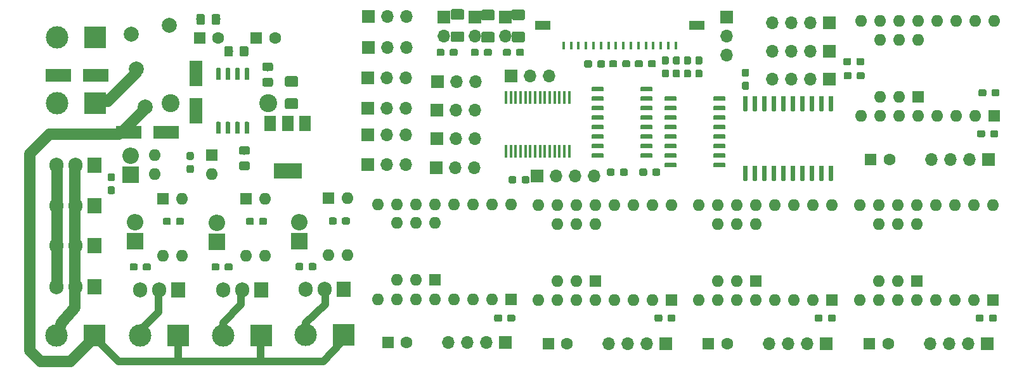
<source format=gts>
G04 #@! TF.GenerationSoftware,KiCad,Pcbnew,(5.1.0)-1*
G04 #@! TF.CreationDate,2020-03-21T07:41:18+08:00*
G04 #@! TF.ProjectId,driver,64726976-6572-42e6-9b69-6361645f7063,rev?*
G04 #@! TF.SameCoordinates,PX510ff40PY3473bc0*
G04 #@! TF.FileFunction,Soldermask,Top*
G04 #@! TF.FilePolarity,Negative*
%FSLAX46Y46*%
G04 Gerber Fmt 4.6, Leading zero omitted, Abs format (unit mm)*
G04 Created by KiCad (PCBNEW (5.1.0)-1) date 2020-03-21 07:41:18*
%MOMM*%
%LPD*%
G04 APERTURE LIST*
%ADD10C,1.000000*%
%ADD11C,1.500000*%
%ADD12O,1.905000X2.000000*%
%ADD13R,1.905000X2.000000*%
%ADD14C,0.100000*%
%ADD15C,0.950000*%
%ADD16C,3.000000*%
%ADD17R,3.000000X3.000000*%
%ADD18O,2.200000X2.200000*%
%ADD19R,2.200000X2.200000*%
%ADD20O,1.600000X1.600000*%
%ADD21R,1.600000X1.600000*%
%ADD22C,1.150000*%
%ADD23C,1.600000*%
%ADD24C,1.425000*%
%ADD25R,3.500000X1.800000*%
%ADD26R,1.800000X3.500000*%
%ADD27C,2.010000*%
%ADD28R,2.000000X1.300000*%
%ADD29R,0.400000X1.000000*%
%ADD30O,1.700000X1.700000*%
%ADD31R,1.700000X1.700000*%
%ADD32C,2.400000*%
%ADD33C,0.600000*%
%ADD34R,3.800000X2.000000*%
%ADD35R,1.500000X2.000000*%
%ADD36R,0.450000X1.750000*%
G04 APERTURE END LIST*
D10*
X20600000Y-42400000D02*
X17800000Y-45200000D01*
X20600000Y-39600000D02*
X20600000Y-42400000D01*
X29200000Y-43800000D02*
X29200000Y-45400000D01*
X31600000Y-41400000D02*
X29200000Y-43800000D01*
X31600000Y-39400000D02*
X31600000Y-41400000D01*
X40200000Y-43800000D02*
X40200000Y-45000000D01*
X42800000Y-41400000D02*
X40200000Y-43800000D01*
X42800000Y-39400000D02*
X42800000Y-41400000D01*
D11*
X13800000Y-14200000D02*
X17600000Y-10400000D01*
X12800000Y-14000000D02*
X13800000Y-14000000D01*
D10*
X23200000Y-49000000D02*
X23200000Y-46200000D01*
X34200000Y-49000000D02*
X34200000Y-47000000D01*
X42600000Y-49000000D02*
X45000000Y-46400000D01*
X15200000Y-49000000D02*
X42600000Y-49000000D01*
X12000000Y-45800000D02*
X15200000Y-49000000D01*
D11*
X8800000Y-49000000D02*
X12000000Y-45800000D01*
X5000000Y-49000000D02*
X8600000Y-49000000D01*
X3400000Y-47600000D02*
X4800000Y-49000000D01*
X3400000Y-21200000D02*
X3400000Y-47400000D01*
X6000000Y-18600000D02*
X3400000Y-21200000D01*
X15200000Y-18600000D02*
X6000000Y-18600000D01*
X18800000Y-15200000D02*
X15600000Y-18400000D01*
X7600000Y-43800000D02*
X7000000Y-45600000D01*
X9400000Y-41800000D02*
X7600000Y-43800000D01*
X9400000Y-22800000D02*
X9400000Y-41800000D01*
X7000000Y-23000000D02*
X7000000Y-39000000D01*
D12*
X6929200Y-33526100D03*
X9469200Y-33526100D03*
D13*
X12009200Y-33526100D03*
D12*
X6929200Y-28154000D03*
X9469200Y-28154000D03*
D13*
X12009200Y-28154000D03*
D14*
G36*
X132461979Y-18066244D02*
G01*
X132485034Y-18069663D01*
X132507643Y-18075327D01*
X132529587Y-18083179D01*
X132550657Y-18093144D01*
X132570648Y-18105126D01*
X132589368Y-18119010D01*
X132606638Y-18134662D01*
X132622290Y-18151932D01*
X132636174Y-18170652D01*
X132648156Y-18190643D01*
X132658121Y-18211713D01*
X132665973Y-18233657D01*
X132671637Y-18256266D01*
X132675056Y-18279321D01*
X132676200Y-18302600D01*
X132676200Y-18777600D01*
X132675056Y-18800879D01*
X132671637Y-18823934D01*
X132665973Y-18846543D01*
X132658121Y-18868487D01*
X132648156Y-18889557D01*
X132636174Y-18909548D01*
X132622290Y-18928268D01*
X132606638Y-18945538D01*
X132589368Y-18961190D01*
X132570648Y-18975074D01*
X132550657Y-18987056D01*
X132529587Y-18997021D01*
X132507643Y-19004873D01*
X132485034Y-19010537D01*
X132461979Y-19013956D01*
X132438700Y-19015100D01*
X131863700Y-19015100D01*
X131840421Y-19013956D01*
X131817366Y-19010537D01*
X131794757Y-19004873D01*
X131772813Y-18997021D01*
X131751743Y-18987056D01*
X131731752Y-18975074D01*
X131713032Y-18961190D01*
X131695762Y-18945538D01*
X131680110Y-18928268D01*
X131666226Y-18909548D01*
X131654244Y-18889557D01*
X131644279Y-18868487D01*
X131636427Y-18846543D01*
X131630763Y-18823934D01*
X131627344Y-18800879D01*
X131626200Y-18777600D01*
X131626200Y-18302600D01*
X131627344Y-18279321D01*
X131630763Y-18256266D01*
X131636427Y-18233657D01*
X131644279Y-18211713D01*
X131654244Y-18190643D01*
X131666226Y-18170652D01*
X131680110Y-18151932D01*
X131695762Y-18134662D01*
X131713032Y-18119010D01*
X131731752Y-18105126D01*
X131751743Y-18093144D01*
X131772813Y-18083179D01*
X131794757Y-18075327D01*
X131817366Y-18069663D01*
X131840421Y-18066244D01*
X131863700Y-18065100D01*
X132438700Y-18065100D01*
X132461979Y-18066244D01*
X132461979Y-18066244D01*
G37*
D15*
X132151200Y-18540100D03*
D14*
G36*
X130711979Y-18066244D02*
G01*
X130735034Y-18069663D01*
X130757643Y-18075327D01*
X130779587Y-18083179D01*
X130800657Y-18093144D01*
X130820648Y-18105126D01*
X130839368Y-18119010D01*
X130856638Y-18134662D01*
X130872290Y-18151932D01*
X130886174Y-18170652D01*
X130898156Y-18190643D01*
X130908121Y-18211713D01*
X130915973Y-18233657D01*
X130921637Y-18256266D01*
X130925056Y-18279321D01*
X130926200Y-18302600D01*
X130926200Y-18777600D01*
X130925056Y-18800879D01*
X130921637Y-18823934D01*
X130915973Y-18846543D01*
X130908121Y-18868487D01*
X130898156Y-18889557D01*
X130886174Y-18909548D01*
X130872290Y-18928268D01*
X130856638Y-18945538D01*
X130839368Y-18961190D01*
X130820648Y-18975074D01*
X130800657Y-18987056D01*
X130779587Y-18997021D01*
X130757643Y-19004873D01*
X130735034Y-19010537D01*
X130711979Y-19013956D01*
X130688700Y-19015100D01*
X130113700Y-19015100D01*
X130090421Y-19013956D01*
X130067366Y-19010537D01*
X130044757Y-19004873D01*
X130022813Y-18997021D01*
X130001743Y-18987056D01*
X129981752Y-18975074D01*
X129963032Y-18961190D01*
X129945762Y-18945538D01*
X129930110Y-18928268D01*
X129916226Y-18909548D01*
X129904244Y-18889557D01*
X129894279Y-18868487D01*
X129886427Y-18846543D01*
X129880763Y-18823934D01*
X129877344Y-18800879D01*
X129876200Y-18777600D01*
X129876200Y-18302600D01*
X129877344Y-18279321D01*
X129880763Y-18256266D01*
X129886427Y-18233657D01*
X129894279Y-18211713D01*
X129904244Y-18190643D01*
X129916226Y-18170652D01*
X129930110Y-18151932D01*
X129945762Y-18134662D01*
X129963032Y-18119010D01*
X129981752Y-18105126D01*
X130001743Y-18093144D01*
X130022813Y-18083179D01*
X130044757Y-18075327D01*
X130067366Y-18069663D01*
X130090421Y-18066244D01*
X130113700Y-18065100D01*
X130688700Y-18065100D01*
X130711979Y-18066244D01*
X130711979Y-18066244D01*
G37*
D15*
X130401200Y-18540100D03*
D14*
G36*
X110783079Y-42716944D02*
G01*
X110806134Y-42720363D01*
X110828743Y-42726027D01*
X110850687Y-42733879D01*
X110871757Y-42743844D01*
X110891748Y-42755826D01*
X110910468Y-42769710D01*
X110927738Y-42785362D01*
X110943390Y-42802632D01*
X110957274Y-42821352D01*
X110969256Y-42841343D01*
X110979221Y-42862413D01*
X110987073Y-42884357D01*
X110992737Y-42906966D01*
X110996156Y-42930021D01*
X110997300Y-42953300D01*
X110997300Y-43428300D01*
X110996156Y-43451579D01*
X110992737Y-43474634D01*
X110987073Y-43497243D01*
X110979221Y-43519187D01*
X110969256Y-43540257D01*
X110957274Y-43560248D01*
X110943390Y-43578968D01*
X110927738Y-43596238D01*
X110910468Y-43611890D01*
X110891748Y-43625774D01*
X110871757Y-43637756D01*
X110850687Y-43647721D01*
X110828743Y-43655573D01*
X110806134Y-43661237D01*
X110783079Y-43664656D01*
X110759800Y-43665800D01*
X110184800Y-43665800D01*
X110161521Y-43664656D01*
X110138466Y-43661237D01*
X110115857Y-43655573D01*
X110093913Y-43647721D01*
X110072843Y-43637756D01*
X110052852Y-43625774D01*
X110034132Y-43611890D01*
X110016862Y-43596238D01*
X110001210Y-43578968D01*
X109987326Y-43560248D01*
X109975344Y-43540257D01*
X109965379Y-43519187D01*
X109957527Y-43497243D01*
X109951863Y-43474634D01*
X109948444Y-43451579D01*
X109947300Y-43428300D01*
X109947300Y-42953300D01*
X109948444Y-42930021D01*
X109951863Y-42906966D01*
X109957527Y-42884357D01*
X109965379Y-42862413D01*
X109975344Y-42841343D01*
X109987326Y-42821352D01*
X110001210Y-42802632D01*
X110016862Y-42785362D01*
X110034132Y-42769710D01*
X110052852Y-42755826D01*
X110072843Y-42743844D01*
X110093913Y-42733879D01*
X110115857Y-42726027D01*
X110138466Y-42720363D01*
X110161521Y-42716944D01*
X110184800Y-42715800D01*
X110759800Y-42715800D01*
X110783079Y-42716944D01*
X110783079Y-42716944D01*
G37*
D15*
X110472300Y-43190800D03*
D14*
G36*
X109033079Y-42716944D02*
G01*
X109056134Y-42720363D01*
X109078743Y-42726027D01*
X109100687Y-42733879D01*
X109121757Y-42743844D01*
X109141748Y-42755826D01*
X109160468Y-42769710D01*
X109177738Y-42785362D01*
X109193390Y-42802632D01*
X109207274Y-42821352D01*
X109219256Y-42841343D01*
X109229221Y-42862413D01*
X109237073Y-42884357D01*
X109242737Y-42906966D01*
X109246156Y-42930021D01*
X109247300Y-42953300D01*
X109247300Y-43428300D01*
X109246156Y-43451579D01*
X109242737Y-43474634D01*
X109237073Y-43497243D01*
X109229221Y-43519187D01*
X109219256Y-43540257D01*
X109207274Y-43560248D01*
X109193390Y-43578968D01*
X109177738Y-43596238D01*
X109160468Y-43611890D01*
X109141748Y-43625774D01*
X109121757Y-43637756D01*
X109100687Y-43647721D01*
X109078743Y-43655573D01*
X109056134Y-43661237D01*
X109033079Y-43664656D01*
X109009800Y-43665800D01*
X108434800Y-43665800D01*
X108411521Y-43664656D01*
X108388466Y-43661237D01*
X108365857Y-43655573D01*
X108343913Y-43647721D01*
X108322843Y-43637756D01*
X108302852Y-43625774D01*
X108284132Y-43611890D01*
X108266862Y-43596238D01*
X108251210Y-43578968D01*
X108237326Y-43560248D01*
X108225344Y-43540257D01*
X108215379Y-43519187D01*
X108207527Y-43497243D01*
X108201863Y-43474634D01*
X108198444Y-43451579D01*
X108197300Y-43428300D01*
X108197300Y-42953300D01*
X108198444Y-42930021D01*
X108201863Y-42906966D01*
X108207527Y-42884357D01*
X108215379Y-42862413D01*
X108225344Y-42841343D01*
X108237326Y-42821352D01*
X108251210Y-42802632D01*
X108266862Y-42785362D01*
X108284132Y-42769710D01*
X108302852Y-42755826D01*
X108322843Y-42743844D01*
X108343913Y-42733879D01*
X108365857Y-42726027D01*
X108388466Y-42720363D01*
X108411521Y-42716944D01*
X108434800Y-42715800D01*
X109009800Y-42715800D01*
X109033079Y-42716944D01*
X109033079Y-42716944D01*
G37*
D15*
X108722300Y-43190800D03*
D14*
G36*
X132284179Y-42716944D02*
G01*
X132307234Y-42720363D01*
X132329843Y-42726027D01*
X132351787Y-42733879D01*
X132372857Y-42743844D01*
X132392848Y-42755826D01*
X132411568Y-42769710D01*
X132428838Y-42785362D01*
X132444490Y-42802632D01*
X132458374Y-42821352D01*
X132470356Y-42841343D01*
X132480321Y-42862413D01*
X132488173Y-42884357D01*
X132493837Y-42906966D01*
X132497256Y-42930021D01*
X132498400Y-42953300D01*
X132498400Y-43428300D01*
X132497256Y-43451579D01*
X132493837Y-43474634D01*
X132488173Y-43497243D01*
X132480321Y-43519187D01*
X132470356Y-43540257D01*
X132458374Y-43560248D01*
X132444490Y-43578968D01*
X132428838Y-43596238D01*
X132411568Y-43611890D01*
X132392848Y-43625774D01*
X132372857Y-43637756D01*
X132351787Y-43647721D01*
X132329843Y-43655573D01*
X132307234Y-43661237D01*
X132284179Y-43664656D01*
X132260900Y-43665800D01*
X131685900Y-43665800D01*
X131662621Y-43664656D01*
X131639566Y-43661237D01*
X131616957Y-43655573D01*
X131595013Y-43647721D01*
X131573943Y-43637756D01*
X131553952Y-43625774D01*
X131535232Y-43611890D01*
X131517962Y-43596238D01*
X131502310Y-43578968D01*
X131488426Y-43560248D01*
X131476444Y-43540257D01*
X131466479Y-43519187D01*
X131458627Y-43497243D01*
X131452963Y-43474634D01*
X131449544Y-43451579D01*
X131448400Y-43428300D01*
X131448400Y-42953300D01*
X131449544Y-42930021D01*
X131452963Y-42906966D01*
X131458627Y-42884357D01*
X131466479Y-42862413D01*
X131476444Y-42841343D01*
X131488426Y-42821352D01*
X131502310Y-42802632D01*
X131517962Y-42785362D01*
X131535232Y-42769710D01*
X131553952Y-42755826D01*
X131573943Y-42743844D01*
X131595013Y-42733879D01*
X131616957Y-42726027D01*
X131639566Y-42720363D01*
X131662621Y-42716944D01*
X131685900Y-42715800D01*
X132260900Y-42715800D01*
X132284179Y-42716944D01*
X132284179Y-42716944D01*
G37*
D15*
X131973400Y-43190800D03*
D14*
G36*
X130534179Y-42716944D02*
G01*
X130557234Y-42720363D01*
X130579843Y-42726027D01*
X130601787Y-42733879D01*
X130622857Y-42743844D01*
X130642848Y-42755826D01*
X130661568Y-42769710D01*
X130678838Y-42785362D01*
X130694490Y-42802632D01*
X130708374Y-42821352D01*
X130720356Y-42841343D01*
X130730321Y-42862413D01*
X130738173Y-42884357D01*
X130743837Y-42906966D01*
X130747256Y-42930021D01*
X130748400Y-42953300D01*
X130748400Y-43428300D01*
X130747256Y-43451579D01*
X130743837Y-43474634D01*
X130738173Y-43497243D01*
X130730321Y-43519187D01*
X130720356Y-43540257D01*
X130708374Y-43560248D01*
X130694490Y-43578968D01*
X130678838Y-43596238D01*
X130661568Y-43611890D01*
X130642848Y-43625774D01*
X130622857Y-43637756D01*
X130601787Y-43647721D01*
X130579843Y-43655573D01*
X130557234Y-43661237D01*
X130534179Y-43664656D01*
X130510900Y-43665800D01*
X129935900Y-43665800D01*
X129912621Y-43664656D01*
X129889566Y-43661237D01*
X129866957Y-43655573D01*
X129845013Y-43647721D01*
X129823943Y-43637756D01*
X129803952Y-43625774D01*
X129785232Y-43611890D01*
X129767962Y-43596238D01*
X129752310Y-43578968D01*
X129738426Y-43560248D01*
X129726444Y-43540257D01*
X129716479Y-43519187D01*
X129708627Y-43497243D01*
X129702963Y-43474634D01*
X129699544Y-43451579D01*
X129698400Y-43428300D01*
X129698400Y-42953300D01*
X129699544Y-42930021D01*
X129702963Y-42906966D01*
X129708627Y-42884357D01*
X129716479Y-42862413D01*
X129726444Y-42841343D01*
X129738426Y-42821352D01*
X129752310Y-42802632D01*
X129767962Y-42785362D01*
X129785232Y-42769710D01*
X129803952Y-42755826D01*
X129823943Y-42743844D01*
X129845013Y-42733879D01*
X129866957Y-42726027D01*
X129889566Y-42720363D01*
X129912621Y-42716944D01*
X129935900Y-42715800D01*
X130510900Y-42715800D01*
X130534179Y-42716944D01*
X130534179Y-42716944D01*
G37*
D15*
X130223400Y-43190800D03*
D14*
G36*
X89370879Y-42716944D02*
G01*
X89393934Y-42720363D01*
X89416543Y-42726027D01*
X89438487Y-42733879D01*
X89459557Y-42743844D01*
X89479548Y-42755826D01*
X89498268Y-42769710D01*
X89515538Y-42785362D01*
X89531190Y-42802632D01*
X89545074Y-42821352D01*
X89557056Y-42841343D01*
X89567021Y-42862413D01*
X89574873Y-42884357D01*
X89580537Y-42906966D01*
X89583956Y-42930021D01*
X89585100Y-42953300D01*
X89585100Y-43428300D01*
X89583956Y-43451579D01*
X89580537Y-43474634D01*
X89574873Y-43497243D01*
X89567021Y-43519187D01*
X89557056Y-43540257D01*
X89545074Y-43560248D01*
X89531190Y-43578968D01*
X89515538Y-43596238D01*
X89498268Y-43611890D01*
X89479548Y-43625774D01*
X89459557Y-43637756D01*
X89438487Y-43647721D01*
X89416543Y-43655573D01*
X89393934Y-43661237D01*
X89370879Y-43664656D01*
X89347600Y-43665800D01*
X88772600Y-43665800D01*
X88749321Y-43664656D01*
X88726266Y-43661237D01*
X88703657Y-43655573D01*
X88681713Y-43647721D01*
X88660643Y-43637756D01*
X88640652Y-43625774D01*
X88621932Y-43611890D01*
X88604662Y-43596238D01*
X88589010Y-43578968D01*
X88575126Y-43560248D01*
X88563144Y-43540257D01*
X88553179Y-43519187D01*
X88545327Y-43497243D01*
X88539663Y-43474634D01*
X88536244Y-43451579D01*
X88535100Y-43428300D01*
X88535100Y-42953300D01*
X88536244Y-42930021D01*
X88539663Y-42906966D01*
X88545327Y-42884357D01*
X88553179Y-42862413D01*
X88563144Y-42841343D01*
X88575126Y-42821352D01*
X88589010Y-42802632D01*
X88604662Y-42785362D01*
X88621932Y-42769710D01*
X88640652Y-42755826D01*
X88660643Y-42743844D01*
X88681713Y-42733879D01*
X88703657Y-42726027D01*
X88726266Y-42720363D01*
X88749321Y-42716944D01*
X88772600Y-42715800D01*
X89347600Y-42715800D01*
X89370879Y-42716944D01*
X89370879Y-42716944D01*
G37*
D15*
X89060100Y-43190800D03*
D14*
G36*
X87620879Y-42716944D02*
G01*
X87643934Y-42720363D01*
X87666543Y-42726027D01*
X87688487Y-42733879D01*
X87709557Y-42743844D01*
X87729548Y-42755826D01*
X87748268Y-42769710D01*
X87765538Y-42785362D01*
X87781190Y-42802632D01*
X87795074Y-42821352D01*
X87807056Y-42841343D01*
X87817021Y-42862413D01*
X87824873Y-42884357D01*
X87830537Y-42906966D01*
X87833956Y-42930021D01*
X87835100Y-42953300D01*
X87835100Y-43428300D01*
X87833956Y-43451579D01*
X87830537Y-43474634D01*
X87824873Y-43497243D01*
X87817021Y-43519187D01*
X87807056Y-43540257D01*
X87795074Y-43560248D01*
X87781190Y-43578968D01*
X87765538Y-43596238D01*
X87748268Y-43611890D01*
X87729548Y-43625774D01*
X87709557Y-43637756D01*
X87688487Y-43647721D01*
X87666543Y-43655573D01*
X87643934Y-43661237D01*
X87620879Y-43664656D01*
X87597600Y-43665800D01*
X87022600Y-43665800D01*
X86999321Y-43664656D01*
X86976266Y-43661237D01*
X86953657Y-43655573D01*
X86931713Y-43647721D01*
X86910643Y-43637756D01*
X86890652Y-43625774D01*
X86871932Y-43611890D01*
X86854662Y-43596238D01*
X86839010Y-43578968D01*
X86825126Y-43560248D01*
X86813144Y-43540257D01*
X86803179Y-43519187D01*
X86795327Y-43497243D01*
X86789663Y-43474634D01*
X86786244Y-43451579D01*
X86785100Y-43428300D01*
X86785100Y-42953300D01*
X86786244Y-42930021D01*
X86789663Y-42906966D01*
X86795327Y-42884357D01*
X86803179Y-42862413D01*
X86813144Y-42841343D01*
X86825126Y-42821352D01*
X86839010Y-42802632D01*
X86854662Y-42785362D01*
X86871932Y-42769710D01*
X86890652Y-42755826D01*
X86910643Y-42743844D01*
X86931713Y-42733879D01*
X86953657Y-42726027D01*
X86976266Y-42720363D01*
X86999321Y-42716944D01*
X87022600Y-42715800D01*
X87597600Y-42715800D01*
X87620879Y-42716944D01*
X87620879Y-42716944D01*
G37*
D15*
X87310100Y-43190800D03*
D14*
G36*
X67971379Y-42716944D02*
G01*
X67994434Y-42720363D01*
X68017043Y-42726027D01*
X68038987Y-42733879D01*
X68060057Y-42743844D01*
X68080048Y-42755826D01*
X68098768Y-42769710D01*
X68116038Y-42785362D01*
X68131690Y-42802632D01*
X68145574Y-42821352D01*
X68157556Y-42841343D01*
X68167521Y-42862413D01*
X68175373Y-42884357D01*
X68181037Y-42906966D01*
X68184456Y-42930021D01*
X68185600Y-42953300D01*
X68185600Y-43428300D01*
X68184456Y-43451579D01*
X68181037Y-43474634D01*
X68175373Y-43497243D01*
X68167521Y-43519187D01*
X68157556Y-43540257D01*
X68145574Y-43560248D01*
X68131690Y-43578968D01*
X68116038Y-43596238D01*
X68098768Y-43611890D01*
X68080048Y-43625774D01*
X68060057Y-43637756D01*
X68038987Y-43647721D01*
X68017043Y-43655573D01*
X67994434Y-43661237D01*
X67971379Y-43664656D01*
X67948100Y-43665800D01*
X67373100Y-43665800D01*
X67349821Y-43664656D01*
X67326766Y-43661237D01*
X67304157Y-43655573D01*
X67282213Y-43647721D01*
X67261143Y-43637756D01*
X67241152Y-43625774D01*
X67222432Y-43611890D01*
X67205162Y-43596238D01*
X67189510Y-43578968D01*
X67175626Y-43560248D01*
X67163644Y-43540257D01*
X67153679Y-43519187D01*
X67145827Y-43497243D01*
X67140163Y-43474634D01*
X67136744Y-43451579D01*
X67135600Y-43428300D01*
X67135600Y-42953300D01*
X67136744Y-42930021D01*
X67140163Y-42906966D01*
X67145827Y-42884357D01*
X67153679Y-42862413D01*
X67163644Y-42841343D01*
X67175626Y-42821352D01*
X67189510Y-42802632D01*
X67205162Y-42785362D01*
X67222432Y-42769710D01*
X67241152Y-42755826D01*
X67261143Y-42743844D01*
X67282213Y-42733879D01*
X67304157Y-42726027D01*
X67326766Y-42720363D01*
X67349821Y-42716944D01*
X67373100Y-42715800D01*
X67948100Y-42715800D01*
X67971379Y-42716944D01*
X67971379Y-42716944D01*
G37*
D15*
X67660600Y-43190800D03*
D14*
G36*
X66221379Y-42716944D02*
G01*
X66244434Y-42720363D01*
X66267043Y-42726027D01*
X66288987Y-42733879D01*
X66310057Y-42743844D01*
X66330048Y-42755826D01*
X66348768Y-42769710D01*
X66366038Y-42785362D01*
X66381690Y-42802632D01*
X66395574Y-42821352D01*
X66407556Y-42841343D01*
X66417521Y-42862413D01*
X66425373Y-42884357D01*
X66431037Y-42906966D01*
X66434456Y-42930021D01*
X66435600Y-42953300D01*
X66435600Y-43428300D01*
X66434456Y-43451579D01*
X66431037Y-43474634D01*
X66425373Y-43497243D01*
X66417521Y-43519187D01*
X66407556Y-43540257D01*
X66395574Y-43560248D01*
X66381690Y-43578968D01*
X66366038Y-43596238D01*
X66348768Y-43611890D01*
X66330048Y-43625774D01*
X66310057Y-43637756D01*
X66288987Y-43647721D01*
X66267043Y-43655573D01*
X66244434Y-43661237D01*
X66221379Y-43664656D01*
X66198100Y-43665800D01*
X65623100Y-43665800D01*
X65599821Y-43664656D01*
X65576766Y-43661237D01*
X65554157Y-43655573D01*
X65532213Y-43647721D01*
X65511143Y-43637756D01*
X65491152Y-43625774D01*
X65472432Y-43611890D01*
X65455162Y-43596238D01*
X65439510Y-43578968D01*
X65425626Y-43560248D01*
X65413644Y-43540257D01*
X65403679Y-43519187D01*
X65395827Y-43497243D01*
X65390163Y-43474634D01*
X65386744Y-43451579D01*
X65385600Y-43428300D01*
X65385600Y-42953300D01*
X65386744Y-42930021D01*
X65390163Y-42906966D01*
X65395827Y-42884357D01*
X65403679Y-42862413D01*
X65413644Y-42841343D01*
X65425626Y-42821352D01*
X65439510Y-42802632D01*
X65455162Y-42785362D01*
X65472432Y-42769710D01*
X65491152Y-42755826D01*
X65511143Y-42743844D01*
X65532213Y-42733879D01*
X65554157Y-42726027D01*
X65576766Y-42720363D01*
X65599821Y-42716944D01*
X65623100Y-42715800D01*
X66198100Y-42715800D01*
X66221379Y-42716944D01*
X66221379Y-42716944D01*
G37*
D15*
X65910600Y-43190800D03*
D16*
X40241300Y-45451400D03*
D17*
X45321300Y-45451400D03*
D18*
X39365000Y-30363800D03*
D19*
X39365000Y-32903800D03*
D18*
X28379500Y-30427300D03*
D19*
X28379500Y-32967300D03*
D18*
X17419400Y-30389200D03*
D19*
X17419400Y-32929200D03*
X16822500Y-24001100D03*
D18*
X16822500Y-21461100D03*
D20*
X43289300Y-34783400D03*
X45829300Y-27163400D03*
X45829300Y-34783400D03*
D21*
X43289300Y-27163400D03*
D20*
X32227600Y-34846900D03*
X34767600Y-27226900D03*
X34767600Y-34846900D03*
D21*
X32227600Y-27226900D03*
D20*
X21165900Y-34846900D03*
X23705900Y-27226900D03*
X23705900Y-34846900D03*
D21*
X21165900Y-27226900D03*
X27681000Y-21359500D03*
D20*
X20061000Y-23899500D03*
X27681000Y-23899500D03*
X20061000Y-21359500D03*
D14*
G36*
X41427079Y-35833544D02*
G01*
X41450134Y-35836963D01*
X41472743Y-35842627D01*
X41494687Y-35850479D01*
X41515757Y-35860444D01*
X41535748Y-35872426D01*
X41554468Y-35886310D01*
X41571738Y-35901962D01*
X41587390Y-35919232D01*
X41601274Y-35937952D01*
X41613256Y-35957943D01*
X41623221Y-35979013D01*
X41631073Y-36000957D01*
X41636737Y-36023566D01*
X41640156Y-36046621D01*
X41641300Y-36069900D01*
X41641300Y-36544900D01*
X41640156Y-36568179D01*
X41636737Y-36591234D01*
X41631073Y-36613843D01*
X41623221Y-36635787D01*
X41613256Y-36656857D01*
X41601274Y-36676848D01*
X41587390Y-36695568D01*
X41571738Y-36712838D01*
X41554468Y-36728490D01*
X41535748Y-36742374D01*
X41515757Y-36754356D01*
X41494687Y-36764321D01*
X41472743Y-36772173D01*
X41450134Y-36777837D01*
X41427079Y-36781256D01*
X41403800Y-36782400D01*
X40828800Y-36782400D01*
X40805521Y-36781256D01*
X40782466Y-36777837D01*
X40759857Y-36772173D01*
X40737913Y-36764321D01*
X40716843Y-36754356D01*
X40696852Y-36742374D01*
X40678132Y-36728490D01*
X40660862Y-36712838D01*
X40645210Y-36695568D01*
X40631326Y-36676848D01*
X40619344Y-36656857D01*
X40609379Y-36635787D01*
X40601527Y-36613843D01*
X40595863Y-36591234D01*
X40592444Y-36568179D01*
X40591300Y-36544900D01*
X40591300Y-36069900D01*
X40592444Y-36046621D01*
X40595863Y-36023566D01*
X40601527Y-36000957D01*
X40609379Y-35979013D01*
X40619344Y-35957943D01*
X40631326Y-35937952D01*
X40645210Y-35919232D01*
X40660862Y-35901962D01*
X40678132Y-35886310D01*
X40696852Y-35872426D01*
X40716843Y-35860444D01*
X40737913Y-35850479D01*
X40759857Y-35842627D01*
X40782466Y-35836963D01*
X40805521Y-35833544D01*
X40828800Y-35832400D01*
X41403800Y-35832400D01*
X41427079Y-35833544D01*
X41427079Y-35833544D01*
G37*
D15*
X41116300Y-36307400D03*
D14*
G36*
X39677079Y-35833544D02*
G01*
X39700134Y-35836963D01*
X39722743Y-35842627D01*
X39744687Y-35850479D01*
X39765757Y-35860444D01*
X39785748Y-35872426D01*
X39804468Y-35886310D01*
X39821738Y-35901962D01*
X39837390Y-35919232D01*
X39851274Y-35937952D01*
X39863256Y-35957943D01*
X39873221Y-35979013D01*
X39881073Y-36000957D01*
X39886737Y-36023566D01*
X39890156Y-36046621D01*
X39891300Y-36069900D01*
X39891300Y-36544900D01*
X39890156Y-36568179D01*
X39886737Y-36591234D01*
X39881073Y-36613843D01*
X39873221Y-36635787D01*
X39863256Y-36656857D01*
X39851274Y-36676848D01*
X39837390Y-36695568D01*
X39821738Y-36712838D01*
X39804468Y-36728490D01*
X39785748Y-36742374D01*
X39765757Y-36754356D01*
X39744687Y-36764321D01*
X39722743Y-36772173D01*
X39700134Y-36777837D01*
X39677079Y-36781256D01*
X39653800Y-36782400D01*
X39078800Y-36782400D01*
X39055521Y-36781256D01*
X39032466Y-36777837D01*
X39009857Y-36772173D01*
X38987913Y-36764321D01*
X38966843Y-36754356D01*
X38946852Y-36742374D01*
X38928132Y-36728490D01*
X38910862Y-36712838D01*
X38895210Y-36695568D01*
X38881326Y-36676848D01*
X38869344Y-36656857D01*
X38859379Y-36635787D01*
X38851527Y-36613843D01*
X38845863Y-36591234D01*
X38842444Y-36568179D01*
X38841300Y-36544900D01*
X38841300Y-36069900D01*
X38842444Y-36046621D01*
X38845863Y-36023566D01*
X38851527Y-36000957D01*
X38859379Y-35979013D01*
X38869344Y-35957943D01*
X38881326Y-35937952D01*
X38895210Y-35919232D01*
X38910862Y-35901962D01*
X38928132Y-35886310D01*
X38946852Y-35872426D01*
X38966843Y-35860444D01*
X38987913Y-35850479D01*
X39009857Y-35842627D01*
X39032466Y-35836963D01*
X39055521Y-35833544D01*
X39078800Y-35832400D01*
X39653800Y-35832400D01*
X39677079Y-35833544D01*
X39677079Y-35833544D01*
G37*
D15*
X39366300Y-36307400D03*
D14*
G36*
X45886079Y-29737544D02*
G01*
X45909134Y-29740963D01*
X45931743Y-29746627D01*
X45953687Y-29754479D01*
X45974757Y-29764444D01*
X45994748Y-29776426D01*
X46013468Y-29790310D01*
X46030738Y-29805962D01*
X46046390Y-29823232D01*
X46060274Y-29841952D01*
X46072256Y-29861943D01*
X46082221Y-29883013D01*
X46090073Y-29904957D01*
X46095737Y-29927566D01*
X46099156Y-29950621D01*
X46100300Y-29973900D01*
X46100300Y-30448900D01*
X46099156Y-30472179D01*
X46095737Y-30495234D01*
X46090073Y-30517843D01*
X46082221Y-30539787D01*
X46072256Y-30560857D01*
X46060274Y-30580848D01*
X46046390Y-30599568D01*
X46030738Y-30616838D01*
X46013468Y-30632490D01*
X45994748Y-30646374D01*
X45974757Y-30658356D01*
X45953687Y-30668321D01*
X45931743Y-30676173D01*
X45909134Y-30681837D01*
X45886079Y-30685256D01*
X45862800Y-30686400D01*
X45287800Y-30686400D01*
X45264521Y-30685256D01*
X45241466Y-30681837D01*
X45218857Y-30676173D01*
X45196913Y-30668321D01*
X45175843Y-30658356D01*
X45155852Y-30646374D01*
X45137132Y-30632490D01*
X45119862Y-30616838D01*
X45104210Y-30599568D01*
X45090326Y-30580848D01*
X45078344Y-30560857D01*
X45068379Y-30539787D01*
X45060527Y-30517843D01*
X45054863Y-30495234D01*
X45051444Y-30472179D01*
X45050300Y-30448900D01*
X45050300Y-29973900D01*
X45051444Y-29950621D01*
X45054863Y-29927566D01*
X45060527Y-29904957D01*
X45068379Y-29883013D01*
X45078344Y-29861943D01*
X45090326Y-29841952D01*
X45104210Y-29823232D01*
X45119862Y-29805962D01*
X45137132Y-29790310D01*
X45155852Y-29776426D01*
X45175843Y-29764444D01*
X45196913Y-29754479D01*
X45218857Y-29746627D01*
X45241466Y-29740963D01*
X45264521Y-29737544D01*
X45287800Y-29736400D01*
X45862800Y-29736400D01*
X45886079Y-29737544D01*
X45886079Y-29737544D01*
G37*
D15*
X45575300Y-30211400D03*
D14*
G36*
X44136079Y-29737544D02*
G01*
X44159134Y-29740963D01*
X44181743Y-29746627D01*
X44203687Y-29754479D01*
X44224757Y-29764444D01*
X44244748Y-29776426D01*
X44263468Y-29790310D01*
X44280738Y-29805962D01*
X44296390Y-29823232D01*
X44310274Y-29841952D01*
X44322256Y-29861943D01*
X44332221Y-29883013D01*
X44340073Y-29904957D01*
X44345737Y-29927566D01*
X44349156Y-29950621D01*
X44350300Y-29973900D01*
X44350300Y-30448900D01*
X44349156Y-30472179D01*
X44345737Y-30495234D01*
X44340073Y-30517843D01*
X44332221Y-30539787D01*
X44322256Y-30560857D01*
X44310274Y-30580848D01*
X44296390Y-30599568D01*
X44280738Y-30616838D01*
X44263468Y-30632490D01*
X44244748Y-30646374D01*
X44224757Y-30658356D01*
X44203687Y-30668321D01*
X44181743Y-30676173D01*
X44159134Y-30681837D01*
X44136079Y-30685256D01*
X44112800Y-30686400D01*
X43537800Y-30686400D01*
X43514521Y-30685256D01*
X43491466Y-30681837D01*
X43468857Y-30676173D01*
X43446913Y-30668321D01*
X43425843Y-30658356D01*
X43405852Y-30646374D01*
X43387132Y-30632490D01*
X43369862Y-30616838D01*
X43354210Y-30599568D01*
X43340326Y-30580848D01*
X43328344Y-30560857D01*
X43318379Y-30539787D01*
X43310527Y-30517843D01*
X43304863Y-30495234D01*
X43301444Y-30472179D01*
X43300300Y-30448900D01*
X43300300Y-29973900D01*
X43301444Y-29950621D01*
X43304863Y-29927566D01*
X43310527Y-29904957D01*
X43318379Y-29883013D01*
X43328344Y-29861943D01*
X43340326Y-29841952D01*
X43354210Y-29823232D01*
X43369862Y-29805962D01*
X43387132Y-29790310D01*
X43405852Y-29776426D01*
X43425843Y-29764444D01*
X43446913Y-29754479D01*
X43468857Y-29746627D01*
X43491466Y-29740963D01*
X43514521Y-29737544D01*
X43537800Y-29736400D01*
X44112800Y-29736400D01*
X44136079Y-29737544D01*
X44136079Y-29737544D01*
G37*
D15*
X43825300Y-30211400D03*
D14*
G36*
X30224379Y-35897044D02*
G01*
X30247434Y-35900463D01*
X30270043Y-35906127D01*
X30291987Y-35913979D01*
X30313057Y-35923944D01*
X30333048Y-35935926D01*
X30351768Y-35949810D01*
X30369038Y-35965462D01*
X30384690Y-35982732D01*
X30398574Y-36001452D01*
X30410556Y-36021443D01*
X30420521Y-36042513D01*
X30428373Y-36064457D01*
X30434037Y-36087066D01*
X30437456Y-36110121D01*
X30438600Y-36133400D01*
X30438600Y-36608400D01*
X30437456Y-36631679D01*
X30434037Y-36654734D01*
X30428373Y-36677343D01*
X30420521Y-36699287D01*
X30410556Y-36720357D01*
X30398574Y-36740348D01*
X30384690Y-36759068D01*
X30369038Y-36776338D01*
X30351768Y-36791990D01*
X30333048Y-36805874D01*
X30313057Y-36817856D01*
X30291987Y-36827821D01*
X30270043Y-36835673D01*
X30247434Y-36841337D01*
X30224379Y-36844756D01*
X30201100Y-36845900D01*
X29626100Y-36845900D01*
X29602821Y-36844756D01*
X29579766Y-36841337D01*
X29557157Y-36835673D01*
X29535213Y-36827821D01*
X29514143Y-36817856D01*
X29494152Y-36805874D01*
X29475432Y-36791990D01*
X29458162Y-36776338D01*
X29442510Y-36759068D01*
X29428626Y-36740348D01*
X29416644Y-36720357D01*
X29406679Y-36699287D01*
X29398827Y-36677343D01*
X29393163Y-36654734D01*
X29389744Y-36631679D01*
X29388600Y-36608400D01*
X29388600Y-36133400D01*
X29389744Y-36110121D01*
X29393163Y-36087066D01*
X29398827Y-36064457D01*
X29406679Y-36042513D01*
X29416644Y-36021443D01*
X29428626Y-36001452D01*
X29442510Y-35982732D01*
X29458162Y-35965462D01*
X29475432Y-35949810D01*
X29494152Y-35935926D01*
X29514143Y-35923944D01*
X29535213Y-35913979D01*
X29557157Y-35906127D01*
X29579766Y-35900463D01*
X29602821Y-35897044D01*
X29626100Y-35895900D01*
X30201100Y-35895900D01*
X30224379Y-35897044D01*
X30224379Y-35897044D01*
G37*
D15*
X29913600Y-36370900D03*
D14*
G36*
X28474379Y-35897044D02*
G01*
X28497434Y-35900463D01*
X28520043Y-35906127D01*
X28541987Y-35913979D01*
X28563057Y-35923944D01*
X28583048Y-35935926D01*
X28601768Y-35949810D01*
X28619038Y-35965462D01*
X28634690Y-35982732D01*
X28648574Y-36001452D01*
X28660556Y-36021443D01*
X28670521Y-36042513D01*
X28678373Y-36064457D01*
X28684037Y-36087066D01*
X28687456Y-36110121D01*
X28688600Y-36133400D01*
X28688600Y-36608400D01*
X28687456Y-36631679D01*
X28684037Y-36654734D01*
X28678373Y-36677343D01*
X28670521Y-36699287D01*
X28660556Y-36720357D01*
X28648574Y-36740348D01*
X28634690Y-36759068D01*
X28619038Y-36776338D01*
X28601768Y-36791990D01*
X28583048Y-36805874D01*
X28563057Y-36817856D01*
X28541987Y-36827821D01*
X28520043Y-36835673D01*
X28497434Y-36841337D01*
X28474379Y-36844756D01*
X28451100Y-36845900D01*
X27876100Y-36845900D01*
X27852821Y-36844756D01*
X27829766Y-36841337D01*
X27807157Y-36835673D01*
X27785213Y-36827821D01*
X27764143Y-36817856D01*
X27744152Y-36805874D01*
X27725432Y-36791990D01*
X27708162Y-36776338D01*
X27692510Y-36759068D01*
X27678626Y-36740348D01*
X27666644Y-36720357D01*
X27656679Y-36699287D01*
X27648827Y-36677343D01*
X27643163Y-36654734D01*
X27639744Y-36631679D01*
X27638600Y-36608400D01*
X27638600Y-36133400D01*
X27639744Y-36110121D01*
X27643163Y-36087066D01*
X27648827Y-36064457D01*
X27656679Y-36042513D01*
X27666644Y-36021443D01*
X27678626Y-36001452D01*
X27692510Y-35982732D01*
X27708162Y-35965462D01*
X27725432Y-35949810D01*
X27744152Y-35935926D01*
X27764143Y-35923944D01*
X27785213Y-35913979D01*
X27807157Y-35906127D01*
X27829766Y-35900463D01*
X27852821Y-35897044D01*
X27876100Y-35895900D01*
X28451100Y-35895900D01*
X28474379Y-35897044D01*
X28474379Y-35897044D01*
G37*
D15*
X28163600Y-36370900D03*
D14*
G36*
X34824379Y-29801044D02*
G01*
X34847434Y-29804463D01*
X34870043Y-29810127D01*
X34891987Y-29817979D01*
X34913057Y-29827944D01*
X34933048Y-29839926D01*
X34951768Y-29853810D01*
X34969038Y-29869462D01*
X34984690Y-29886732D01*
X34998574Y-29905452D01*
X35010556Y-29925443D01*
X35020521Y-29946513D01*
X35028373Y-29968457D01*
X35034037Y-29991066D01*
X35037456Y-30014121D01*
X35038600Y-30037400D01*
X35038600Y-30512400D01*
X35037456Y-30535679D01*
X35034037Y-30558734D01*
X35028373Y-30581343D01*
X35020521Y-30603287D01*
X35010556Y-30624357D01*
X34998574Y-30644348D01*
X34984690Y-30663068D01*
X34969038Y-30680338D01*
X34951768Y-30695990D01*
X34933048Y-30709874D01*
X34913057Y-30721856D01*
X34891987Y-30731821D01*
X34870043Y-30739673D01*
X34847434Y-30745337D01*
X34824379Y-30748756D01*
X34801100Y-30749900D01*
X34226100Y-30749900D01*
X34202821Y-30748756D01*
X34179766Y-30745337D01*
X34157157Y-30739673D01*
X34135213Y-30731821D01*
X34114143Y-30721856D01*
X34094152Y-30709874D01*
X34075432Y-30695990D01*
X34058162Y-30680338D01*
X34042510Y-30663068D01*
X34028626Y-30644348D01*
X34016644Y-30624357D01*
X34006679Y-30603287D01*
X33998827Y-30581343D01*
X33993163Y-30558734D01*
X33989744Y-30535679D01*
X33988600Y-30512400D01*
X33988600Y-30037400D01*
X33989744Y-30014121D01*
X33993163Y-29991066D01*
X33998827Y-29968457D01*
X34006679Y-29946513D01*
X34016644Y-29925443D01*
X34028626Y-29905452D01*
X34042510Y-29886732D01*
X34058162Y-29869462D01*
X34075432Y-29853810D01*
X34094152Y-29839926D01*
X34114143Y-29827944D01*
X34135213Y-29817979D01*
X34157157Y-29810127D01*
X34179766Y-29804463D01*
X34202821Y-29801044D01*
X34226100Y-29799900D01*
X34801100Y-29799900D01*
X34824379Y-29801044D01*
X34824379Y-29801044D01*
G37*
D15*
X34513600Y-30274900D03*
D14*
G36*
X33074379Y-29801044D02*
G01*
X33097434Y-29804463D01*
X33120043Y-29810127D01*
X33141987Y-29817979D01*
X33163057Y-29827944D01*
X33183048Y-29839926D01*
X33201768Y-29853810D01*
X33219038Y-29869462D01*
X33234690Y-29886732D01*
X33248574Y-29905452D01*
X33260556Y-29925443D01*
X33270521Y-29946513D01*
X33278373Y-29968457D01*
X33284037Y-29991066D01*
X33287456Y-30014121D01*
X33288600Y-30037400D01*
X33288600Y-30512400D01*
X33287456Y-30535679D01*
X33284037Y-30558734D01*
X33278373Y-30581343D01*
X33270521Y-30603287D01*
X33260556Y-30624357D01*
X33248574Y-30644348D01*
X33234690Y-30663068D01*
X33219038Y-30680338D01*
X33201768Y-30695990D01*
X33183048Y-30709874D01*
X33163057Y-30721856D01*
X33141987Y-30731821D01*
X33120043Y-30739673D01*
X33097434Y-30745337D01*
X33074379Y-30748756D01*
X33051100Y-30749900D01*
X32476100Y-30749900D01*
X32452821Y-30748756D01*
X32429766Y-30745337D01*
X32407157Y-30739673D01*
X32385213Y-30731821D01*
X32364143Y-30721856D01*
X32344152Y-30709874D01*
X32325432Y-30695990D01*
X32308162Y-30680338D01*
X32292510Y-30663068D01*
X32278626Y-30644348D01*
X32266644Y-30624357D01*
X32256679Y-30603287D01*
X32248827Y-30581343D01*
X32243163Y-30558734D01*
X32239744Y-30535679D01*
X32238600Y-30512400D01*
X32238600Y-30037400D01*
X32239744Y-30014121D01*
X32243163Y-29991066D01*
X32248827Y-29968457D01*
X32256679Y-29946513D01*
X32266644Y-29925443D01*
X32278626Y-29905452D01*
X32292510Y-29886732D01*
X32308162Y-29869462D01*
X32325432Y-29853810D01*
X32344152Y-29839926D01*
X32364143Y-29827944D01*
X32385213Y-29817979D01*
X32407157Y-29810127D01*
X32429766Y-29804463D01*
X32452821Y-29801044D01*
X32476100Y-29799900D01*
X33051100Y-29799900D01*
X33074379Y-29801044D01*
X33074379Y-29801044D01*
G37*
D15*
X32763600Y-30274900D03*
D14*
G36*
X19303679Y-35897044D02*
G01*
X19326734Y-35900463D01*
X19349343Y-35906127D01*
X19371287Y-35913979D01*
X19392357Y-35923944D01*
X19412348Y-35935926D01*
X19431068Y-35949810D01*
X19448338Y-35965462D01*
X19463990Y-35982732D01*
X19477874Y-36001452D01*
X19489856Y-36021443D01*
X19499821Y-36042513D01*
X19507673Y-36064457D01*
X19513337Y-36087066D01*
X19516756Y-36110121D01*
X19517900Y-36133400D01*
X19517900Y-36608400D01*
X19516756Y-36631679D01*
X19513337Y-36654734D01*
X19507673Y-36677343D01*
X19499821Y-36699287D01*
X19489856Y-36720357D01*
X19477874Y-36740348D01*
X19463990Y-36759068D01*
X19448338Y-36776338D01*
X19431068Y-36791990D01*
X19412348Y-36805874D01*
X19392357Y-36817856D01*
X19371287Y-36827821D01*
X19349343Y-36835673D01*
X19326734Y-36841337D01*
X19303679Y-36844756D01*
X19280400Y-36845900D01*
X18705400Y-36845900D01*
X18682121Y-36844756D01*
X18659066Y-36841337D01*
X18636457Y-36835673D01*
X18614513Y-36827821D01*
X18593443Y-36817856D01*
X18573452Y-36805874D01*
X18554732Y-36791990D01*
X18537462Y-36776338D01*
X18521810Y-36759068D01*
X18507926Y-36740348D01*
X18495944Y-36720357D01*
X18485979Y-36699287D01*
X18478127Y-36677343D01*
X18472463Y-36654734D01*
X18469044Y-36631679D01*
X18467900Y-36608400D01*
X18467900Y-36133400D01*
X18469044Y-36110121D01*
X18472463Y-36087066D01*
X18478127Y-36064457D01*
X18485979Y-36042513D01*
X18495944Y-36021443D01*
X18507926Y-36001452D01*
X18521810Y-35982732D01*
X18537462Y-35965462D01*
X18554732Y-35949810D01*
X18573452Y-35935926D01*
X18593443Y-35923944D01*
X18614513Y-35913979D01*
X18636457Y-35906127D01*
X18659066Y-35900463D01*
X18682121Y-35897044D01*
X18705400Y-35895900D01*
X19280400Y-35895900D01*
X19303679Y-35897044D01*
X19303679Y-35897044D01*
G37*
D15*
X18992900Y-36370900D03*
D14*
G36*
X17553679Y-35897044D02*
G01*
X17576734Y-35900463D01*
X17599343Y-35906127D01*
X17621287Y-35913979D01*
X17642357Y-35923944D01*
X17662348Y-35935926D01*
X17681068Y-35949810D01*
X17698338Y-35965462D01*
X17713990Y-35982732D01*
X17727874Y-36001452D01*
X17739856Y-36021443D01*
X17749821Y-36042513D01*
X17757673Y-36064457D01*
X17763337Y-36087066D01*
X17766756Y-36110121D01*
X17767900Y-36133400D01*
X17767900Y-36608400D01*
X17766756Y-36631679D01*
X17763337Y-36654734D01*
X17757673Y-36677343D01*
X17749821Y-36699287D01*
X17739856Y-36720357D01*
X17727874Y-36740348D01*
X17713990Y-36759068D01*
X17698338Y-36776338D01*
X17681068Y-36791990D01*
X17662348Y-36805874D01*
X17642357Y-36817856D01*
X17621287Y-36827821D01*
X17599343Y-36835673D01*
X17576734Y-36841337D01*
X17553679Y-36844756D01*
X17530400Y-36845900D01*
X16955400Y-36845900D01*
X16932121Y-36844756D01*
X16909066Y-36841337D01*
X16886457Y-36835673D01*
X16864513Y-36827821D01*
X16843443Y-36817856D01*
X16823452Y-36805874D01*
X16804732Y-36791990D01*
X16787462Y-36776338D01*
X16771810Y-36759068D01*
X16757926Y-36740348D01*
X16745944Y-36720357D01*
X16735979Y-36699287D01*
X16728127Y-36677343D01*
X16722463Y-36654734D01*
X16719044Y-36631679D01*
X16717900Y-36608400D01*
X16717900Y-36133400D01*
X16719044Y-36110121D01*
X16722463Y-36087066D01*
X16728127Y-36064457D01*
X16735979Y-36042513D01*
X16745944Y-36021443D01*
X16757926Y-36001452D01*
X16771810Y-35982732D01*
X16787462Y-35965462D01*
X16804732Y-35949810D01*
X16823452Y-35935926D01*
X16843443Y-35923944D01*
X16864513Y-35913979D01*
X16886457Y-35906127D01*
X16909066Y-35900463D01*
X16932121Y-35897044D01*
X16955400Y-35895900D01*
X17530400Y-35895900D01*
X17553679Y-35897044D01*
X17553679Y-35897044D01*
G37*
D15*
X17242900Y-36370900D03*
D14*
G36*
X23734679Y-29801044D02*
G01*
X23757734Y-29804463D01*
X23780343Y-29810127D01*
X23802287Y-29817979D01*
X23823357Y-29827944D01*
X23843348Y-29839926D01*
X23862068Y-29853810D01*
X23879338Y-29869462D01*
X23894990Y-29886732D01*
X23908874Y-29905452D01*
X23920856Y-29925443D01*
X23930821Y-29946513D01*
X23938673Y-29968457D01*
X23944337Y-29991066D01*
X23947756Y-30014121D01*
X23948900Y-30037400D01*
X23948900Y-30512400D01*
X23947756Y-30535679D01*
X23944337Y-30558734D01*
X23938673Y-30581343D01*
X23930821Y-30603287D01*
X23920856Y-30624357D01*
X23908874Y-30644348D01*
X23894990Y-30663068D01*
X23879338Y-30680338D01*
X23862068Y-30695990D01*
X23843348Y-30709874D01*
X23823357Y-30721856D01*
X23802287Y-30731821D01*
X23780343Y-30739673D01*
X23757734Y-30745337D01*
X23734679Y-30748756D01*
X23711400Y-30749900D01*
X23136400Y-30749900D01*
X23113121Y-30748756D01*
X23090066Y-30745337D01*
X23067457Y-30739673D01*
X23045513Y-30731821D01*
X23024443Y-30721856D01*
X23004452Y-30709874D01*
X22985732Y-30695990D01*
X22968462Y-30680338D01*
X22952810Y-30663068D01*
X22938926Y-30644348D01*
X22926944Y-30624357D01*
X22916979Y-30603287D01*
X22909127Y-30581343D01*
X22903463Y-30558734D01*
X22900044Y-30535679D01*
X22898900Y-30512400D01*
X22898900Y-30037400D01*
X22900044Y-30014121D01*
X22903463Y-29991066D01*
X22909127Y-29968457D01*
X22916979Y-29946513D01*
X22926944Y-29925443D01*
X22938926Y-29905452D01*
X22952810Y-29886732D01*
X22968462Y-29869462D01*
X22985732Y-29853810D01*
X23004452Y-29839926D01*
X23024443Y-29827944D01*
X23045513Y-29817979D01*
X23067457Y-29810127D01*
X23090066Y-29804463D01*
X23113121Y-29801044D01*
X23136400Y-29799900D01*
X23711400Y-29799900D01*
X23734679Y-29801044D01*
X23734679Y-29801044D01*
G37*
D15*
X23423900Y-30274900D03*
D14*
G36*
X21984679Y-29801044D02*
G01*
X22007734Y-29804463D01*
X22030343Y-29810127D01*
X22052287Y-29817979D01*
X22073357Y-29827944D01*
X22093348Y-29839926D01*
X22112068Y-29853810D01*
X22129338Y-29869462D01*
X22144990Y-29886732D01*
X22158874Y-29905452D01*
X22170856Y-29925443D01*
X22180821Y-29946513D01*
X22188673Y-29968457D01*
X22194337Y-29991066D01*
X22197756Y-30014121D01*
X22198900Y-30037400D01*
X22198900Y-30512400D01*
X22197756Y-30535679D01*
X22194337Y-30558734D01*
X22188673Y-30581343D01*
X22180821Y-30603287D01*
X22170856Y-30624357D01*
X22158874Y-30644348D01*
X22144990Y-30663068D01*
X22129338Y-30680338D01*
X22112068Y-30695990D01*
X22093348Y-30709874D01*
X22073357Y-30721856D01*
X22052287Y-30731821D01*
X22030343Y-30739673D01*
X22007734Y-30745337D01*
X21984679Y-30748756D01*
X21961400Y-30749900D01*
X21386400Y-30749900D01*
X21363121Y-30748756D01*
X21340066Y-30745337D01*
X21317457Y-30739673D01*
X21295513Y-30731821D01*
X21274443Y-30721856D01*
X21254452Y-30709874D01*
X21235732Y-30695990D01*
X21218462Y-30680338D01*
X21202810Y-30663068D01*
X21188926Y-30644348D01*
X21176944Y-30624357D01*
X21166979Y-30603287D01*
X21159127Y-30581343D01*
X21153463Y-30558734D01*
X21150044Y-30535679D01*
X21148900Y-30512400D01*
X21148900Y-30037400D01*
X21150044Y-30014121D01*
X21153463Y-29991066D01*
X21159127Y-29968457D01*
X21166979Y-29946513D01*
X21176944Y-29925443D01*
X21188926Y-29905452D01*
X21202810Y-29886732D01*
X21218462Y-29869462D01*
X21235732Y-29853810D01*
X21254452Y-29839926D01*
X21274443Y-29827944D01*
X21295513Y-29817979D01*
X21317457Y-29810127D01*
X21340066Y-29804463D01*
X21363121Y-29801044D01*
X21386400Y-29799900D01*
X21961400Y-29799900D01*
X21984679Y-29801044D01*
X21984679Y-29801044D01*
G37*
D15*
X21673900Y-30274900D03*
D12*
X29179600Y-39418900D03*
X31719600Y-39418900D03*
D13*
X34259600Y-39418900D03*
D14*
G36*
X32503985Y-22254044D02*
G01*
X32528253Y-22257644D01*
X32552052Y-22263605D01*
X32575151Y-22271870D01*
X32597330Y-22282360D01*
X32618373Y-22294972D01*
X32638079Y-22309587D01*
X32656257Y-22326063D01*
X32672733Y-22344241D01*
X32687348Y-22363947D01*
X32699960Y-22384990D01*
X32710450Y-22407169D01*
X32718715Y-22430268D01*
X32724676Y-22454067D01*
X32728276Y-22478335D01*
X32729480Y-22502839D01*
X32729480Y-23152841D01*
X32728276Y-23177345D01*
X32724676Y-23201613D01*
X32718715Y-23225412D01*
X32710450Y-23248511D01*
X32699960Y-23270690D01*
X32687348Y-23291733D01*
X32672733Y-23311439D01*
X32656257Y-23329617D01*
X32638079Y-23346093D01*
X32618373Y-23360708D01*
X32597330Y-23373320D01*
X32575151Y-23383810D01*
X32552052Y-23392075D01*
X32528253Y-23398036D01*
X32503985Y-23401636D01*
X32479481Y-23402840D01*
X31579479Y-23402840D01*
X31554975Y-23401636D01*
X31530707Y-23398036D01*
X31506908Y-23392075D01*
X31483809Y-23383810D01*
X31461630Y-23373320D01*
X31440587Y-23360708D01*
X31420881Y-23346093D01*
X31402703Y-23329617D01*
X31386227Y-23311439D01*
X31371612Y-23291733D01*
X31359000Y-23270690D01*
X31348510Y-23248511D01*
X31340245Y-23225412D01*
X31334284Y-23201613D01*
X31330684Y-23177345D01*
X31329480Y-23152841D01*
X31329480Y-22502839D01*
X31330684Y-22478335D01*
X31334284Y-22454067D01*
X31340245Y-22430268D01*
X31348510Y-22407169D01*
X31359000Y-22384990D01*
X31371612Y-22363947D01*
X31386227Y-22344241D01*
X31402703Y-22326063D01*
X31420881Y-22309587D01*
X31440587Y-22294972D01*
X31461630Y-22282360D01*
X31483809Y-22271870D01*
X31506908Y-22263605D01*
X31530707Y-22257644D01*
X31554975Y-22254044D01*
X31579479Y-22252840D01*
X32479481Y-22252840D01*
X32503985Y-22254044D01*
X32503985Y-22254044D01*
G37*
D22*
X32029480Y-22827840D03*
D14*
G36*
X32503985Y-20204044D02*
G01*
X32528253Y-20207644D01*
X32552052Y-20213605D01*
X32575151Y-20221870D01*
X32597330Y-20232360D01*
X32618373Y-20244972D01*
X32638079Y-20259587D01*
X32656257Y-20276063D01*
X32672733Y-20294241D01*
X32687348Y-20313947D01*
X32699960Y-20334990D01*
X32710450Y-20357169D01*
X32718715Y-20380268D01*
X32724676Y-20404067D01*
X32728276Y-20428335D01*
X32729480Y-20452839D01*
X32729480Y-21102841D01*
X32728276Y-21127345D01*
X32724676Y-21151613D01*
X32718715Y-21175412D01*
X32710450Y-21198511D01*
X32699960Y-21220690D01*
X32687348Y-21241733D01*
X32672733Y-21261439D01*
X32656257Y-21279617D01*
X32638079Y-21296093D01*
X32618373Y-21310708D01*
X32597330Y-21323320D01*
X32575151Y-21333810D01*
X32552052Y-21342075D01*
X32528253Y-21348036D01*
X32503985Y-21351636D01*
X32479481Y-21352840D01*
X31579479Y-21352840D01*
X31554975Y-21351636D01*
X31530707Y-21348036D01*
X31506908Y-21342075D01*
X31483809Y-21333810D01*
X31461630Y-21323320D01*
X31440587Y-21310708D01*
X31420881Y-21296093D01*
X31402703Y-21279617D01*
X31386227Y-21261439D01*
X31371612Y-21241733D01*
X31359000Y-21220690D01*
X31348510Y-21198511D01*
X31340245Y-21175412D01*
X31334284Y-21151613D01*
X31330684Y-21127345D01*
X31329480Y-21102841D01*
X31329480Y-20452839D01*
X31330684Y-20428335D01*
X31334284Y-20404067D01*
X31340245Y-20380268D01*
X31348510Y-20357169D01*
X31359000Y-20334990D01*
X31371612Y-20313947D01*
X31386227Y-20294241D01*
X31402703Y-20276063D01*
X31420881Y-20259587D01*
X31440587Y-20244972D01*
X31461630Y-20232360D01*
X31483809Y-20221870D01*
X31506908Y-20213605D01*
X31530707Y-20207644D01*
X31554975Y-20204044D01*
X31579479Y-20202840D01*
X32479481Y-20202840D01*
X32503985Y-20204044D01*
X32503985Y-20204044D01*
G37*
D22*
X32029480Y-20777840D03*
D21*
X26044600Y-5751200D03*
D23*
X28544600Y-5751200D03*
D14*
G36*
X85587579Y-23209744D02*
G01*
X85610634Y-23213163D01*
X85633243Y-23218827D01*
X85655187Y-23226679D01*
X85676257Y-23236644D01*
X85696248Y-23248626D01*
X85714968Y-23262510D01*
X85732238Y-23278162D01*
X85747890Y-23295432D01*
X85761774Y-23314152D01*
X85773756Y-23334143D01*
X85783721Y-23355213D01*
X85791573Y-23377157D01*
X85797237Y-23399766D01*
X85800656Y-23422821D01*
X85801800Y-23446100D01*
X85801800Y-23921100D01*
X85800656Y-23944379D01*
X85797237Y-23967434D01*
X85791573Y-23990043D01*
X85783721Y-24011987D01*
X85773756Y-24033057D01*
X85761774Y-24053048D01*
X85747890Y-24071768D01*
X85732238Y-24089038D01*
X85714968Y-24104690D01*
X85696248Y-24118574D01*
X85676257Y-24130556D01*
X85655187Y-24140521D01*
X85633243Y-24148373D01*
X85610634Y-24154037D01*
X85587579Y-24157456D01*
X85564300Y-24158600D01*
X84989300Y-24158600D01*
X84966021Y-24157456D01*
X84942966Y-24154037D01*
X84920357Y-24148373D01*
X84898413Y-24140521D01*
X84877343Y-24130556D01*
X84857352Y-24118574D01*
X84838632Y-24104690D01*
X84821362Y-24089038D01*
X84805710Y-24071768D01*
X84791826Y-24053048D01*
X84779844Y-24033057D01*
X84769879Y-24011987D01*
X84762027Y-23990043D01*
X84756363Y-23967434D01*
X84752944Y-23944379D01*
X84751800Y-23921100D01*
X84751800Y-23446100D01*
X84752944Y-23422821D01*
X84756363Y-23399766D01*
X84762027Y-23377157D01*
X84769879Y-23355213D01*
X84779844Y-23334143D01*
X84791826Y-23314152D01*
X84805710Y-23295432D01*
X84821362Y-23278162D01*
X84838632Y-23262510D01*
X84857352Y-23248626D01*
X84877343Y-23236644D01*
X84898413Y-23226679D01*
X84920357Y-23218827D01*
X84942966Y-23213163D01*
X84966021Y-23209744D01*
X84989300Y-23208600D01*
X85564300Y-23208600D01*
X85587579Y-23209744D01*
X85587579Y-23209744D01*
G37*
D15*
X85276800Y-23683600D03*
D14*
G36*
X87337579Y-23209744D02*
G01*
X87360634Y-23213163D01*
X87383243Y-23218827D01*
X87405187Y-23226679D01*
X87426257Y-23236644D01*
X87446248Y-23248626D01*
X87464968Y-23262510D01*
X87482238Y-23278162D01*
X87497890Y-23295432D01*
X87511774Y-23314152D01*
X87523756Y-23334143D01*
X87533721Y-23355213D01*
X87541573Y-23377157D01*
X87547237Y-23399766D01*
X87550656Y-23422821D01*
X87551800Y-23446100D01*
X87551800Y-23921100D01*
X87550656Y-23944379D01*
X87547237Y-23967434D01*
X87541573Y-23990043D01*
X87533721Y-24011987D01*
X87523756Y-24033057D01*
X87511774Y-24053048D01*
X87497890Y-24071768D01*
X87482238Y-24089038D01*
X87464968Y-24104690D01*
X87446248Y-24118574D01*
X87426257Y-24130556D01*
X87405187Y-24140521D01*
X87383243Y-24148373D01*
X87360634Y-24154037D01*
X87337579Y-24157456D01*
X87314300Y-24158600D01*
X86739300Y-24158600D01*
X86716021Y-24157456D01*
X86692966Y-24154037D01*
X86670357Y-24148373D01*
X86648413Y-24140521D01*
X86627343Y-24130556D01*
X86607352Y-24118574D01*
X86588632Y-24104690D01*
X86571362Y-24089038D01*
X86555710Y-24071768D01*
X86541826Y-24053048D01*
X86529844Y-24033057D01*
X86519879Y-24011987D01*
X86512027Y-23990043D01*
X86506363Y-23967434D01*
X86502944Y-23944379D01*
X86501800Y-23921100D01*
X86501800Y-23446100D01*
X86502944Y-23422821D01*
X86506363Y-23399766D01*
X86512027Y-23377157D01*
X86519879Y-23355213D01*
X86529844Y-23334143D01*
X86541826Y-23314152D01*
X86555710Y-23295432D01*
X86571362Y-23278162D01*
X86588632Y-23262510D01*
X86607352Y-23248626D01*
X86627343Y-23236644D01*
X86648413Y-23226679D01*
X86670357Y-23218827D01*
X86692966Y-23213163D01*
X86716021Y-23209744D01*
X86739300Y-23208600D01*
X87314300Y-23208600D01*
X87337579Y-23209744D01*
X87337579Y-23209744D01*
G37*
D15*
X87026800Y-23683600D03*
D14*
G36*
X28572905Y-2537804D02*
G01*
X28597173Y-2541404D01*
X28620972Y-2547365D01*
X28644071Y-2555630D01*
X28666250Y-2566120D01*
X28687293Y-2578732D01*
X28706999Y-2593347D01*
X28725177Y-2609823D01*
X28741653Y-2628001D01*
X28756268Y-2647707D01*
X28768880Y-2668750D01*
X28779370Y-2690929D01*
X28787635Y-2714028D01*
X28793596Y-2737827D01*
X28797196Y-2762095D01*
X28798400Y-2786599D01*
X28798400Y-3686601D01*
X28797196Y-3711105D01*
X28793596Y-3735373D01*
X28787635Y-3759172D01*
X28779370Y-3782271D01*
X28768880Y-3804450D01*
X28756268Y-3825493D01*
X28741653Y-3845199D01*
X28725177Y-3863377D01*
X28706999Y-3879853D01*
X28687293Y-3894468D01*
X28666250Y-3907080D01*
X28644071Y-3917570D01*
X28620972Y-3925835D01*
X28597173Y-3931796D01*
X28572905Y-3935396D01*
X28548401Y-3936600D01*
X27898399Y-3936600D01*
X27873895Y-3935396D01*
X27849627Y-3931796D01*
X27825828Y-3925835D01*
X27802729Y-3917570D01*
X27780550Y-3907080D01*
X27759507Y-3894468D01*
X27739801Y-3879853D01*
X27721623Y-3863377D01*
X27705147Y-3845199D01*
X27690532Y-3825493D01*
X27677920Y-3804450D01*
X27667430Y-3782271D01*
X27659165Y-3759172D01*
X27653204Y-3735373D01*
X27649604Y-3711105D01*
X27648400Y-3686601D01*
X27648400Y-2786599D01*
X27649604Y-2762095D01*
X27653204Y-2737827D01*
X27659165Y-2714028D01*
X27667430Y-2690929D01*
X27677920Y-2668750D01*
X27690532Y-2647707D01*
X27705147Y-2628001D01*
X27721623Y-2609823D01*
X27739801Y-2593347D01*
X27759507Y-2578732D01*
X27780550Y-2566120D01*
X27802729Y-2555630D01*
X27825828Y-2547365D01*
X27849627Y-2541404D01*
X27873895Y-2537804D01*
X27898399Y-2536600D01*
X28548401Y-2536600D01*
X28572905Y-2537804D01*
X28572905Y-2537804D01*
G37*
D22*
X28223400Y-3236600D03*
D14*
G36*
X26522905Y-2537804D02*
G01*
X26547173Y-2541404D01*
X26570972Y-2547365D01*
X26594071Y-2555630D01*
X26616250Y-2566120D01*
X26637293Y-2578732D01*
X26656999Y-2593347D01*
X26675177Y-2609823D01*
X26691653Y-2628001D01*
X26706268Y-2647707D01*
X26718880Y-2668750D01*
X26729370Y-2690929D01*
X26737635Y-2714028D01*
X26743596Y-2737827D01*
X26747196Y-2762095D01*
X26748400Y-2786599D01*
X26748400Y-3686601D01*
X26747196Y-3711105D01*
X26743596Y-3735373D01*
X26737635Y-3759172D01*
X26729370Y-3782271D01*
X26718880Y-3804450D01*
X26706268Y-3825493D01*
X26691653Y-3845199D01*
X26675177Y-3863377D01*
X26656999Y-3879853D01*
X26637293Y-3894468D01*
X26616250Y-3907080D01*
X26594071Y-3917570D01*
X26570972Y-3925835D01*
X26547173Y-3931796D01*
X26522905Y-3935396D01*
X26498401Y-3936600D01*
X25848399Y-3936600D01*
X25823895Y-3935396D01*
X25799627Y-3931796D01*
X25775828Y-3925835D01*
X25752729Y-3917570D01*
X25730550Y-3907080D01*
X25709507Y-3894468D01*
X25689801Y-3879853D01*
X25671623Y-3863377D01*
X25655147Y-3845199D01*
X25640532Y-3825493D01*
X25627920Y-3804450D01*
X25617430Y-3782271D01*
X25609165Y-3759172D01*
X25603204Y-3735373D01*
X25599604Y-3711105D01*
X25598400Y-3686601D01*
X25598400Y-2786599D01*
X25599604Y-2762095D01*
X25603204Y-2737827D01*
X25609165Y-2714028D01*
X25617430Y-2690929D01*
X25627920Y-2668750D01*
X25640532Y-2647707D01*
X25655147Y-2628001D01*
X25671623Y-2609823D01*
X25689801Y-2593347D01*
X25709507Y-2578732D01*
X25730550Y-2566120D01*
X25752729Y-2555630D01*
X25775828Y-2547365D01*
X25799627Y-2541404D01*
X25823895Y-2537804D01*
X25848399Y-2536600D01*
X26498401Y-2536600D01*
X26522905Y-2537804D01*
X26522905Y-2537804D01*
G37*
D22*
X26173400Y-3236600D03*
D14*
G36*
X32323105Y-6830404D02*
G01*
X32347373Y-6834004D01*
X32371172Y-6839965D01*
X32394271Y-6848230D01*
X32416450Y-6858720D01*
X32437493Y-6871332D01*
X32457199Y-6885947D01*
X32475377Y-6902423D01*
X32491853Y-6920601D01*
X32506468Y-6940307D01*
X32519080Y-6961350D01*
X32529570Y-6983529D01*
X32537835Y-7006628D01*
X32543796Y-7030427D01*
X32547396Y-7054695D01*
X32548600Y-7079199D01*
X32548600Y-7979201D01*
X32547396Y-8003705D01*
X32543796Y-8027973D01*
X32537835Y-8051772D01*
X32529570Y-8074871D01*
X32519080Y-8097050D01*
X32506468Y-8118093D01*
X32491853Y-8137799D01*
X32475377Y-8155977D01*
X32457199Y-8172453D01*
X32437493Y-8187068D01*
X32416450Y-8199680D01*
X32394271Y-8210170D01*
X32371172Y-8218435D01*
X32347373Y-8224396D01*
X32323105Y-8227996D01*
X32298601Y-8229200D01*
X31648599Y-8229200D01*
X31624095Y-8227996D01*
X31599827Y-8224396D01*
X31576028Y-8218435D01*
X31552929Y-8210170D01*
X31530750Y-8199680D01*
X31509707Y-8187068D01*
X31490001Y-8172453D01*
X31471823Y-8155977D01*
X31455347Y-8137799D01*
X31440732Y-8118093D01*
X31428120Y-8097050D01*
X31417630Y-8074871D01*
X31409365Y-8051772D01*
X31403404Y-8027973D01*
X31399804Y-8003705D01*
X31398600Y-7979201D01*
X31398600Y-7079199D01*
X31399804Y-7054695D01*
X31403404Y-7030427D01*
X31409365Y-7006628D01*
X31417630Y-6983529D01*
X31428120Y-6961350D01*
X31440732Y-6940307D01*
X31455347Y-6920601D01*
X31471823Y-6902423D01*
X31490001Y-6885947D01*
X31509707Y-6871332D01*
X31530750Y-6858720D01*
X31552929Y-6848230D01*
X31576028Y-6839965D01*
X31599827Y-6834004D01*
X31624095Y-6830404D01*
X31648599Y-6829200D01*
X32298601Y-6829200D01*
X32323105Y-6830404D01*
X32323105Y-6830404D01*
G37*
D22*
X31973600Y-7529200D03*
D14*
G36*
X30273105Y-6830404D02*
G01*
X30297373Y-6834004D01*
X30321172Y-6839965D01*
X30344271Y-6848230D01*
X30366450Y-6858720D01*
X30387493Y-6871332D01*
X30407199Y-6885947D01*
X30425377Y-6902423D01*
X30441853Y-6920601D01*
X30456468Y-6940307D01*
X30469080Y-6961350D01*
X30479570Y-6983529D01*
X30487835Y-7006628D01*
X30493796Y-7030427D01*
X30497396Y-7054695D01*
X30498600Y-7079199D01*
X30498600Y-7979201D01*
X30497396Y-8003705D01*
X30493796Y-8027973D01*
X30487835Y-8051772D01*
X30479570Y-8074871D01*
X30469080Y-8097050D01*
X30456468Y-8118093D01*
X30441853Y-8137799D01*
X30425377Y-8155977D01*
X30407199Y-8172453D01*
X30387493Y-8187068D01*
X30366450Y-8199680D01*
X30344271Y-8210170D01*
X30321172Y-8218435D01*
X30297373Y-8224396D01*
X30273105Y-8227996D01*
X30248601Y-8229200D01*
X29598599Y-8229200D01*
X29574095Y-8227996D01*
X29549827Y-8224396D01*
X29526028Y-8218435D01*
X29502929Y-8210170D01*
X29480750Y-8199680D01*
X29459707Y-8187068D01*
X29440001Y-8172453D01*
X29421823Y-8155977D01*
X29405347Y-8137799D01*
X29390732Y-8118093D01*
X29378120Y-8097050D01*
X29367630Y-8074871D01*
X29359365Y-8051772D01*
X29353404Y-8027973D01*
X29349804Y-8003705D01*
X29348600Y-7979201D01*
X29348600Y-7079199D01*
X29349804Y-7054695D01*
X29353404Y-7030427D01*
X29359365Y-7006628D01*
X29367630Y-6983529D01*
X29378120Y-6961350D01*
X29390732Y-6940307D01*
X29405347Y-6920601D01*
X29421823Y-6902423D01*
X29440001Y-6885947D01*
X29459707Y-6871332D01*
X29480750Y-6858720D01*
X29502929Y-6848230D01*
X29526028Y-6839965D01*
X29549827Y-6834004D01*
X29574095Y-6830404D01*
X29598599Y-6829200D01*
X30248601Y-6829200D01*
X30273105Y-6830404D01*
X30273105Y-6830404D01*
G37*
D22*
X29923600Y-7529200D03*
D14*
G36*
X38973104Y-13818144D02*
G01*
X38997373Y-13821744D01*
X39021171Y-13827705D01*
X39044271Y-13835970D01*
X39066449Y-13846460D01*
X39087493Y-13859073D01*
X39107198Y-13873687D01*
X39125377Y-13890163D01*
X39141853Y-13908342D01*
X39156467Y-13928047D01*
X39169080Y-13949091D01*
X39179570Y-13971269D01*
X39187835Y-13994369D01*
X39193796Y-14018167D01*
X39197396Y-14042436D01*
X39198600Y-14066940D01*
X39198600Y-14991940D01*
X39197396Y-15016444D01*
X39193796Y-15040713D01*
X39187835Y-15064511D01*
X39179570Y-15087611D01*
X39169080Y-15109789D01*
X39156467Y-15130833D01*
X39141853Y-15150538D01*
X39125377Y-15168717D01*
X39107198Y-15185193D01*
X39087493Y-15199807D01*
X39066449Y-15212420D01*
X39044271Y-15222910D01*
X39021171Y-15231175D01*
X38997373Y-15237136D01*
X38973104Y-15240736D01*
X38948600Y-15241940D01*
X37698600Y-15241940D01*
X37674096Y-15240736D01*
X37649827Y-15237136D01*
X37626029Y-15231175D01*
X37602929Y-15222910D01*
X37580751Y-15212420D01*
X37559707Y-15199807D01*
X37540002Y-15185193D01*
X37521823Y-15168717D01*
X37505347Y-15150538D01*
X37490733Y-15130833D01*
X37478120Y-15109789D01*
X37467630Y-15087611D01*
X37459365Y-15064511D01*
X37453404Y-15040713D01*
X37449804Y-15016444D01*
X37448600Y-14991940D01*
X37448600Y-14066940D01*
X37449804Y-14042436D01*
X37453404Y-14018167D01*
X37459365Y-13994369D01*
X37467630Y-13971269D01*
X37478120Y-13949091D01*
X37490733Y-13928047D01*
X37505347Y-13908342D01*
X37521823Y-13890163D01*
X37540002Y-13873687D01*
X37559707Y-13859073D01*
X37580751Y-13846460D01*
X37602929Y-13835970D01*
X37626029Y-13827705D01*
X37649827Y-13821744D01*
X37674096Y-13818144D01*
X37698600Y-13816940D01*
X38948600Y-13816940D01*
X38973104Y-13818144D01*
X38973104Y-13818144D01*
G37*
D24*
X38323600Y-14529440D03*
D14*
G36*
X38973104Y-10843144D02*
G01*
X38997373Y-10846744D01*
X39021171Y-10852705D01*
X39044271Y-10860970D01*
X39066449Y-10871460D01*
X39087493Y-10884073D01*
X39107198Y-10898687D01*
X39125377Y-10915163D01*
X39141853Y-10933342D01*
X39156467Y-10953047D01*
X39169080Y-10974091D01*
X39179570Y-10996269D01*
X39187835Y-11019369D01*
X39193796Y-11043167D01*
X39197396Y-11067436D01*
X39198600Y-11091940D01*
X39198600Y-12016940D01*
X39197396Y-12041444D01*
X39193796Y-12065713D01*
X39187835Y-12089511D01*
X39179570Y-12112611D01*
X39169080Y-12134789D01*
X39156467Y-12155833D01*
X39141853Y-12175538D01*
X39125377Y-12193717D01*
X39107198Y-12210193D01*
X39087493Y-12224807D01*
X39066449Y-12237420D01*
X39044271Y-12247910D01*
X39021171Y-12256175D01*
X38997373Y-12262136D01*
X38973104Y-12265736D01*
X38948600Y-12266940D01*
X37698600Y-12266940D01*
X37674096Y-12265736D01*
X37649827Y-12262136D01*
X37626029Y-12256175D01*
X37602929Y-12247910D01*
X37580751Y-12237420D01*
X37559707Y-12224807D01*
X37540002Y-12210193D01*
X37521823Y-12193717D01*
X37505347Y-12175538D01*
X37490733Y-12155833D01*
X37478120Y-12134789D01*
X37467630Y-12112611D01*
X37459365Y-12089511D01*
X37453404Y-12065713D01*
X37449804Y-12041444D01*
X37448600Y-12016940D01*
X37448600Y-11091940D01*
X37449804Y-11067436D01*
X37453404Y-11043167D01*
X37459365Y-11019369D01*
X37467630Y-10996269D01*
X37478120Y-10974091D01*
X37490733Y-10953047D01*
X37505347Y-10933342D01*
X37521823Y-10915163D01*
X37540002Y-10898687D01*
X37559707Y-10884073D01*
X37580751Y-10871460D01*
X37602929Y-10860970D01*
X37626029Y-10852705D01*
X37649827Y-10846744D01*
X37674096Y-10843144D01*
X37698600Y-10841940D01*
X38948600Y-10841940D01*
X38973104Y-10843144D01*
X38973104Y-10843144D01*
G37*
D24*
X38323600Y-11554440D03*
D14*
G36*
X81258179Y-23209744D02*
G01*
X81281234Y-23213163D01*
X81303843Y-23218827D01*
X81325787Y-23226679D01*
X81346857Y-23236644D01*
X81366848Y-23248626D01*
X81385568Y-23262510D01*
X81402838Y-23278162D01*
X81418490Y-23295432D01*
X81432374Y-23314152D01*
X81444356Y-23334143D01*
X81454321Y-23355213D01*
X81462173Y-23377157D01*
X81467837Y-23399766D01*
X81471256Y-23422821D01*
X81472400Y-23446100D01*
X81472400Y-23921100D01*
X81471256Y-23944379D01*
X81467837Y-23967434D01*
X81462173Y-23990043D01*
X81454321Y-24011987D01*
X81444356Y-24033057D01*
X81432374Y-24053048D01*
X81418490Y-24071768D01*
X81402838Y-24089038D01*
X81385568Y-24104690D01*
X81366848Y-24118574D01*
X81346857Y-24130556D01*
X81325787Y-24140521D01*
X81303843Y-24148373D01*
X81281234Y-24154037D01*
X81258179Y-24157456D01*
X81234900Y-24158600D01*
X80659900Y-24158600D01*
X80636621Y-24157456D01*
X80613566Y-24154037D01*
X80590957Y-24148373D01*
X80569013Y-24140521D01*
X80547943Y-24130556D01*
X80527952Y-24118574D01*
X80509232Y-24104690D01*
X80491962Y-24089038D01*
X80476310Y-24071768D01*
X80462426Y-24053048D01*
X80450444Y-24033057D01*
X80440479Y-24011987D01*
X80432627Y-23990043D01*
X80426963Y-23967434D01*
X80423544Y-23944379D01*
X80422400Y-23921100D01*
X80422400Y-23446100D01*
X80423544Y-23422821D01*
X80426963Y-23399766D01*
X80432627Y-23377157D01*
X80440479Y-23355213D01*
X80450444Y-23334143D01*
X80462426Y-23314152D01*
X80476310Y-23295432D01*
X80491962Y-23278162D01*
X80509232Y-23262510D01*
X80527952Y-23248626D01*
X80547943Y-23236644D01*
X80569013Y-23226679D01*
X80590957Y-23218827D01*
X80613566Y-23213163D01*
X80636621Y-23209744D01*
X80659900Y-23208600D01*
X81234900Y-23208600D01*
X81258179Y-23209744D01*
X81258179Y-23209744D01*
G37*
D15*
X80947400Y-23683600D03*
D14*
G36*
X83008179Y-23209744D02*
G01*
X83031234Y-23213163D01*
X83053843Y-23218827D01*
X83075787Y-23226679D01*
X83096857Y-23236644D01*
X83116848Y-23248626D01*
X83135568Y-23262510D01*
X83152838Y-23278162D01*
X83168490Y-23295432D01*
X83182374Y-23314152D01*
X83194356Y-23334143D01*
X83204321Y-23355213D01*
X83212173Y-23377157D01*
X83217837Y-23399766D01*
X83221256Y-23422821D01*
X83222400Y-23446100D01*
X83222400Y-23921100D01*
X83221256Y-23944379D01*
X83217837Y-23967434D01*
X83212173Y-23990043D01*
X83204321Y-24011987D01*
X83194356Y-24033057D01*
X83182374Y-24053048D01*
X83168490Y-24071768D01*
X83152838Y-24089038D01*
X83135568Y-24104690D01*
X83116848Y-24118574D01*
X83096857Y-24130556D01*
X83075787Y-24140521D01*
X83053843Y-24148373D01*
X83031234Y-24154037D01*
X83008179Y-24157456D01*
X82984900Y-24158600D01*
X82409900Y-24158600D01*
X82386621Y-24157456D01*
X82363566Y-24154037D01*
X82340957Y-24148373D01*
X82319013Y-24140521D01*
X82297943Y-24130556D01*
X82277952Y-24118574D01*
X82259232Y-24104690D01*
X82241962Y-24089038D01*
X82226310Y-24071768D01*
X82212426Y-24053048D01*
X82200444Y-24033057D01*
X82190479Y-24011987D01*
X82182627Y-23990043D01*
X82176963Y-23967434D01*
X82173544Y-23944379D01*
X82172400Y-23921100D01*
X82172400Y-23446100D01*
X82173544Y-23422821D01*
X82176963Y-23399766D01*
X82182627Y-23377157D01*
X82190479Y-23355213D01*
X82200444Y-23334143D01*
X82212426Y-23314152D01*
X82226310Y-23295432D01*
X82241962Y-23278162D01*
X82259232Y-23262510D01*
X82277952Y-23248626D01*
X82297943Y-23236644D01*
X82319013Y-23226679D01*
X82340957Y-23218827D01*
X82363566Y-23213163D01*
X82386621Y-23209744D01*
X82409900Y-23208600D01*
X82984900Y-23208600D01*
X83008179Y-23209744D01*
X83008179Y-23209744D01*
G37*
D15*
X82697400Y-23683600D03*
D14*
G36*
X69885779Y-24226144D02*
G01*
X69908834Y-24229563D01*
X69931443Y-24235227D01*
X69953387Y-24243079D01*
X69974457Y-24253044D01*
X69994448Y-24265026D01*
X70013168Y-24278910D01*
X70030438Y-24294562D01*
X70046090Y-24311832D01*
X70059974Y-24330552D01*
X70071956Y-24350543D01*
X70081921Y-24371613D01*
X70089773Y-24393557D01*
X70095437Y-24416166D01*
X70098856Y-24439221D01*
X70100000Y-24462500D01*
X70100000Y-24937500D01*
X70098856Y-24960779D01*
X70095437Y-24983834D01*
X70089773Y-25006443D01*
X70081921Y-25028387D01*
X70071956Y-25049457D01*
X70059974Y-25069448D01*
X70046090Y-25088168D01*
X70030438Y-25105438D01*
X70013168Y-25121090D01*
X69994448Y-25134974D01*
X69974457Y-25146956D01*
X69953387Y-25156921D01*
X69931443Y-25164773D01*
X69908834Y-25170437D01*
X69885779Y-25173856D01*
X69862500Y-25175000D01*
X69287500Y-25175000D01*
X69264221Y-25173856D01*
X69241166Y-25170437D01*
X69218557Y-25164773D01*
X69196613Y-25156921D01*
X69175543Y-25146956D01*
X69155552Y-25134974D01*
X69136832Y-25121090D01*
X69119562Y-25105438D01*
X69103910Y-25088168D01*
X69090026Y-25069448D01*
X69078044Y-25049457D01*
X69068079Y-25028387D01*
X69060227Y-25006443D01*
X69054563Y-24983834D01*
X69051144Y-24960779D01*
X69050000Y-24937500D01*
X69050000Y-24462500D01*
X69051144Y-24439221D01*
X69054563Y-24416166D01*
X69060227Y-24393557D01*
X69068079Y-24371613D01*
X69078044Y-24350543D01*
X69090026Y-24330552D01*
X69103910Y-24311832D01*
X69119562Y-24294562D01*
X69136832Y-24278910D01*
X69155552Y-24265026D01*
X69175543Y-24253044D01*
X69196613Y-24243079D01*
X69218557Y-24235227D01*
X69241166Y-24229563D01*
X69264221Y-24226144D01*
X69287500Y-24225000D01*
X69862500Y-24225000D01*
X69885779Y-24226144D01*
X69885779Y-24226144D01*
G37*
D15*
X69575000Y-24700000D03*
D14*
G36*
X68135779Y-24226144D02*
G01*
X68158834Y-24229563D01*
X68181443Y-24235227D01*
X68203387Y-24243079D01*
X68224457Y-24253044D01*
X68244448Y-24265026D01*
X68263168Y-24278910D01*
X68280438Y-24294562D01*
X68296090Y-24311832D01*
X68309974Y-24330552D01*
X68321956Y-24350543D01*
X68331921Y-24371613D01*
X68339773Y-24393557D01*
X68345437Y-24416166D01*
X68348856Y-24439221D01*
X68350000Y-24462500D01*
X68350000Y-24937500D01*
X68348856Y-24960779D01*
X68345437Y-24983834D01*
X68339773Y-25006443D01*
X68331921Y-25028387D01*
X68321956Y-25049457D01*
X68309974Y-25069448D01*
X68296090Y-25088168D01*
X68280438Y-25105438D01*
X68263168Y-25121090D01*
X68244448Y-25134974D01*
X68224457Y-25146956D01*
X68203387Y-25156921D01*
X68181443Y-25164773D01*
X68158834Y-25170437D01*
X68135779Y-25173856D01*
X68112500Y-25175000D01*
X67537500Y-25175000D01*
X67514221Y-25173856D01*
X67491166Y-25170437D01*
X67468557Y-25164773D01*
X67446613Y-25156921D01*
X67425543Y-25146956D01*
X67405552Y-25134974D01*
X67386832Y-25121090D01*
X67369562Y-25105438D01*
X67353910Y-25088168D01*
X67340026Y-25069448D01*
X67328044Y-25049457D01*
X67318079Y-25028387D01*
X67310227Y-25006443D01*
X67304563Y-24983834D01*
X67301144Y-24960779D01*
X67300000Y-24937500D01*
X67300000Y-24462500D01*
X67301144Y-24439221D01*
X67304563Y-24416166D01*
X67310227Y-24393557D01*
X67318079Y-24371613D01*
X67328044Y-24350543D01*
X67340026Y-24330552D01*
X67353910Y-24311832D01*
X67369562Y-24294562D01*
X67386832Y-24278910D01*
X67405552Y-24265026D01*
X67425543Y-24253044D01*
X67446613Y-24243079D01*
X67468557Y-24235227D01*
X67491166Y-24229563D01*
X67514221Y-24226144D01*
X67537500Y-24225000D01*
X68112500Y-24225000D01*
X68135779Y-24226144D01*
X68135779Y-24226144D01*
G37*
D15*
X67825000Y-24700000D03*
D14*
G36*
X112881179Y-10306544D02*
G01*
X112904234Y-10309963D01*
X112926843Y-10315627D01*
X112948787Y-10323479D01*
X112969857Y-10333444D01*
X112989848Y-10345426D01*
X113008568Y-10359310D01*
X113025838Y-10374962D01*
X113041490Y-10392232D01*
X113055374Y-10410952D01*
X113067356Y-10430943D01*
X113077321Y-10452013D01*
X113085173Y-10473957D01*
X113090837Y-10496566D01*
X113094256Y-10519621D01*
X113095400Y-10542900D01*
X113095400Y-11017900D01*
X113094256Y-11041179D01*
X113090837Y-11064234D01*
X113085173Y-11086843D01*
X113077321Y-11108787D01*
X113067356Y-11129857D01*
X113055374Y-11149848D01*
X113041490Y-11168568D01*
X113025838Y-11185838D01*
X113008568Y-11201490D01*
X112989848Y-11215374D01*
X112969857Y-11227356D01*
X112948787Y-11237321D01*
X112926843Y-11245173D01*
X112904234Y-11250837D01*
X112881179Y-11254256D01*
X112857900Y-11255400D01*
X112282900Y-11255400D01*
X112259621Y-11254256D01*
X112236566Y-11250837D01*
X112213957Y-11245173D01*
X112192013Y-11237321D01*
X112170943Y-11227356D01*
X112150952Y-11215374D01*
X112132232Y-11201490D01*
X112114962Y-11185838D01*
X112099310Y-11168568D01*
X112085426Y-11149848D01*
X112073444Y-11129857D01*
X112063479Y-11108787D01*
X112055627Y-11086843D01*
X112049963Y-11064234D01*
X112046544Y-11041179D01*
X112045400Y-11017900D01*
X112045400Y-10542900D01*
X112046544Y-10519621D01*
X112049963Y-10496566D01*
X112055627Y-10473957D01*
X112063479Y-10452013D01*
X112073444Y-10430943D01*
X112085426Y-10410952D01*
X112099310Y-10392232D01*
X112114962Y-10374962D01*
X112132232Y-10359310D01*
X112150952Y-10345426D01*
X112170943Y-10333444D01*
X112192013Y-10323479D01*
X112213957Y-10315627D01*
X112236566Y-10309963D01*
X112259621Y-10306544D01*
X112282900Y-10305400D01*
X112857900Y-10305400D01*
X112881179Y-10306544D01*
X112881179Y-10306544D01*
G37*
D15*
X112570400Y-10780400D03*
D14*
G36*
X114631179Y-10306544D02*
G01*
X114654234Y-10309963D01*
X114676843Y-10315627D01*
X114698787Y-10323479D01*
X114719857Y-10333444D01*
X114739848Y-10345426D01*
X114758568Y-10359310D01*
X114775838Y-10374962D01*
X114791490Y-10392232D01*
X114805374Y-10410952D01*
X114817356Y-10430943D01*
X114827321Y-10452013D01*
X114835173Y-10473957D01*
X114840837Y-10496566D01*
X114844256Y-10519621D01*
X114845400Y-10542900D01*
X114845400Y-11017900D01*
X114844256Y-11041179D01*
X114840837Y-11064234D01*
X114835173Y-11086843D01*
X114827321Y-11108787D01*
X114817356Y-11129857D01*
X114805374Y-11149848D01*
X114791490Y-11168568D01*
X114775838Y-11185838D01*
X114758568Y-11201490D01*
X114739848Y-11215374D01*
X114719857Y-11227356D01*
X114698787Y-11237321D01*
X114676843Y-11245173D01*
X114654234Y-11250837D01*
X114631179Y-11254256D01*
X114607900Y-11255400D01*
X114032900Y-11255400D01*
X114009621Y-11254256D01*
X113986566Y-11250837D01*
X113963957Y-11245173D01*
X113942013Y-11237321D01*
X113920943Y-11227356D01*
X113900952Y-11215374D01*
X113882232Y-11201490D01*
X113864962Y-11185838D01*
X113849310Y-11168568D01*
X113835426Y-11149848D01*
X113823444Y-11129857D01*
X113813479Y-11108787D01*
X113805627Y-11086843D01*
X113799963Y-11064234D01*
X113796544Y-11041179D01*
X113795400Y-11017900D01*
X113795400Y-10542900D01*
X113796544Y-10519621D01*
X113799963Y-10496566D01*
X113805627Y-10473957D01*
X113813479Y-10452013D01*
X113823444Y-10430943D01*
X113835426Y-10410952D01*
X113849310Y-10392232D01*
X113864962Y-10374962D01*
X113882232Y-10359310D01*
X113900952Y-10345426D01*
X113920943Y-10333444D01*
X113942013Y-10323479D01*
X113963957Y-10315627D01*
X113986566Y-10309963D01*
X114009621Y-10306544D01*
X114032900Y-10305400D01*
X114607900Y-10305400D01*
X114631179Y-10306544D01*
X114631179Y-10306544D01*
G37*
D15*
X114320400Y-10780400D03*
D21*
X33624600Y-5751200D03*
D23*
X36124600Y-5751200D03*
D14*
G36*
X35618025Y-9030364D02*
G01*
X35642293Y-9033964D01*
X35666092Y-9039925D01*
X35689191Y-9048190D01*
X35711370Y-9058680D01*
X35732413Y-9071292D01*
X35752119Y-9085907D01*
X35770297Y-9102383D01*
X35786773Y-9120561D01*
X35801388Y-9140267D01*
X35814000Y-9161310D01*
X35824490Y-9183489D01*
X35832755Y-9206588D01*
X35838716Y-9230387D01*
X35842316Y-9254655D01*
X35843520Y-9279159D01*
X35843520Y-9929161D01*
X35842316Y-9953665D01*
X35838716Y-9977933D01*
X35832755Y-10001732D01*
X35824490Y-10024831D01*
X35814000Y-10047010D01*
X35801388Y-10068053D01*
X35786773Y-10087759D01*
X35770297Y-10105937D01*
X35752119Y-10122413D01*
X35732413Y-10137028D01*
X35711370Y-10149640D01*
X35689191Y-10160130D01*
X35666092Y-10168395D01*
X35642293Y-10174356D01*
X35618025Y-10177956D01*
X35593521Y-10179160D01*
X34693519Y-10179160D01*
X34669015Y-10177956D01*
X34644747Y-10174356D01*
X34620948Y-10168395D01*
X34597849Y-10160130D01*
X34575670Y-10149640D01*
X34554627Y-10137028D01*
X34534921Y-10122413D01*
X34516743Y-10105937D01*
X34500267Y-10087759D01*
X34485652Y-10068053D01*
X34473040Y-10047010D01*
X34462550Y-10024831D01*
X34454285Y-10001732D01*
X34448324Y-9977933D01*
X34444724Y-9953665D01*
X34443520Y-9929161D01*
X34443520Y-9279159D01*
X34444724Y-9254655D01*
X34448324Y-9230387D01*
X34454285Y-9206588D01*
X34462550Y-9183489D01*
X34473040Y-9161310D01*
X34485652Y-9140267D01*
X34500267Y-9120561D01*
X34516743Y-9102383D01*
X34534921Y-9085907D01*
X34554627Y-9071292D01*
X34575670Y-9058680D01*
X34597849Y-9048190D01*
X34620948Y-9039925D01*
X34644747Y-9033964D01*
X34669015Y-9030364D01*
X34693519Y-9029160D01*
X35593521Y-9029160D01*
X35618025Y-9030364D01*
X35618025Y-9030364D01*
G37*
D22*
X35143520Y-9604160D03*
D14*
G36*
X35618025Y-11080364D02*
G01*
X35642293Y-11083964D01*
X35666092Y-11089925D01*
X35689191Y-11098190D01*
X35711370Y-11108680D01*
X35732413Y-11121292D01*
X35752119Y-11135907D01*
X35770297Y-11152383D01*
X35786773Y-11170561D01*
X35801388Y-11190267D01*
X35814000Y-11211310D01*
X35824490Y-11233489D01*
X35832755Y-11256588D01*
X35838716Y-11280387D01*
X35842316Y-11304655D01*
X35843520Y-11329159D01*
X35843520Y-11979161D01*
X35842316Y-12003665D01*
X35838716Y-12027933D01*
X35832755Y-12051732D01*
X35824490Y-12074831D01*
X35814000Y-12097010D01*
X35801388Y-12118053D01*
X35786773Y-12137759D01*
X35770297Y-12155937D01*
X35752119Y-12172413D01*
X35732413Y-12187028D01*
X35711370Y-12199640D01*
X35689191Y-12210130D01*
X35666092Y-12218395D01*
X35642293Y-12224356D01*
X35618025Y-12227956D01*
X35593521Y-12229160D01*
X34693519Y-12229160D01*
X34669015Y-12227956D01*
X34644747Y-12224356D01*
X34620948Y-12218395D01*
X34597849Y-12210130D01*
X34575670Y-12199640D01*
X34554627Y-12187028D01*
X34534921Y-12172413D01*
X34516743Y-12155937D01*
X34500267Y-12137759D01*
X34485652Y-12118053D01*
X34473040Y-12097010D01*
X34462550Y-12074831D01*
X34454285Y-12051732D01*
X34448324Y-12027933D01*
X34444724Y-12003665D01*
X34443520Y-11979161D01*
X34443520Y-11329159D01*
X34444724Y-11304655D01*
X34448324Y-11280387D01*
X34454285Y-11256588D01*
X34462550Y-11233489D01*
X34473040Y-11211310D01*
X34485652Y-11190267D01*
X34500267Y-11170561D01*
X34516743Y-11152383D01*
X34534921Y-11135907D01*
X34554627Y-11121292D01*
X34575670Y-11108680D01*
X34597849Y-11098190D01*
X34620948Y-11089925D01*
X34644747Y-11083964D01*
X34669015Y-11080364D01*
X34693519Y-11079160D01*
X35593521Y-11079160D01*
X35618025Y-11080364D01*
X35618025Y-11080364D01*
G37*
D22*
X35143520Y-11654160D03*
D14*
G36*
X99201479Y-11600144D02*
G01*
X99224534Y-11603563D01*
X99247143Y-11609227D01*
X99269087Y-11617079D01*
X99290157Y-11627044D01*
X99310148Y-11639026D01*
X99328868Y-11652910D01*
X99346138Y-11668562D01*
X99361790Y-11685832D01*
X99375674Y-11704552D01*
X99387656Y-11724543D01*
X99397621Y-11745613D01*
X99405473Y-11767557D01*
X99411137Y-11790166D01*
X99414556Y-11813221D01*
X99415700Y-11836500D01*
X99415700Y-12411500D01*
X99414556Y-12434779D01*
X99411137Y-12457834D01*
X99405473Y-12480443D01*
X99397621Y-12502387D01*
X99387656Y-12523457D01*
X99375674Y-12543448D01*
X99361790Y-12562168D01*
X99346138Y-12579438D01*
X99328868Y-12595090D01*
X99310148Y-12608974D01*
X99290157Y-12620956D01*
X99269087Y-12630921D01*
X99247143Y-12638773D01*
X99224534Y-12644437D01*
X99201479Y-12647856D01*
X99178200Y-12649000D01*
X98703200Y-12649000D01*
X98679921Y-12647856D01*
X98656866Y-12644437D01*
X98634257Y-12638773D01*
X98612313Y-12630921D01*
X98591243Y-12620956D01*
X98571252Y-12608974D01*
X98552532Y-12595090D01*
X98535262Y-12579438D01*
X98519610Y-12562168D01*
X98505726Y-12543448D01*
X98493744Y-12523457D01*
X98483779Y-12502387D01*
X98475927Y-12480443D01*
X98470263Y-12457834D01*
X98466844Y-12434779D01*
X98465700Y-12411500D01*
X98465700Y-11836500D01*
X98466844Y-11813221D01*
X98470263Y-11790166D01*
X98475927Y-11767557D01*
X98483779Y-11745613D01*
X98493744Y-11724543D01*
X98505726Y-11704552D01*
X98519610Y-11685832D01*
X98535262Y-11668562D01*
X98552532Y-11652910D01*
X98571252Y-11639026D01*
X98591243Y-11627044D01*
X98612313Y-11617079D01*
X98634257Y-11609227D01*
X98656866Y-11603563D01*
X98679921Y-11600144D01*
X98703200Y-11599000D01*
X99178200Y-11599000D01*
X99201479Y-11600144D01*
X99201479Y-11600144D01*
G37*
D15*
X98940700Y-12124000D03*
D14*
G36*
X99201479Y-9850144D02*
G01*
X99224534Y-9853563D01*
X99247143Y-9859227D01*
X99269087Y-9867079D01*
X99290157Y-9877044D01*
X99310148Y-9889026D01*
X99328868Y-9902910D01*
X99346138Y-9918562D01*
X99361790Y-9935832D01*
X99375674Y-9954552D01*
X99387656Y-9974543D01*
X99397621Y-9995613D01*
X99405473Y-10017557D01*
X99411137Y-10040166D01*
X99414556Y-10063221D01*
X99415700Y-10086500D01*
X99415700Y-10661500D01*
X99414556Y-10684779D01*
X99411137Y-10707834D01*
X99405473Y-10730443D01*
X99397621Y-10752387D01*
X99387656Y-10773457D01*
X99375674Y-10793448D01*
X99361790Y-10812168D01*
X99346138Y-10829438D01*
X99328868Y-10845090D01*
X99310148Y-10858974D01*
X99290157Y-10870956D01*
X99269087Y-10880921D01*
X99247143Y-10888773D01*
X99224534Y-10894437D01*
X99201479Y-10897856D01*
X99178200Y-10899000D01*
X98703200Y-10899000D01*
X98679921Y-10897856D01*
X98656866Y-10894437D01*
X98634257Y-10888773D01*
X98612313Y-10880921D01*
X98591243Y-10870956D01*
X98571252Y-10858974D01*
X98552532Y-10845090D01*
X98535262Y-10829438D01*
X98519610Y-10812168D01*
X98505726Y-10793448D01*
X98493744Y-10773457D01*
X98483779Y-10752387D01*
X98475927Y-10730443D01*
X98470263Y-10707834D01*
X98466844Y-10684779D01*
X98465700Y-10661500D01*
X98465700Y-10086500D01*
X98466844Y-10063221D01*
X98470263Y-10040166D01*
X98475927Y-10017557D01*
X98483779Y-9995613D01*
X98493744Y-9974543D01*
X98505726Y-9954552D01*
X98519610Y-9935832D01*
X98535262Y-9918562D01*
X98552532Y-9902910D01*
X98571252Y-9889026D01*
X98591243Y-9877044D01*
X98612313Y-9867079D01*
X98634257Y-9859227D01*
X98656866Y-9853563D01*
X98679921Y-9850144D01*
X98703200Y-9849000D01*
X99178200Y-9849000D01*
X99201479Y-9850144D01*
X99201479Y-9850144D01*
G37*
D15*
X98940700Y-10374000D03*
D14*
G36*
X65185904Y-4925604D02*
G01*
X65210173Y-4929204D01*
X65233971Y-4935165D01*
X65257071Y-4943430D01*
X65279249Y-4953920D01*
X65300293Y-4966533D01*
X65319998Y-4981147D01*
X65338177Y-4997623D01*
X65354653Y-5015802D01*
X65369267Y-5035507D01*
X65381880Y-5056551D01*
X65392370Y-5078729D01*
X65400635Y-5101829D01*
X65406596Y-5125627D01*
X65410196Y-5149896D01*
X65411400Y-5174400D01*
X65411400Y-6099400D01*
X65410196Y-6123904D01*
X65406596Y-6148173D01*
X65400635Y-6171971D01*
X65392370Y-6195071D01*
X65381880Y-6217249D01*
X65369267Y-6238293D01*
X65354653Y-6257998D01*
X65338177Y-6276177D01*
X65319998Y-6292653D01*
X65300293Y-6307267D01*
X65279249Y-6319880D01*
X65257071Y-6330370D01*
X65233971Y-6338635D01*
X65210173Y-6344596D01*
X65185904Y-6348196D01*
X65161400Y-6349400D01*
X63911400Y-6349400D01*
X63886896Y-6348196D01*
X63862627Y-6344596D01*
X63838829Y-6338635D01*
X63815729Y-6330370D01*
X63793551Y-6319880D01*
X63772507Y-6307267D01*
X63752802Y-6292653D01*
X63734623Y-6276177D01*
X63718147Y-6257998D01*
X63703533Y-6238293D01*
X63690920Y-6217249D01*
X63680430Y-6195071D01*
X63672165Y-6171971D01*
X63666204Y-6148173D01*
X63662604Y-6123904D01*
X63661400Y-6099400D01*
X63661400Y-5174400D01*
X63662604Y-5149896D01*
X63666204Y-5125627D01*
X63672165Y-5101829D01*
X63680430Y-5078729D01*
X63690920Y-5056551D01*
X63703533Y-5035507D01*
X63718147Y-5015802D01*
X63734623Y-4997623D01*
X63752802Y-4981147D01*
X63772507Y-4966533D01*
X63793551Y-4953920D01*
X63815729Y-4943430D01*
X63838829Y-4935165D01*
X63862627Y-4929204D01*
X63886896Y-4925604D01*
X63911400Y-4924400D01*
X65161400Y-4924400D01*
X65185904Y-4925604D01*
X65185904Y-4925604D01*
G37*
D24*
X64536400Y-5636900D03*
D14*
G36*
X65185904Y-1950604D02*
G01*
X65210173Y-1954204D01*
X65233971Y-1960165D01*
X65257071Y-1968430D01*
X65279249Y-1978920D01*
X65300293Y-1991533D01*
X65319998Y-2006147D01*
X65338177Y-2022623D01*
X65354653Y-2040802D01*
X65369267Y-2060507D01*
X65381880Y-2081551D01*
X65392370Y-2103729D01*
X65400635Y-2126829D01*
X65406596Y-2150627D01*
X65410196Y-2174896D01*
X65411400Y-2199400D01*
X65411400Y-3124400D01*
X65410196Y-3148904D01*
X65406596Y-3173173D01*
X65400635Y-3196971D01*
X65392370Y-3220071D01*
X65381880Y-3242249D01*
X65369267Y-3263293D01*
X65354653Y-3282998D01*
X65338177Y-3301177D01*
X65319998Y-3317653D01*
X65300293Y-3332267D01*
X65279249Y-3344880D01*
X65257071Y-3355370D01*
X65233971Y-3363635D01*
X65210173Y-3369596D01*
X65185904Y-3373196D01*
X65161400Y-3374400D01*
X63911400Y-3374400D01*
X63886896Y-3373196D01*
X63862627Y-3369596D01*
X63838829Y-3363635D01*
X63815729Y-3355370D01*
X63793551Y-3344880D01*
X63772507Y-3332267D01*
X63752802Y-3317653D01*
X63734623Y-3301177D01*
X63718147Y-3282998D01*
X63703533Y-3263293D01*
X63690920Y-3242249D01*
X63680430Y-3220071D01*
X63672165Y-3196971D01*
X63666204Y-3173173D01*
X63662604Y-3148904D01*
X63661400Y-3124400D01*
X63661400Y-2199400D01*
X63662604Y-2174896D01*
X63666204Y-2150627D01*
X63672165Y-2126829D01*
X63680430Y-2103729D01*
X63690920Y-2081551D01*
X63703533Y-2060507D01*
X63718147Y-2040802D01*
X63734623Y-2022623D01*
X63752802Y-2006147D01*
X63772507Y-1991533D01*
X63793551Y-1978920D01*
X63815729Y-1968430D01*
X63838829Y-1960165D01*
X63862627Y-1954204D01*
X63886896Y-1950604D01*
X63911400Y-1949400D01*
X65161400Y-1949400D01*
X65185904Y-1950604D01*
X65185904Y-1950604D01*
G37*
D24*
X64536400Y-2661900D03*
D14*
G36*
X69249904Y-1914104D02*
G01*
X69274173Y-1917704D01*
X69297971Y-1923665D01*
X69321071Y-1931930D01*
X69343249Y-1942420D01*
X69364293Y-1955033D01*
X69383998Y-1969647D01*
X69402177Y-1986123D01*
X69418653Y-2004302D01*
X69433267Y-2024007D01*
X69445880Y-2045051D01*
X69456370Y-2067229D01*
X69464635Y-2090329D01*
X69470596Y-2114127D01*
X69474196Y-2138396D01*
X69475400Y-2162900D01*
X69475400Y-3087900D01*
X69474196Y-3112404D01*
X69470596Y-3136673D01*
X69464635Y-3160471D01*
X69456370Y-3183571D01*
X69445880Y-3205749D01*
X69433267Y-3226793D01*
X69418653Y-3246498D01*
X69402177Y-3264677D01*
X69383998Y-3281153D01*
X69364293Y-3295767D01*
X69343249Y-3308380D01*
X69321071Y-3318870D01*
X69297971Y-3327135D01*
X69274173Y-3333096D01*
X69249904Y-3336696D01*
X69225400Y-3337900D01*
X67975400Y-3337900D01*
X67950896Y-3336696D01*
X67926627Y-3333096D01*
X67902829Y-3327135D01*
X67879729Y-3318870D01*
X67857551Y-3308380D01*
X67836507Y-3295767D01*
X67816802Y-3281153D01*
X67798623Y-3264677D01*
X67782147Y-3246498D01*
X67767533Y-3226793D01*
X67754920Y-3205749D01*
X67744430Y-3183571D01*
X67736165Y-3160471D01*
X67730204Y-3136673D01*
X67726604Y-3112404D01*
X67725400Y-3087900D01*
X67725400Y-2162900D01*
X67726604Y-2138396D01*
X67730204Y-2114127D01*
X67736165Y-2090329D01*
X67744430Y-2067229D01*
X67754920Y-2045051D01*
X67767533Y-2024007D01*
X67782147Y-2004302D01*
X67798623Y-1986123D01*
X67816802Y-1969647D01*
X67836507Y-1955033D01*
X67857551Y-1942420D01*
X67879729Y-1931930D01*
X67902829Y-1923665D01*
X67926627Y-1917704D01*
X67950896Y-1914104D01*
X67975400Y-1912900D01*
X69225400Y-1912900D01*
X69249904Y-1914104D01*
X69249904Y-1914104D01*
G37*
D24*
X68600400Y-2625400D03*
D14*
G36*
X69249904Y-4889104D02*
G01*
X69274173Y-4892704D01*
X69297971Y-4898665D01*
X69321071Y-4906930D01*
X69343249Y-4917420D01*
X69364293Y-4930033D01*
X69383998Y-4944647D01*
X69402177Y-4961123D01*
X69418653Y-4979302D01*
X69433267Y-4999007D01*
X69445880Y-5020051D01*
X69456370Y-5042229D01*
X69464635Y-5065329D01*
X69470596Y-5089127D01*
X69474196Y-5113396D01*
X69475400Y-5137900D01*
X69475400Y-6062900D01*
X69474196Y-6087404D01*
X69470596Y-6111673D01*
X69464635Y-6135471D01*
X69456370Y-6158571D01*
X69445880Y-6180749D01*
X69433267Y-6201793D01*
X69418653Y-6221498D01*
X69402177Y-6239677D01*
X69383998Y-6256153D01*
X69364293Y-6270767D01*
X69343249Y-6283380D01*
X69321071Y-6293870D01*
X69297971Y-6302135D01*
X69274173Y-6308096D01*
X69249904Y-6311696D01*
X69225400Y-6312900D01*
X67975400Y-6312900D01*
X67950896Y-6311696D01*
X67926627Y-6308096D01*
X67902829Y-6302135D01*
X67879729Y-6293870D01*
X67857551Y-6283380D01*
X67836507Y-6270767D01*
X67816802Y-6256153D01*
X67798623Y-6239677D01*
X67782147Y-6221498D01*
X67767533Y-6201793D01*
X67754920Y-6180749D01*
X67744430Y-6158571D01*
X67736165Y-6135471D01*
X67730204Y-6111673D01*
X67726604Y-6087404D01*
X67725400Y-6062900D01*
X67725400Y-5137900D01*
X67726604Y-5113396D01*
X67730204Y-5089127D01*
X67736165Y-5065329D01*
X67744430Y-5042229D01*
X67754920Y-5020051D01*
X67767533Y-4999007D01*
X67782147Y-4979302D01*
X67798623Y-4961123D01*
X67816802Y-4944647D01*
X67836507Y-4930033D01*
X67857551Y-4917420D01*
X67879729Y-4906930D01*
X67902829Y-4898665D01*
X67926627Y-4892704D01*
X67950896Y-4889104D01*
X67975400Y-4887900D01*
X69225400Y-4887900D01*
X69249904Y-4889104D01*
X69249904Y-4889104D01*
G37*
D24*
X68600400Y-5600400D03*
D14*
G36*
X61121904Y-1877604D02*
G01*
X61146173Y-1881204D01*
X61169971Y-1887165D01*
X61193071Y-1895430D01*
X61215249Y-1905920D01*
X61236293Y-1918533D01*
X61255998Y-1933147D01*
X61274177Y-1949623D01*
X61290653Y-1967802D01*
X61305267Y-1987507D01*
X61317880Y-2008551D01*
X61328370Y-2030729D01*
X61336635Y-2053829D01*
X61342596Y-2077627D01*
X61346196Y-2101896D01*
X61347400Y-2126400D01*
X61347400Y-3051400D01*
X61346196Y-3075904D01*
X61342596Y-3100173D01*
X61336635Y-3123971D01*
X61328370Y-3147071D01*
X61317880Y-3169249D01*
X61305267Y-3190293D01*
X61290653Y-3209998D01*
X61274177Y-3228177D01*
X61255998Y-3244653D01*
X61236293Y-3259267D01*
X61215249Y-3271880D01*
X61193071Y-3282370D01*
X61169971Y-3290635D01*
X61146173Y-3296596D01*
X61121904Y-3300196D01*
X61097400Y-3301400D01*
X59847400Y-3301400D01*
X59822896Y-3300196D01*
X59798627Y-3296596D01*
X59774829Y-3290635D01*
X59751729Y-3282370D01*
X59729551Y-3271880D01*
X59708507Y-3259267D01*
X59688802Y-3244653D01*
X59670623Y-3228177D01*
X59654147Y-3209998D01*
X59639533Y-3190293D01*
X59626920Y-3169249D01*
X59616430Y-3147071D01*
X59608165Y-3123971D01*
X59602204Y-3100173D01*
X59598604Y-3075904D01*
X59597400Y-3051400D01*
X59597400Y-2126400D01*
X59598604Y-2101896D01*
X59602204Y-2077627D01*
X59608165Y-2053829D01*
X59616430Y-2030729D01*
X59626920Y-2008551D01*
X59639533Y-1987507D01*
X59654147Y-1967802D01*
X59670623Y-1949623D01*
X59688802Y-1933147D01*
X59708507Y-1918533D01*
X59729551Y-1905920D01*
X59751729Y-1895430D01*
X59774829Y-1887165D01*
X59798627Y-1881204D01*
X59822896Y-1877604D01*
X59847400Y-1876400D01*
X61097400Y-1876400D01*
X61121904Y-1877604D01*
X61121904Y-1877604D01*
G37*
D24*
X60472400Y-2588900D03*
D14*
G36*
X61121904Y-4852604D02*
G01*
X61146173Y-4856204D01*
X61169971Y-4862165D01*
X61193071Y-4870430D01*
X61215249Y-4880920D01*
X61236293Y-4893533D01*
X61255998Y-4908147D01*
X61274177Y-4924623D01*
X61290653Y-4942802D01*
X61305267Y-4962507D01*
X61317880Y-4983551D01*
X61328370Y-5005729D01*
X61336635Y-5028829D01*
X61342596Y-5052627D01*
X61346196Y-5076896D01*
X61347400Y-5101400D01*
X61347400Y-6026400D01*
X61346196Y-6050904D01*
X61342596Y-6075173D01*
X61336635Y-6098971D01*
X61328370Y-6122071D01*
X61317880Y-6144249D01*
X61305267Y-6165293D01*
X61290653Y-6184998D01*
X61274177Y-6203177D01*
X61255998Y-6219653D01*
X61236293Y-6234267D01*
X61215249Y-6246880D01*
X61193071Y-6257370D01*
X61169971Y-6265635D01*
X61146173Y-6271596D01*
X61121904Y-6275196D01*
X61097400Y-6276400D01*
X59847400Y-6276400D01*
X59822896Y-6275196D01*
X59798627Y-6271596D01*
X59774829Y-6265635D01*
X59751729Y-6257370D01*
X59729551Y-6246880D01*
X59708507Y-6234267D01*
X59688802Y-6219653D01*
X59670623Y-6203177D01*
X59654147Y-6184998D01*
X59639533Y-6165293D01*
X59626920Y-6144249D01*
X59616430Y-6122071D01*
X59608165Y-6098971D01*
X59602204Y-6075173D01*
X59598604Y-6050904D01*
X59597400Y-6026400D01*
X59597400Y-5101400D01*
X59598604Y-5076896D01*
X59602204Y-5052627D01*
X59608165Y-5028829D01*
X59616430Y-5005729D01*
X59626920Y-4983551D01*
X59639533Y-4962507D01*
X59654147Y-4942802D01*
X59670623Y-4924623D01*
X59688802Y-4908147D01*
X59708507Y-4893533D01*
X59729551Y-4880920D01*
X59751729Y-4870430D01*
X59774829Y-4862165D01*
X59798627Y-4856204D01*
X59822896Y-4852604D01*
X59847400Y-4851400D01*
X61097400Y-4851400D01*
X61121904Y-4852604D01*
X61121904Y-4852604D01*
G37*
D24*
X60472400Y-5563900D03*
D23*
X53690600Y-46492800D03*
D21*
X51190600Y-46492800D03*
X72590100Y-46619800D03*
D23*
X75090100Y-46619800D03*
X117978000Y-46645200D03*
D21*
X115478000Y-46645200D03*
D23*
X96489600Y-46619800D03*
D21*
X93989600Y-46619800D03*
X115655800Y-22019900D03*
D23*
X118155800Y-22019900D03*
D25*
X12199700Y-10691500D03*
X7199700Y-10691500D03*
D26*
X25516920Y-10448920D03*
X25516920Y-15448920D03*
D25*
X21569760Y-18354680D03*
X16569760Y-18354680D03*
D27*
X21998700Y-4043200D03*
X16898700Y-5243200D03*
X17591000Y-9886640D03*
X18791000Y-14986640D03*
D28*
X92438600Y-4050100D03*
X71838600Y-4050100D03*
D29*
X89638600Y-6750100D03*
X88638600Y-6750100D03*
X87638600Y-6750100D03*
X86638600Y-6750100D03*
X85638600Y-6750100D03*
X84638600Y-6750100D03*
X83638600Y-6750100D03*
X82638600Y-6750100D03*
X81638600Y-6750100D03*
X80638600Y-6750100D03*
X79638600Y-6750100D03*
X78638600Y-6750100D03*
X77638600Y-6750100D03*
X76638600Y-6750100D03*
X75638600Y-6750100D03*
X74638600Y-6750100D03*
D16*
X6980000Y-14425300D03*
D17*
X12060000Y-14425300D03*
D30*
X96388000Y-8024500D03*
X96388000Y-5484500D03*
D31*
X96388000Y-2944500D03*
X62771100Y-2969900D03*
D30*
X62771100Y-5509900D03*
D31*
X66873200Y-2969900D03*
D30*
X66873200Y-5509900D03*
D16*
X6967300Y-45514900D03*
D17*
X12047300Y-45514900D03*
D31*
X110115100Y-11280500D03*
D30*
X107575100Y-11280500D03*
X105035100Y-11280500D03*
X102495100Y-11280500D03*
D16*
X6992700Y-5662300D03*
D17*
X12072700Y-5662300D03*
D31*
X66898600Y-46492800D03*
D30*
X64358600Y-46492800D03*
X61818600Y-46492800D03*
X59278600Y-46492800D03*
D31*
X110127800Y-3698600D03*
D30*
X107587800Y-3698600D03*
X105047800Y-3698600D03*
X102507800Y-3698600D03*
D31*
X110127800Y-7495900D03*
D30*
X107587800Y-7495900D03*
X105047800Y-7495900D03*
X102507800Y-7495900D03*
X58694400Y-5484500D03*
D31*
X58694400Y-2944500D03*
D30*
X78722300Y-24153500D03*
X76182300Y-24153500D03*
X73642300Y-24153500D03*
D31*
X71102300Y-24153500D03*
D16*
X18117900Y-45514900D03*
D17*
X23197900Y-45514900D03*
D30*
X72725360Y-10800000D03*
X70185360Y-10800000D03*
D31*
X67645360Y-10800000D03*
D16*
X29179600Y-45514900D03*
D17*
X34259600Y-45514900D03*
D30*
X80678100Y-46619800D03*
X83218100Y-46619800D03*
X85758100Y-46619800D03*
D31*
X88298100Y-46619800D03*
D30*
X123566000Y-46645200D03*
X126106000Y-46645200D03*
X128646000Y-46645200D03*
D31*
X131186000Y-46645200D03*
X57683480Y-23074000D03*
D30*
X60223480Y-23074000D03*
X62763480Y-23074000D03*
X53700000Y-2900000D03*
X51160000Y-2900000D03*
D31*
X48620000Y-2900000D03*
X48620000Y-7000000D03*
D30*
X51160000Y-7000000D03*
X53700000Y-7000000D03*
X62819360Y-19238600D03*
X60279360Y-19238600D03*
D31*
X57739360Y-19238600D03*
D30*
X53600000Y-11100000D03*
X51060000Y-11100000D03*
D31*
X48520000Y-11100000D03*
D30*
X53600000Y-15100000D03*
X51060000Y-15100000D03*
D31*
X48520000Y-15100000D03*
X57769840Y-15413360D03*
D30*
X60309840Y-15413360D03*
X62849840Y-15413360D03*
X102077600Y-46619800D03*
X104617600Y-46619800D03*
X107157600Y-46619800D03*
D31*
X109697600Y-46619800D03*
X131363800Y-22019900D03*
D30*
X128823800Y-22019900D03*
X126283800Y-22019900D03*
X123743800Y-22019900D03*
D31*
X48520000Y-18700000D03*
D30*
X51060000Y-18700000D03*
X53600000Y-18700000D03*
D31*
X48520000Y-22700000D03*
D30*
X51060000Y-22700000D03*
X53600000Y-22700000D03*
D31*
X57835880Y-11542400D03*
D30*
X60375880Y-11542400D03*
X62915880Y-11542400D03*
D32*
X22189520Y-14448160D03*
X35189520Y-14448160D03*
D12*
X6929200Y-22769200D03*
X9469200Y-22769200D03*
D13*
X12009200Y-22769200D03*
D12*
X6916500Y-38987100D03*
X9456500Y-38987100D03*
D13*
X11996500Y-38987100D03*
D12*
X40241300Y-39355400D03*
X42781300Y-39355400D03*
D13*
X45321300Y-39355400D03*
D12*
X18117900Y-39418900D03*
X20657900Y-39418900D03*
D13*
X23197900Y-39418900D03*
D14*
G36*
X112830379Y-8414244D02*
G01*
X112853434Y-8417663D01*
X112876043Y-8423327D01*
X112897987Y-8431179D01*
X112919057Y-8441144D01*
X112939048Y-8453126D01*
X112957768Y-8467010D01*
X112975038Y-8482662D01*
X112990690Y-8499932D01*
X113004574Y-8518652D01*
X113016556Y-8538643D01*
X113026521Y-8559713D01*
X113034373Y-8581657D01*
X113040037Y-8604266D01*
X113043456Y-8627321D01*
X113044600Y-8650600D01*
X113044600Y-9125600D01*
X113043456Y-9148879D01*
X113040037Y-9171934D01*
X113034373Y-9194543D01*
X113026521Y-9216487D01*
X113016556Y-9237557D01*
X113004574Y-9257548D01*
X112990690Y-9276268D01*
X112975038Y-9293538D01*
X112957768Y-9309190D01*
X112939048Y-9323074D01*
X112919057Y-9335056D01*
X112897987Y-9345021D01*
X112876043Y-9352873D01*
X112853434Y-9358537D01*
X112830379Y-9361956D01*
X112807100Y-9363100D01*
X112232100Y-9363100D01*
X112208821Y-9361956D01*
X112185766Y-9358537D01*
X112163157Y-9352873D01*
X112141213Y-9345021D01*
X112120143Y-9335056D01*
X112100152Y-9323074D01*
X112081432Y-9309190D01*
X112064162Y-9293538D01*
X112048510Y-9276268D01*
X112034626Y-9257548D01*
X112022644Y-9237557D01*
X112012679Y-9216487D01*
X112004827Y-9194543D01*
X111999163Y-9171934D01*
X111995744Y-9148879D01*
X111994600Y-9125600D01*
X111994600Y-8650600D01*
X111995744Y-8627321D01*
X111999163Y-8604266D01*
X112004827Y-8581657D01*
X112012679Y-8559713D01*
X112022644Y-8538643D01*
X112034626Y-8518652D01*
X112048510Y-8499932D01*
X112064162Y-8482662D01*
X112081432Y-8467010D01*
X112100152Y-8453126D01*
X112120143Y-8441144D01*
X112141213Y-8431179D01*
X112163157Y-8423327D01*
X112185766Y-8417663D01*
X112208821Y-8414244D01*
X112232100Y-8413100D01*
X112807100Y-8413100D01*
X112830379Y-8414244D01*
X112830379Y-8414244D01*
G37*
D15*
X112519600Y-8888100D03*
D14*
G36*
X114580379Y-8414244D02*
G01*
X114603434Y-8417663D01*
X114626043Y-8423327D01*
X114647987Y-8431179D01*
X114669057Y-8441144D01*
X114689048Y-8453126D01*
X114707768Y-8467010D01*
X114725038Y-8482662D01*
X114740690Y-8499932D01*
X114754574Y-8518652D01*
X114766556Y-8538643D01*
X114776521Y-8559713D01*
X114784373Y-8581657D01*
X114790037Y-8604266D01*
X114793456Y-8627321D01*
X114794600Y-8650600D01*
X114794600Y-9125600D01*
X114793456Y-9148879D01*
X114790037Y-9171934D01*
X114784373Y-9194543D01*
X114776521Y-9216487D01*
X114766556Y-9237557D01*
X114754574Y-9257548D01*
X114740690Y-9276268D01*
X114725038Y-9293538D01*
X114707768Y-9309190D01*
X114689048Y-9323074D01*
X114669057Y-9335056D01*
X114647987Y-9345021D01*
X114626043Y-9352873D01*
X114603434Y-9358537D01*
X114580379Y-9361956D01*
X114557100Y-9363100D01*
X113982100Y-9363100D01*
X113958821Y-9361956D01*
X113935766Y-9358537D01*
X113913157Y-9352873D01*
X113891213Y-9345021D01*
X113870143Y-9335056D01*
X113850152Y-9323074D01*
X113831432Y-9309190D01*
X113814162Y-9293538D01*
X113798510Y-9276268D01*
X113784626Y-9257548D01*
X113772644Y-9237557D01*
X113762679Y-9216487D01*
X113754827Y-9194543D01*
X113749163Y-9171934D01*
X113745744Y-9148879D01*
X113744600Y-9125600D01*
X113744600Y-8650600D01*
X113745744Y-8627321D01*
X113749163Y-8604266D01*
X113754827Y-8581657D01*
X113762679Y-8559713D01*
X113772644Y-8538643D01*
X113784626Y-8518652D01*
X113798510Y-8499932D01*
X113814162Y-8482662D01*
X113831432Y-8467010D01*
X113850152Y-8453126D01*
X113870143Y-8441144D01*
X113891213Y-8431179D01*
X113913157Y-8423327D01*
X113935766Y-8417663D01*
X113958821Y-8414244D01*
X113982100Y-8413100D01*
X114557100Y-8413100D01*
X114580379Y-8414244D01*
X114580379Y-8414244D01*
G37*
D15*
X114269600Y-8888100D03*
D14*
G36*
X132637179Y-12592544D02*
G01*
X132660234Y-12595963D01*
X132682843Y-12601627D01*
X132704787Y-12609479D01*
X132725857Y-12619444D01*
X132745848Y-12631426D01*
X132764568Y-12645310D01*
X132781838Y-12660962D01*
X132797490Y-12678232D01*
X132811374Y-12696952D01*
X132823356Y-12716943D01*
X132833321Y-12738013D01*
X132841173Y-12759957D01*
X132846837Y-12782566D01*
X132850256Y-12805621D01*
X132851400Y-12828900D01*
X132851400Y-13303900D01*
X132850256Y-13327179D01*
X132846837Y-13350234D01*
X132841173Y-13372843D01*
X132833321Y-13394787D01*
X132823356Y-13415857D01*
X132811374Y-13435848D01*
X132797490Y-13454568D01*
X132781838Y-13471838D01*
X132764568Y-13487490D01*
X132745848Y-13501374D01*
X132725857Y-13513356D01*
X132704787Y-13523321D01*
X132682843Y-13531173D01*
X132660234Y-13536837D01*
X132637179Y-13540256D01*
X132613900Y-13541400D01*
X132038900Y-13541400D01*
X132015621Y-13540256D01*
X131992566Y-13536837D01*
X131969957Y-13531173D01*
X131948013Y-13523321D01*
X131926943Y-13513356D01*
X131906952Y-13501374D01*
X131888232Y-13487490D01*
X131870962Y-13471838D01*
X131855310Y-13454568D01*
X131841426Y-13435848D01*
X131829444Y-13415857D01*
X131819479Y-13394787D01*
X131811627Y-13372843D01*
X131805963Y-13350234D01*
X131802544Y-13327179D01*
X131801400Y-13303900D01*
X131801400Y-12828900D01*
X131802544Y-12805621D01*
X131805963Y-12782566D01*
X131811627Y-12759957D01*
X131819479Y-12738013D01*
X131829444Y-12716943D01*
X131841426Y-12696952D01*
X131855310Y-12678232D01*
X131870962Y-12660962D01*
X131888232Y-12645310D01*
X131906952Y-12631426D01*
X131926943Y-12619444D01*
X131948013Y-12609479D01*
X131969957Y-12601627D01*
X131992566Y-12595963D01*
X132015621Y-12592544D01*
X132038900Y-12591400D01*
X132613900Y-12591400D01*
X132637179Y-12592544D01*
X132637179Y-12592544D01*
G37*
D15*
X132326400Y-13066400D03*
D14*
G36*
X130887179Y-12592544D02*
G01*
X130910234Y-12595963D01*
X130932843Y-12601627D01*
X130954787Y-12609479D01*
X130975857Y-12619444D01*
X130995848Y-12631426D01*
X131014568Y-12645310D01*
X131031838Y-12660962D01*
X131047490Y-12678232D01*
X131061374Y-12696952D01*
X131073356Y-12716943D01*
X131083321Y-12738013D01*
X131091173Y-12759957D01*
X131096837Y-12782566D01*
X131100256Y-12805621D01*
X131101400Y-12828900D01*
X131101400Y-13303900D01*
X131100256Y-13327179D01*
X131096837Y-13350234D01*
X131091173Y-13372843D01*
X131083321Y-13394787D01*
X131073356Y-13415857D01*
X131061374Y-13435848D01*
X131047490Y-13454568D01*
X131031838Y-13471838D01*
X131014568Y-13487490D01*
X130995848Y-13501374D01*
X130975857Y-13513356D01*
X130954787Y-13523321D01*
X130932843Y-13531173D01*
X130910234Y-13536837D01*
X130887179Y-13540256D01*
X130863900Y-13541400D01*
X130288900Y-13541400D01*
X130265621Y-13540256D01*
X130242566Y-13536837D01*
X130219957Y-13531173D01*
X130198013Y-13523321D01*
X130176943Y-13513356D01*
X130156952Y-13501374D01*
X130138232Y-13487490D01*
X130120962Y-13471838D01*
X130105310Y-13454568D01*
X130091426Y-13435848D01*
X130079444Y-13415857D01*
X130069479Y-13394787D01*
X130061627Y-13372843D01*
X130055963Y-13350234D01*
X130052544Y-13327179D01*
X130051400Y-13303900D01*
X130051400Y-12828900D01*
X130052544Y-12805621D01*
X130055963Y-12782566D01*
X130061627Y-12759957D01*
X130069479Y-12738013D01*
X130079444Y-12716943D01*
X130091426Y-12696952D01*
X130105310Y-12678232D01*
X130120962Y-12660962D01*
X130138232Y-12645310D01*
X130156952Y-12631426D01*
X130176943Y-12619444D01*
X130198013Y-12609479D01*
X130219957Y-12601627D01*
X130242566Y-12595963D01*
X130265621Y-12592544D01*
X130288900Y-12591400D01*
X130863900Y-12591400D01*
X130887179Y-12592544D01*
X130887179Y-12592544D01*
G37*
D15*
X130576400Y-13066400D03*
D14*
G36*
X25046179Y-22740644D02*
G01*
X25069234Y-22744063D01*
X25091843Y-22749727D01*
X25113787Y-22757579D01*
X25134857Y-22767544D01*
X25154848Y-22779526D01*
X25173568Y-22793410D01*
X25190838Y-22809062D01*
X25206490Y-22826332D01*
X25220374Y-22845052D01*
X25232356Y-22865043D01*
X25242321Y-22886113D01*
X25250173Y-22908057D01*
X25255837Y-22930666D01*
X25259256Y-22953721D01*
X25260400Y-22977000D01*
X25260400Y-23552000D01*
X25259256Y-23575279D01*
X25255837Y-23598334D01*
X25250173Y-23620943D01*
X25242321Y-23642887D01*
X25232356Y-23663957D01*
X25220374Y-23683948D01*
X25206490Y-23702668D01*
X25190838Y-23719938D01*
X25173568Y-23735590D01*
X25154848Y-23749474D01*
X25134857Y-23761456D01*
X25113787Y-23771421D01*
X25091843Y-23779273D01*
X25069234Y-23784937D01*
X25046179Y-23788356D01*
X25022900Y-23789500D01*
X24547900Y-23789500D01*
X24524621Y-23788356D01*
X24501566Y-23784937D01*
X24478957Y-23779273D01*
X24457013Y-23771421D01*
X24435943Y-23761456D01*
X24415952Y-23749474D01*
X24397232Y-23735590D01*
X24379962Y-23719938D01*
X24364310Y-23702668D01*
X24350426Y-23683948D01*
X24338444Y-23663957D01*
X24328479Y-23642887D01*
X24320627Y-23620943D01*
X24314963Y-23598334D01*
X24311544Y-23575279D01*
X24310400Y-23552000D01*
X24310400Y-22977000D01*
X24311544Y-22953721D01*
X24314963Y-22930666D01*
X24320627Y-22908057D01*
X24328479Y-22886113D01*
X24338444Y-22865043D01*
X24350426Y-22845052D01*
X24364310Y-22826332D01*
X24379962Y-22809062D01*
X24397232Y-22793410D01*
X24415952Y-22779526D01*
X24435943Y-22767544D01*
X24457013Y-22757579D01*
X24478957Y-22749727D01*
X24501566Y-22744063D01*
X24524621Y-22740644D01*
X24547900Y-22739500D01*
X25022900Y-22739500D01*
X25046179Y-22740644D01*
X25046179Y-22740644D01*
G37*
D15*
X24785400Y-23264500D03*
D14*
G36*
X25046179Y-20990644D02*
G01*
X25069234Y-20994063D01*
X25091843Y-20999727D01*
X25113787Y-21007579D01*
X25134857Y-21017544D01*
X25154848Y-21029526D01*
X25173568Y-21043410D01*
X25190838Y-21059062D01*
X25206490Y-21076332D01*
X25220374Y-21095052D01*
X25232356Y-21115043D01*
X25242321Y-21136113D01*
X25250173Y-21158057D01*
X25255837Y-21180666D01*
X25259256Y-21203721D01*
X25260400Y-21227000D01*
X25260400Y-21802000D01*
X25259256Y-21825279D01*
X25255837Y-21848334D01*
X25250173Y-21870943D01*
X25242321Y-21892887D01*
X25232356Y-21913957D01*
X25220374Y-21933948D01*
X25206490Y-21952668D01*
X25190838Y-21969938D01*
X25173568Y-21985590D01*
X25154848Y-21999474D01*
X25134857Y-22011456D01*
X25113787Y-22021421D01*
X25091843Y-22029273D01*
X25069234Y-22034937D01*
X25046179Y-22038356D01*
X25022900Y-22039500D01*
X24547900Y-22039500D01*
X24524621Y-22038356D01*
X24501566Y-22034937D01*
X24478957Y-22029273D01*
X24457013Y-22021421D01*
X24435943Y-22011456D01*
X24415952Y-21999474D01*
X24397232Y-21985590D01*
X24379962Y-21969938D01*
X24364310Y-21952668D01*
X24350426Y-21933948D01*
X24338444Y-21913957D01*
X24328479Y-21892887D01*
X24320627Y-21870943D01*
X24314963Y-21848334D01*
X24311544Y-21825279D01*
X24310400Y-21802000D01*
X24310400Y-21227000D01*
X24311544Y-21203721D01*
X24314963Y-21180666D01*
X24320627Y-21158057D01*
X24328479Y-21136113D01*
X24338444Y-21115043D01*
X24350426Y-21095052D01*
X24364310Y-21076332D01*
X24379962Y-21059062D01*
X24397232Y-21043410D01*
X24415952Y-21029526D01*
X24435943Y-21017544D01*
X24457013Y-21007579D01*
X24478957Y-20999727D01*
X24501566Y-20994063D01*
X24524621Y-20990644D01*
X24547900Y-20989500D01*
X25022900Y-20989500D01*
X25046179Y-20990644D01*
X25046179Y-20990644D01*
G37*
D15*
X24785400Y-21514500D03*
D14*
G36*
X14505179Y-25572744D02*
G01*
X14528234Y-25576163D01*
X14550843Y-25581827D01*
X14572787Y-25589679D01*
X14593857Y-25599644D01*
X14613848Y-25611626D01*
X14632568Y-25625510D01*
X14649838Y-25641162D01*
X14665490Y-25658432D01*
X14679374Y-25677152D01*
X14691356Y-25697143D01*
X14701321Y-25718213D01*
X14709173Y-25740157D01*
X14714837Y-25762766D01*
X14718256Y-25785821D01*
X14719400Y-25809100D01*
X14719400Y-26384100D01*
X14718256Y-26407379D01*
X14714837Y-26430434D01*
X14709173Y-26453043D01*
X14701321Y-26474987D01*
X14691356Y-26496057D01*
X14679374Y-26516048D01*
X14665490Y-26534768D01*
X14649838Y-26552038D01*
X14632568Y-26567690D01*
X14613848Y-26581574D01*
X14593857Y-26593556D01*
X14572787Y-26603521D01*
X14550843Y-26611373D01*
X14528234Y-26617037D01*
X14505179Y-26620456D01*
X14481900Y-26621600D01*
X14006900Y-26621600D01*
X13983621Y-26620456D01*
X13960566Y-26617037D01*
X13937957Y-26611373D01*
X13916013Y-26603521D01*
X13894943Y-26593556D01*
X13874952Y-26581574D01*
X13856232Y-26567690D01*
X13838962Y-26552038D01*
X13823310Y-26534768D01*
X13809426Y-26516048D01*
X13797444Y-26496057D01*
X13787479Y-26474987D01*
X13779627Y-26453043D01*
X13773963Y-26430434D01*
X13770544Y-26407379D01*
X13769400Y-26384100D01*
X13769400Y-25809100D01*
X13770544Y-25785821D01*
X13773963Y-25762766D01*
X13779627Y-25740157D01*
X13787479Y-25718213D01*
X13797444Y-25697143D01*
X13809426Y-25677152D01*
X13823310Y-25658432D01*
X13838962Y-25641162D01*
X13856232Y-25625510D01*
X13874952Y-25611626D01*
X13894943Y-25599644D01*
X13916013Y-25589679D01*
X13937957Y-25581827D01*
X13960566Y-25576163D01*
X13983621Y-25572744D01*
X14006900Y-25571600D01*
X14481900Y-25571600D01*
X14505179Y-25572744D01*
X14505179Y-25572744D01*
G37*
D15*
X14244400Y-26096600D03*
D14*
G36*
X14505179Y-23822744D02*
G01*
X14528234Y-23826163D01*
X14550843Y-23831827D01*
X14572787Y-23839679D01*
X14593857Y-23849644D01*
X14613848Y-23861626D01*
X14632568Y-23875510D01*
X14649838Y-23891162D01*
X14665490Y-23908432D01*
X14679374Y-23927152D01*
X14691356Y-23947143D01*
X14701321Y-23968213D01*
X14709173Y-23990157D01*
X14714837Y-24012766D01*
X14718256Y-24035821D01*
X14719400Y-24059100D01*
X14719400Y-24634100D01*
X14718256Y-24657379D01*
X14714837Y-24680434D01*
X14709173Y-24703043D01*
X14701321Y-24724987D01*
X14691356Y-24746057D01*
X14679374Y-24766048D01*
X14665490Y-24784768D01*
X14649838Y-24802038D01*
X14632568Y-24817690D01*
X14613848Y-24831574D01*
X14593857Y-24843556D01*
X14572787Y-24853521D01*
X14550843Y-24861373D01*
X14528234Y-24867037D01*
X14505179Y-24870456D01*
X14481900Y-24871600D01*
X14006900Y-24871600D01*
X13983621Y-24870456D01*
X13960566Y-24867037D01*
X13937957Y-24861373D01*
X13916013Y-24853521D01*
X13894943Y-24843556D01*
X13874952Y-24831574D01*
X13856232Y-24817690D01*
X13838962Y-24802038D01*
X13823310Y-24784768D01*
X13809426Y-24766048D01*
X13797444Y-24746057D01*
X13787479Y-24724987D01*
X13779627Y-24703043D01*
X13773963Y-24680434D01*
X13770544Y-24657379D01*
X13769400Y-24634100D01*
X13769400Y-24059100D01*
X13770544Y-24035821D01*
X13773963Y-24012766D01*
X13779627Y-23990157D01*
X13787479Y-23968213D01*
X13797444Y-23947143D01*
X13809426Y-23927152D01*
X13823310Y-23908432D01*
X13838962Y-23891162D01*
X13856232Y-23875510D01*
X13874952Y-23861626D01*
X13894943Y-23849644D01*
X13916013Y-23839679D01*
X13937957Y-23831827D01*
X13960566Y-23826163D01*
X13983621Y-23822744D01*
X14006900Y-23821600D01*
X14481900Y-23821600D01*
X14505179Y-23822744D01*
X14505179Y-23822744D01*
G37*
D15*
X14244400Y-24346600D03*
D14*
G36*
X64847179Y-7195044D02*
G01*
X64870234Y-7198463D01*
X64892843Y-7204127D01*
X64914787Y-7211979D01*
X64935857Y-7221944D01*
X64955848Y-7233926D01*
X64974568Y-7247810D01*
X64991838Y-7263462D01*
X65007490Y-7280732D01*
X65021374Y-7299452D01*
X65033356Y-7319443D01*
X65043321Y-7340513D01*
X65051173Y-7362457D01*
X65056837Y-7385066D01*
X65060256Y-7408121D01*
X65061400Y-7431400D01*
X65061400Y-7906400D01*
X65060256Y-7929679D01*
X65056837Y-7952734D01*
X65051173Y-7975343D01*
X65043321Y-7997287D01*
X65033356Y-8018357D01*
X65021374Y-8038348D01*
X65007490Y-8057068D01*
X64991838Y-8074338D01*
X64974568Y-8089990D01*
X64955848Y-8103874D01*
X64935857Y-8115856D01*
X64914787Y-8125821D01*
X64892843Y-8133673D01*
X64870234Y-8139337D01*
X64847179Y-8142756D01*
X64823900Y-8143900D01*
X64248900Y-8143900D01*
X64225621Y-8142756D01*
X64202566Y-8139337D01*
X64179957Y-8133673D01*
X64158013Y-8125821D01*
X64136943Y-8115856D01*
X64116952Y-8103874D01*
X64098232Y-8089990D01*
X64080962Y-8074338D01*
X64065310Y-8057068D01*
X64051426Y-8038348D01*
X64039444Y-8018357D01*
X64029479Y-7997287D01*
X64021627Y-7975343D01*
X64015963Y-7952734D01*
X64012544Y-7929679D01*
X64011400Y-7906400D01*
X64011400Y-7431400D01*
X64012544Y-7408121D01*
X64015963Y-7385066D01*
X64021627Y-7362457D01*
X64029479Y-7340513D01*
X64039444Y-7319443D01*
X64051426Y-7299452D01*
X64065310Y-7280732D01*
X64080962Y-7263462D01*
X64098232Y-7247810D01*
X64116952Y-7233926D01*
X64136943Y-7221944D01*
X64158013Y-7211979D01*
X64179957Y-7204127D01*
X64202566Y-7198463D01*
X64225621Y-7195044D01*
X64248900Y-7193900D01*
X64823900Y-7193900D01*
X64847179Y-7195044D01*
X64847179Y-7195044D01*
G37*
D15*
X64536400Y-7668900D03*
D14*
G36*
X63097179Y-7195044D02*
G01*
X63120234Y-7198463D01*
X63142843Y-7204127D01*
X63164787Y-7211979D01*
X63185857Y-7221944D01*
X63205848Y-7233926D01*
X63224568Y-7247810D01*
X63241838Y-7263462D01*
X63257490Y-7280732D01*
X63271374Y-7299452D01*
X63283356Y-7319443D01*
X63293321Y-7340513D01*
X63301173Y-7362457D01*
X63306837Y-7385066D01*
X63310256Y-7408121D01*
X63311400Y-7431400D01*
X63311400Y-7906400D01*
X63310256Y-7929679D01*
X63306837Y-7952734D01*
X63301173Y-7975343D01*
X63293321Y-7997287D01*
X63283356Y-8018357D01*
X63271374Y-8038348D01*
X63257490Y-8057068D01*
X63241838Y-8074338D01*
X63224568Y-8089990D01*
X63205848Y-8103874D01*
X63185857Y-8115856D01*
X63164787Y-8125821D01*
X63142843Y-8133673D01*
X63120234Y-8139337D01*
X63097179Y-8142756D01*
X63073900Y-8143900D01*
X62498900Y-8143900D01*
X62475621Y-8142756D01*
X62452566Y-8139337D01*
X62429957Y-8133673D01*
X62408013Y-8125821D01*
X62386943Y-8115856D01*
X62366952Y-8103874D01*
X62348232Y-8089990D01*
X62330962Y-8074338D01*
X62315310Y-8057068D01*
X62301426Y-8038348D01*
X62289444Y-8018357D01*
X62279479Y-7997287D01*
X62271627Y-7975343D01*
X62265963Y-7952734D01*
X62262544Y-7929679D01*
X62261400Y-7906400D01*
X62261400Y-7431400D01*
X62262544Y-7408121D01*
X62265963Y-7385066D01*
X62271627Y-7362457D01*
X62279479Y-7340513D01*
X62289444Y-7319443D01*
X62301426Y-7299452D01*
X62315310Y-7280732D01*
X62330962Y-7263462D01*
X62348232Y-7247810D01*
X62366952Y-7233926D01*
X62386943Y-7221944D01*
X62408013Y-7211979D01*
X62429957Y-7204127D01*
X62452566Y-7198463D01*
X62475621Y-7195044D01*
X62498900Y-7193900D01*
X63073900Y-7193900D01*
X63097179Y-7195044D01*
X63097179Y-7195044D01*
G37*
D15*
X62786400Y-7668900D03*
D14*
G36*
X67387179Y-7195044D02*
G01*
X67410234Y-7198463D01*
X67432843Y-7204127D01*
X67454787Y-7211979D01*
X67475857Y-7221944D01*
X67495848Y-7233926D01*
X67514568Y-7247810D01*
X67531838Y-7263462D01*
X67547490Y-7280732D01*
X67561374Y-7299452D01*
X67573356Y-7319443D01*
X67583321Y-7340513D01*
X67591173Y-7362457D01*
X67596837Y-7385066D01*
X67600256Y-7408121D01*
X67601400Y-7431400D01*
X67601400Y-7906400D01*
X67600256Y-7929679D01*
X67596837Y-7952734D01*
X67591173Y-7975343D01*
X67583321Y-7997287D01*
X67573356Y-8018357D01*
X67561374Y-8038348D01*
X67547490Y-8057068D01*
X67531838Y-8074338D01*
X67514568Y-8089990D01*
X67495848Y-8103874D01*
X67475857Y-8115856D01*
X67454787Y-8125821D01*
X67432843Y-8133673D01*
X67410234Y-8139337D01*
X67387179Y-8142756D01*
X67363900Y-8143900D01*
X66788900Y-8143900D01*
X66765621Y-8142756D01*
X66742566Y-8139337D01*
X66719957Y-8133673D01*
X66698013Y-8125821D01*
X66676943Y-8115856D01*
X66656952Y-8103874D01*
X66638232Y-8089990D01*
X66620962Y-8074338D01*
X66605310Y-8057068D01*
X66591426Y-8038348D01*
X66579444Y-8018357D01*
X66569479Y-7997287D01*
X66561627Y-7975343D01*
X66555963Y-7952734D01*
X66552544Y-7929679D01*
X66551400Y-7906400D01*
X66551400Y-7431400D01*
X66552544Y-7408121D01*
X66555963Y-7385066D01*
X66561627Y-7362457D01*
X66569479Y-7340513D01*
X66579444Y-7319443D01*
X66591426Y-7299452D01*
X66605310Y-7280732D01*
X66620962Y-7263462D01*
X66638232Y-7247810D01*
X66656952Y-7233926D01*
X66676943Y-7221944D01*
X66698013Y-7211979D01*
X66719957Y-7204127D01*
X66742566Y-7198463D01*
X66765621Y-7195044D01*
X66788900Y-7193900D01*
X67363900Y-7193900D01*
X67387179Y-7195044D01*
X67387179Y-7195044D01*
G37*
D15*
X67076400Y-7668900D03*
D14*
G36*
X69137179Y-7195044D02*
G01*
X69160234Y-7198463D01*
X69182843Y-7204127D01*
X69204787Y-7211979D01*
X69225857Y-7221944D01*
X69245848Y-7233926D01*
X69264568Y-7247810D01*
X69281838Y-7263462D01*
X69297490Y-7280732D01*
X69311374Y-7299452D01*
X69323356Y-7319443D01*
X69333321Y-7340513D01*
X69341173Y-7362457D01*
X69346837Y-7385066D01*
X69350256Y-7408121D01*
X69351400Y-7431400D01*
X69351400Y-7906400D01*
X69350256Y-7929679D01*
X69346837Y-7952734D01*
X69341173Y-7975343D01*
X69333321Y-7997287D01*
X69323356Y-8018357D01*
X69311374Y-8038348D01*
X69297490Y-8057068D01*
X69281838Y-8074338D01*
X69264568Y-8089990D01*
X69245848Y-8103874D01*
X69225857Y-8115856D01*
X69204787Y-8125821D01*
X69182843Y-8133673D01*
X69160234Y-8139337D01*
X69137179Y-8142756D01*
X69113900Y-8143900D01*
X68538900Y-8143900D01*
X68515621Y-8142756D01*
X68492566Y-8139337D01*
X68469957Y-8133673D01*
X68448013Y-8125821D01*
X68426943Y-8115856D01*
X68406952Y-8103874D01*
X68388232Y-8089990D01*
X68370962Y-8074338D01*
X68355310Y-8057068D01*
X68341426Y-8038348D01*
X68329444Y-8018357D01*
X68319479Y-7997287D01*
X68311627Y-7975343D01*
X68305963Y-7952734D01*
X68302544Y-7929679D01*
X68301400Y-7906400D01*
X68301400Y-7431400D01*
X68302544Y-7408121D01*
X68305963Y-7385066D01*
X68311627Y-7362457D01*
X68319479Y-7340513D01*
X68329444Y-7319443D01*
X68341426Y-7299452D01*
X68355310Y-7280732D01*
X68370962Y-7263462D01*
X68388232Y-7247810D01*
X68406952Y-7233926D01*
X68426943Y-7221944D01*
X68448013Y-7211979D01*
X68469957Y-7204127D01*
X68492566Y-7198463D01*
X68515621Y-7195044D01*
X68538900Y-7193900D01*
X69113900Y-7193900D01*
X69137179Y-7195044D01*
X69137179Y-7195044D01*
G37*
D15*
X68826400Y-7668900D03*
D14*
G36*
X58525179Y-7195044D02*
G01*
X58548234Y-7198463D01*
X58570843Y-7204127D01*
X58592787Y-7211979D01*
X58613857Y-7221944D01*
X58633848Y-7233926D01*
X58652568Y-7247810D01*
X58669838Y-7263462D01*
X58685490Y-7280732D01*
X58699374Y-7299452D01*
X58711356Y-7319443D01*
X58721321Y-7340513D01*
X58729173Y-7362457D01*
X58734837Y-7385066D01*
X58738256Y-7408121D01*
X58739400Y-7431400D01*
X58739400Y-7906400D01*
X58738256Y-7929679D01*
X58734837Y-7952734D01*
X58729173Y-7975343D01*
X58721321Y-7997287D01*
X58711356Y-8018357D01*
X58699374Y-8038348D01*
X58685490Y-8057068D01*
X58669838Y-8074338D01*
X58652568Y-8089990D01*
X58633848Y-8103874D01*
X58613857Y-8115856D01*
X58592787Y-8125821D01*
X58570843Y-8133673D01*
X58548234Y-8139337D01*
X58525179Y-8142756D01*
X58501900Y-8143900D01*
X57926900Y-8143900D01*
X57903621Y-8142756D01*
X57880566Y-8139337D01*
X57857957Y-8133673D01*
X57836013Y-8125821D01*
X57814943Y-8115856D01*
X57794952Y-8103874D01*
X57776232Y-8089990D01*
X57758962Y-8074338D01*
X57743310Y-8057068D01*
X57729426Y-8038348D01*
X57717444Y-8018357D01*
X57707479Y-7997287D01*
X57699627Y-7975343D01*
X57693963Y-7952734D01*
X57690544Y-7929679D01*
X57689400Y-7906400D01*
X57689400Y-7431400D01*
X57690544Y-7408121D01*
X57693963Y-7385066D01*
X57699627Y-7362457D01*
X57707479Y-7340513D01*
X57717444Y-7319443D01*
X57729426Y-7299452D01*
X57743310Y-7280732D01*
X57758962Y-7263462D01*
X57776232Y-7247810D01*
X57794952Y-7233926D01*
X57814943Y-7221944D01*
X57836013Y-7211979D01*
X57857957Y-7204127D01*
X57880566Y-7198463D01*
X57903621Y-7195044D01*
X57926900Y-7193900D01*
X58501900Y-7193900D01*
X58525179Y-7195044D01*
X58525179Y-7195044D01*
G37*
D15*
X58214400Y-7668900D03*
D14*
G36*
X60275179Y-7195044D02*
G01*
X60298234Y-7198463D01*
X60320843Y-7204127D01*
X60342787Y-7211979D01*
X60363857Y-7221944D01*
X60383848Y-7233926D01*
X60402568Y-7247810D01*
X60419838Y-7263462D01*
X60435490Y-7280732D01*
X60449374Y-7299452D01*
X60461356Y-7319443D01*
X60471321Y-7340513D01*
X60479173Y-7362457D01*
X60484837Y-7385066D01*
X60488256Y-7408121D01*
X60489400Y-7431400D01*
X60489400Y-7906400D01*
X60488256Y-7929679D01*
X60484837Y-7952734D01*
X60479173Y-7975343D01*
X60471321Y-7997287D01*
X60461356Y-8018357D01*
X60449374Y-8038348D01*
X60435490Y-8057068D01*
X60419838Y-8074338D01*
X60402568Y-8089990D01*
X60383848Y-8103874D01*
X60363857Y-8115856D01*
X60342787Y-8125821D01*
X60320843Y-8133673D01*
X60298234Y-8139337D01*
X60275179Y-8142756D01*
X60251900Y-8143900D01*
X59676900Y-8143900D01*
X59653621Y-8142756D01*
X59630566Y-8139337D01*
X59607957Y-8133673D01*
X59586013Y-8125821D01*
X59564943Y-8115856D01*
X59544952Y-8103874D01*
X59526232Y-8089990D01*
X59508962Y-8074338D01*
X59493310Y-8057068D01*
X59479426Y-8038348D01*
X59467444Y-8018357D01*
X59457479Y-7997287D01*
X59449627Y-7975343D01*
X59443963Y-7952734D01*
X59440544Y-7929679D01*
X59439400Y-7906400D01*
X59439400Y-7431400D01*
X59440544Y-7408121D01*
X59443963Y-7385066D01*
X59449627Y-7362457D01*
X59457479Y-7340513D01*
X59467444Y-7319443D01*
X59479426Y-7299452D01*
X59493310Y-7280732D01*
X59508962Y-7263462D01*
X59526232Y-7247810D01*
X59544952Y-7233926D01*
X59564943Y-7221944D01*
X59586013Y-7211979D01*
X59607957Y-7204127D01*
X59630566Y-7198463D01*
X59653621Y-7195044D01*
X59676900Y-7193900D01*
X60251900Y-7193900D01*
X60275179Y-7195044D01*
X60275179Y-7195044D01*
G37*
D15*
X59964400Y-7668900D03*
D14*
G36*
X78235579Y-8731744D02*
G01*
X78258634Y-8735163D01*
X78281243Y-8740827D01*
X78303187Y-8748679D01*
X78324257Y-8758644D01*
X78344248Y-8770626D01*
X78362968Y-8784510D01*
X78380238Y-8800162D01*
X78395890Y-8817432D01*
X78409774Y-8836152D01*
X78421756Y-8856143D01*
X78431721Y-8877213D01*
X78439573Y-8899157D01*
X78445237Y-8921766D01*
X78448656Y-8944821D01*
X78449800Y-8968100D01*
X78449800Y-9443100D01*
X78448656Y-9466379D01*
X78445237Y-9489434D01*
X78439573Y-9512043D01*
X78431721Y-9533987D01*
X78421756Y-9555057D01*
X78409774Y-9575048D01*
X78395890Y-9593768D01*
X78380238Y-9611038D01*
X78362968Y-9626690D01*
X78344248Y-9640574D01*
X78324257Y-9652556D01*
X78303187Y-9662521D01*
X78281243Y-9670373D01*
X78258634Y-9676037D01*
X78235579Y-9679456D01*
X78212300Y-9680600D01*
X77637300Y-9680600D01*
X77614021Y-9679456D01*
X77590966Y-9676037D01*
X77568357Y-9670373D01*
X77546413Y-9662521D01*
X77525343Y-9652556D01*
X77505352Y-9640574D01*
X77486632Y-9626690D01*
X77469362Y-9611038D01*
X77453710Y-9593768D01*
X77439826Y-9575048D01*
X77427844Y-9555057D01*
X77417879Y-9533987D01*
X77410027Y-9512043D01*
X77404363Y-9489434D01*
X77400944Y-9466379D01*
X77399800Y-9443100D01*
X77399800Y-8968100D01*
X77400944Y-8944821D01*
X77404363Y-8921766D01*
X77410027Y-8899157D01*
X77417879Y-8877213D01*
X77427844Y-8856143D01*
X77439826Y-8836152D01*
X77453710Y-8817432D01*
X77469362Y-8800162D01*
X77486632Y-8784510D01*
X77505352Y-8770626D01*
X77525343Y-8758644D01*
X77546413Y-8748679D01*
X77568357Y-8740827D01*
X77590966Y-8735163D01*
X77614021Y-8731744D01*
X77637300Y-8730600D01*
X78212300Y-8730600D01*
X78235579Y-8731744D01*
X78235579Y-8731744D01*
G37*
D15*
X77924800Y-9205600D03*
D14*
G36*
X79985579Y-8731744D02*
G01*
X80008634Y-8735163D01*
X80031243Y-8740827D01*
X80053187Y-8748679D01*
X80074257Y-8758644D01*
X80094248Y-8770626D01*
X80112968Y-8784510D01*
X80130238Y-8800162D01*
X80145890Y-8817432D01*
X80159774Y-8836152D01*
X80171756Y-8856143D01*
X80181721Y-8877213D01*
X80189573Y-8899157D01*
X80195237Y-8921766D01*
X80198656Y-8944821D01*
X80199800Y-8968100D01*
X80199800Y-9443100D01*
X80198656Y-9466379D01*
X80195237Y-9489434D01*
X80189573Y-9512043D01*
X80181721Y-9533987D01*
X80171756Y-9555057D01*
X80159774Y-9575048D01*
X80145890Y-9593768D01*
X80130238Y-9611038D01*
X80112968Y-9626690D01*
X80094248Y-9640574D01*
X80074257Y-9652556D01*
X80053187Y-9662521D01*
X80031243Y-9670373D01*
X80008634Y-9676037D01*
X79985579Y-9679456D01*
X79962300Y-9680600D01*
X79387300Y-9680600D01*
X79364021Y-9679456D01*
X79340966Y-9676037D01*
X79318357Y-9670373D01*
X79296413Y-9662521D01*
X79275343Y-9652556D01*
X79255352Y-9640574D01*
X79236632Y-9626690D01*
X79219362Y-9611038D01*
X79203710Y-9593768D01*
X79189826Y-9575048D01*
X79177844Y-9555057D01*
X79167879Y-9533987D01*
X79160027Y-9512043D01*
X79154363Y-9489434D01*
X79150944Y-9466379D01*
X79149800Y-9443100D01*
X79149800Y-8968100D01*
X79150944Y-8944821D01*
X79154363Y-8921766D01*
X79160027Y-8899157D01*
X79167879Y-8877213D01*
X79177844Y-8856143D01*
X79189826Y-8836152D01*
X79203710Y-8817432D01*
X79219362Y-8800162D01*
X79236632Y-8784510D01*
X79255352Y-8770626D01*
X79275343Y-8758644D01*
X79296413Y-8748679D01*
X79318357Y-8740827D01*
X79340966Y-8735163D01*
X79364021Y-8731744D01*
X79387300Y-8730600D01*
X79962300Y-8730600D01*
X79985579Y-8731744D01*
X79985579Y-8731744D01*
G37*
D15*
X79674800Y-9205600D03*
D14*
G36*
X83325679Y-8719044D02*
G01*
X83348734Y-8722463D01*
X83371343Y-8728127D01*
X83393287Y-8735979D01*
X83414357Y-8745944D01*
X83434348Y-8757926D01*
X83453068Y-8771810D01*
X83470338Y-8787462D01*
X83485990Y-8804732D01*
X83499874Y-8823452D01*
X83511856Y-8843443D01*
X83521821Y-8864513D01*
X83529673Y-8886457D01*
X83535337Y-8909066D01*
X83538756Y-8932121D01*
X83539900Y-8955400D01*
X83539900Y-9430400D01*
X83538756Y-9453679D01*
X83535337Y-9476734D01*
X83529673Y-9499343D01*
X83521821Y-9521287D01*
X83511856Y-9542357D01*
X83499874Y-9562348D01*
X83485990Y-9581068D01*
X83470338Y-9598338D01*
X83453068Y-9613990D01*
X83434348Y-9627874D01*
X83414357Y-9639856D01*
X83393287Y-9649821D01*
X83371343Y-9657673D01*
X83348734Y-9663337D01*
X83325679Y-9666756D01*
X83302400Y-9667900D01*
X82727400Y-9667900D01*
X82704121Y-9666756D01*
X82681066Y-9663337D01*
X82658457Y-9657673D01*
X82636513Y-9649821D01*
X82615443Y-9639856D01*
X82595452Y-9627874D01*
X82576732Y-9613990D01*
X82559462Y-9598338D01*
X82543810Y-9581068D01*
X82529926Y-9562348D01*
X82517944Y-9542357D01*
X82507979Y-9521287D01*
X82500127Y-9499343D01*
X82494463Y-9476734D01*
X82491044Y-9453679D01*
X82489900Y-9430400D01*
X82489900Y-8955400D01*
X82491044Y-8932121D01*
X82494463Y-8909066D01*
X82500127Y-8886457D01*
X82507979Y-8864513D01*
X82517944Y-8843443D01*
X82529926Y-8823452D01*
X82543810Y-8804732D01*
X82559462Y-8787462D01*
X82576732Y-8771810D01*
X82595452Y-8757926D01*
X82615443Y-8745944D01*
X82636513Y-8735979D01*
X82658457Y-8728127D01*
X82681066Y-8722463D01*
X82704121Y-8719044D01*
X82727400Y-8717900D01*
X83302400Y-8717900D01*
X83325679Y-8719044D01*
X83325679Y-8719044D01*
G37*
D15*
X83014900Y-9192900D03*
D14*
G36*
X81575679Y-8719044D02*
G01*
X81598734Y-8722463D01*
X81621343Y-8728127D01*
X81643287Y-8735979D01*
X81664357Y-8745944D01*
X81684348Y-8757926D01*
X81703068Y-8771810D01*
X81720338Y-8787462D01*
X81735990Y-8804732D01*
X81749874Y-8823452D01*
X81761856Y-8843443D01*
X81771821Y-8864513D01*
X81779673Y-8886457D01*
X81785337Y-8909066D01*
X81788756Y-8932121D01*
X81789900Y-8955400D01*
X81789900Y-9430400D01*
X81788756Y-9453679D01*
X81785337Y-9476734D01*
X81779673Y-9499343D01*
X81771821Y-9521287D01*
X81761856Y-9542357D01*
X81749874Y-9562348D01*
X81735990Y-9581068D01*
X81720338Y-9598338D01*
X81703068Y-9613990D01*
X81684348Y-9627874D01*
X81664357Y-9639856D01*
X81643287Y-9649821D01*
X81621343Y-9657673D01*
X81598734Y-9663337D01*
X81575679Y-9666756D01*
X81552400Y-9667900D01*
X80977400Y-9667900D01*
X80954121Y-9666756D01*
X80931066Y-9663337D01*
X80908457Y-9657673D01*
X80886513Y-9649821D01*
X80865443Y-9639856D01*
X80845452Y-9627874D01*
X80826732Y-9613990D01*
X80809462Y-9598338D01*
X80793810Y-9581068D01*
X80779926Y-9562348D01*
X80767944Y-9542357D01*
X80757979Y-9521287D01*
X80750127Y-9499343D01*
X80744463Y-9476734D01*
X80741044Y-9453679D01*
X80739900Y-9430400D01*
X80739900Y-8955400D01*
X80741044Y-8932121D01*
X80744463Y-8909066D01*
X80750127Y-8886457D01*
X80757979Y-8864513D01*
X80767944Y-8843443D01*
X80779926Y-8823452D01*
X80793810Y-8804732D01*
X80809462Y-8787462D01*
X80826732Y-8771810D01*
X80845452Y-8757926D01*
X80865443Y-8745944D01*
X80886513Y-8735979D01*
X80908457Y-8728127D01*
X80931066Y-8722463D01*
X80954121Y-8719044D01*
X80977400Y-8717900D01*
X81552400Y-8717900D01*
X81575679Y-8719044D01*
X81575679Y-8719044D01*
G37*
D15*
X81264900Y-9192900D03*
D14*
G36*
X85004679Y-8719044D02*
G01*
X85027734Y-8722463D01*
X85050343Y-8728127D01*
X85072287Y-8735979D01*
X85093357Y-8745944D01*
X85113348Y-8757926D01*
X85132068Y-8771810D01*
X85149338Y-8787462D01*
X85164990Y-8804732D01*
X85178874Y-8823452D01*
X85190856Y-8843443D01*
X85200821Y-8864513D01*
X85208673Y-8886457D01*
X85214337Y-8909066D01*
X85217756Y-8932121D01*
X85218900Y-8955400D01*
X85218900Y-9430400D01*
X85217756Y-9453679D01*
X85214337Y-9476734D01*
X85208673Y-9499343D01*
X85200821Y-9521287D01*
X85190856Y-9542357D01*
X85178874Y-9562348D01*
X85164990Y-9581068D01*
X85149338Y-9598338D01*
X85132068Y-9613990D01*
X85113348Y-9627874D01*
X85093357Y-9639856D01*
X85072287Y-9649821D01*
X85050343Y-9657673D01*
X85027734Y-9663337D01*
X85004679Y-9666756D01*
X84981400Y-9667900D01*
X84406400Y-9667900D01*
X84383121Y-9666756D01*
X84360066Y-9663337D01*
X84337457Y-9657673D01*
X84315513Y-9649821D01*
X84294443Y-9639856D01*
X84274452Y-9627874D01*
X84255732Y-9613990D01*
X84238462Y-9598338D01*
X84222810Y-9581068D01*
X84208926Y-9562348D01*
X84196944Y-9542357D01*
X84186979Y-9521287D01*
X84179127Y-9499343D01*
X84173463Y-9476734D01*
X84170044Y-9453679D01*
X84168900Y-9430400D01*
X84168900Y-8955400D01*
X84170044Y-8932121D01*
X84173463Y-8909066D01*
X84179127Y-8886457D01*
X84186979Y-8864513D01*
X84196944Y-8843443D01*
X84208926Y-8823452D01*
X84222810Y-8804732D01*
X84238462Y-8787462D01*
X84255732Y-8771810D01*
X84274452Y-8757926D01*
X84294443Y-8745944D01*
X84315513Y-8735979D01*
X84337457Y-8728127D01*
X84360066Y-8722463D01*
X84383121Y-8719044D01*
X84406400Y-8717900D01*
X84981400Y-8717900D01*
X85004679Y-8719044D01*
X85004679Y-8719044D01*
G37*
D15*
X84693900Y-9192900D03*
D14*
G36*
X86754679Y-8719044D02*
G01*
X86777734Y-8722463D01*
X86800343Y-8728127D01*
X86822287Y-8735979D01*
X86843357Y-8745944D01*
X86863348Y-8757926D01*
X86882068Y-8771810D01*
X86899338Y-8787462D01*
X86914990Y-8804732D01*
X86928874Y-8823452D01*
X86940856Y-8843443D01*
X86950821Y-8864513D01*
X86958673Y-8886457D01*
X86964337Y-8909066D01*
X86967756Y-8932121D01*
X86968900Y-8955400D01*
X86968900Y-9430400D01*
X86967756Y-9453679D01*
X86964337Y-9476734D01*
X86958673Y-9499343D01*
X86950821Y-9521287D01*
X86940856Y-9542357D01*
X86928874Y-9562348D01*
X86914990Y-9581068D01*
X86899338Y-9598338D01*
X86882068Y-9613990D01*
X86863348Y-9627874D01*
X86843357Y-9639856D01*
X86822287Y-9649821D01*
X86800343Y-9657673D01*
X86777734Y-9663337D01*
X86754679Y-9666756D01*
X86731400Y-9667900D01*
X86156400Y-9667900D01*
X86133121Y-9666756D01*
X86110066Y-9663337D01*
X86087457Y-9657673D01*
X86065513Y-9649821D01*
X86044443Y-9639856D01*
X86024452Y-9627874D01*
X86005732Y-9613990D01*
X85988462Y-9598338D01*
X85972810Y-9581068D01*
X85958926Y-9562348D01*
X85946944Y-9542357D01*
X85936979Y-9521287D01*
X85929127Y-9499343D01*
X85923463Y-9476734D01*
X85920044Y-9453679D01*
X85918900Y-9430400D01*
X85918900Y-8955400D01*
X85920044Y-8932121D01*
X85923463Y-8909066D01*
X85929127Y-8886457D01*
X85936979Y-8864513D01*
X85946944Y-8843443D01*
X85958926Y-8823452D01*
X85972810Y-8804732D01*
X85988462Y-8787462D01*
X86005732Y-8771810D01*
X86024452Y-8757926D01*
X86044443Y-8745944D01*
X86065513Y-8735979D01*
X86087457Y-8728127D01*
X86110066Y-8722463D01*
X86133121Y-8719044D01*
X86156400Y-8717900D01*
X86731400Y-8717900D01*
X86754679Y-8719044D01*
X86754679Y-8719044D01*
G37*
D15*
X86443900Y-9192900D03*
D14*
G36*
X88495379Y-8211844D02*
G01*
X88518434Y-8215263D01*
X88541043Y-8220927D01*
X88562987Y-8228779D01*
X88584057Y-8238744D01*
X88604048Y-8250726D01*
X88622768Y-8264610D01*
X88640038Y-8280262D01*
X88655690Y-8297532D01*
X88669574Y-8316252D01*
X88681556Y-8336243D01*
X88691521Y-8357313D01*
X88699373Y-8379257D01*
X88705037Y-8401866D01*
X88708456Y-8424921D01*
X88709600Y-8448200D01*
X88709600Y-9023200D01*
X88708456Y-9046479D01*
X88705037Y-9069534D01*
X88699373Y-9092143D01*
X88691521Y-9114087D01*
X88681556Y-9135157D01*
X88669574Y-9155148D01*
X88655690Y-9173868D01*
X88640038Y-9191138D01*
X88622768Y-9206790D01*
X88604048Y-9220674D01*
X88584057Y-9232656D01*
X88562987Y-9242621D01*
X88541043Y-9250473D01*
X88518434Y-9256137D01*
X88495379Y-9259556D01*
X88472100Y-9260700D01*
X87997100Y-9260700D01*
X87973821Y-9259556D01*
X87950766Y-9256137D01*
X87928157Y-9250473D01*
X87906213Y-9242621D01*
X87885143Y-9232656D01*
X87865152Y-9220674D01*
X87846432Y-9206790D01*
X87829162Y-9191138D01*
X87813510Y-9173868D01*
X87799626Y-9155148D01*
X87787644Y-9135157D01*
X87777679Y-9114087D01*
X87769827Y-9092143D01*
X87764163Y-9069534D01*
X87760744Y-9046479D01*
X87759600Y-9023200D01*
X87759600Y-8448200D01*
X87760744Y-8424921D01*
X87764163Y-8401866D01*
X87769827Y-8379257D01*
X87777679Y-8357313D01*
X87787644Y-8336243D01*
X87799626Y-8316252D01*
X87813510Y-8297532D01*
X87829162Y-8280262D01*
X87846432Y-8264610D01*
X87865152Y-8250726D01*
X87885143Y-8238744D01*
X87906213Y-8228779D01*
X87928157Y-8220927D01*
X87950766Y-8215263D01*
X87973821Y-8211844D01*
X87997100Y-8210700D01*
X88472100Y-8210700D01*
X88495379Y-8211844D01*
X88495379Y-8211844D01*
G37*
D15*
X88234600Y-8735700D03*
D14*
G36*
X88495379Y-9961844D02*
G01*
X88518434Y-9965263D01*
X88541043Y-9970927D01*
X88562987Y-9978779D01*
X88584057Y-9988744D01*
X88604048Y-10000726D01*
X88622768Y-10014610D01*
X88640038Y-10030262D01*
X88655690Y-10047532D01*
X88669574Y-10066252D01*
X88681556Y-10086243D01*
X88691521Y-10107313D01*
X88699373Y-10129257D01*
X88705037Y-10151866D01*
X88708456Y-10174921D01*
X88709600Y-10198200D01*
X88709600Y-10773200D01*
X88708456Y-10796479D01*
X88705037Y-10819534D01*
X88699373Y-10842143D01*
X88691521Y-10864087D01*
X88681556Y-10885157D01*
X88669574Y-10905148D01*
X88655690Y-10923868D01*
X88640038Y-10941138D01*
X88622768Y-10956790D01*
X88604048Y-10970674D01*
X88584057Y-10982656D01*
X88562987Y-10992621D01*
X88541043Y-11000473D01*
X88518434Y-11006137D01*
X88495379Y-11009556D01*
X88472100Y-11010700D01*
X87997100Y-11010700D01*
X87973821Y-11009556D01*
X87950766Y-11006137D01*
X87928157Y-11000473D01*
X87906213Y-10992621D01*
X87885143Y-10982656D01*
X87865152Y-10970674D01*
X87846432Y-10956790D01*
X87829162Y-10941138D01*
X87813510Y-10923868D01*
X87799626Y-10905148D01*
X87787644Y-10885157D01*
X87777679Y-10864087D01*
X87769827Y-10842143D01*
X87764163Y-10819534D01*
X87760744Y-10796479D01*
X87759600Y-10773200D01*
X87759600Y-10198200D01*
X87760744Y-10174921D01*
X87764163Y-10151866D01*
X87769827Y-10129257D01*
X87777679Y-10107313D01*
X87787644Y-10086243D01*
X87799626Y-10066252D01*
X87813510Y-10047532D01*
X87829162Y-10030262D01*
X87846432Y-10014610D01*
X87865152Y-10000726D01*
X87885143Y-9988744D01*
X87906213Y-9978779D01*
X87928157Y-9970927D01*
X87950766Y-9965263D01*
X87973821Y-9961844D01*
X87997100Y-9960700D01*
X88472100Y-9960700D01*
X88495379Y-9961844D01*
X88495379Y-9961844D01*
G37*
D15*
X88234600Y-10485700D03*
D14*
G36*
X89968579Y-8211844D02*
G01*
X89991634Y-8215263D01*
X90014243Y-8220927D01*
X90036187Y-8228779D01*
X90057257Y-8238744D01*
X90077248Y-8250726D01*
X90095968Y-8264610D01*
X90113238Y-8280262D01*
X90128890Y-8297532D01*
X90142774Y-8316252D01*
X90154756Y-8336243D01*
X90164721Y-8357313D01*
X90172573Y-8379257D01*
X90178237Y-8401866D01*
X90181656Y-8424921D01*
X90182800Y-8448200D01*
X90182800Y-9023200D01*
X90181656Y-9046479D01*
X90178237Y-9069534D01*
X90172573Y-9092143D01*
X90164721Y-9114087D01*
X90154756Y-9135157D01*
X90142774Y-9155148D01*
X90128890Y-9173868D01*
X90113238Y-9191138D01*
X90095968Y-9206790D01*
X90077248Y-9220674D01*
X90057257Y-9232656D01*
X90036187Y-9242621D01*
X90014243Y-9250473D01*
X89991634Y-9256137D01*
X89968579Y-9259556D01*
X89945300Y-9260700D01*
X89470300Y-9260700D01*
X89447021Y-9259556D01*
X89423966Y-9256137D01*
X89401357Y-9250473D01*
X89379413Y-9242621D01*
X89358343Y-9232656D01*
X89338352Y-9220674D01*
X89319632Y-9206790D01*
X89302362Y-9191138D01*
X89286710Y-9173868D01*
X89272826Y-9155148D01*
X89260844Y-9135157D01*
X89250879Y-9114087D01*
X89243027Y-9092143D01*
X89237363Y-9069534D01*
X89233944Y-9046479D01*
X89232800Y-9023200D01*
X89232800Y-8448200D01*
X89233944Y-8424921D01*
X89237363Y-8401866D01*
X89243027Y-8379257D01*
X89250879Y-8357313D01*
X89260844Y-8336243D01*
X89272826Y-8316252D01*
X89286710Y-8297532D01*
X89302362Y-8280262D01*
X89319632Y-8264610D01*
X89338352Y-8250726D01*
X89358343Y-8238744D01*
X89379413Y-8228779D01*
X89401357Y-8220927D01*
X89423966Y-8215263D01*
X89447021Y-8211844D01*
X89470300Y-8210700D01*
X89945300Y-8210700D01*
X89968579Y-8211844D01*
X89968579Y-8211844D01*
G37*
D15*
X89707800Y-8735700D03*
D14*
G36*
X89968579Y-9961844D02*
G01*
X89991634Y-9965263D01*
X90014243Y-9970927D01*
X90036187Y-9978779D01*
X90057257Y-9988744D01*
X90077248Y-10000726D01*
X90095968Y-10014610D01*
X90113238Y-10030262D01*
X90128890Y-10047532D01*
X90142774Y-10066252D01*
X90154756Y-10086243D01*
X90164721Y-10107313D01*
X90172573Y-10129257D01*
X90178237Y-10151866D01*
X90181656Y-10174921D01*
X90182800Y-10198200D01*
X90182800Y-10773200D01*
X90181656Y-10796479D01*
X90178237Y-10819534D01*
X90172573Y-10842143D01*
X90164721Y-10864087D01*
X90154756Y-10885157D01*
X90142774Y-10905148D01*
X90128890Y-10923868D01*
X90113238Y-10941138D01*
X90095968Y-10956790D01*
X90077248Y-10970674D01*
X90057257Y-10982656D01*
X90036187Y-10992621D01*
X90014243Y-11000473D01*
X89991634Y-11006137D01*
X89968579Y-11009556D01*
X89945300Y-11010700D01*
X89470300Y-11010700D01*
X89447021Y-11009556D01*
X89423966Y-11006137D01*
X89401357Y-11000473D01*
X89379413Y-10992621D01*
X89358343Y-10982656D01*
X89338352Y-10970674D01*
X89319632Y-10956790D01*
X89302362Y-10941138D01*
X89286710Y-10923868D01*
X89272826Y-10905148D01*
X89260844Y-10885157D01*
X89250879Y-10864087D01*
X89243027Y-10842143D01*
X89237363Y-10819534D01*
X89233944Y-10796479D01*
X89232800Y-10773200D01*
X89232800Y-10198200D01*
X89233944Y-10174921D01*
X89237363Y-10151866D01*
X89243027Y-10129257D01*
X89250879Y-10107313D01*
X89260844Y-10086243D01*
X89272826Y-10066252D01*
X89286710Y-10047532D01*
X89302362Y-10030262D01*
X89319632Y-10014610D01*
X89338352Y-10000726D01*
X89358343Y-9988744D01*
X89379413Y-9978779D01*
X89401357Y-9970927D01*
X89423966Y-9965263D01*
X89447021Y-9961844D01*
X89470300Y-9960700D01*
X89945300Y-9960700D01*
X89968579Y-9961844D01*
X89968579Y-9961844D01*
G37*
D15*
X89707800Y-10485700D03*
D14*
G36*
X91441779Y-9961844D02*
G01*
X91464834Y-9965263D01*
X91487443Y-9970927D01*
X91509387Y-9978779D01*
X91530457Y-9988744D01*
X91550448Y-10000726D01*
X91569168Y-10014610D01*
X91586438Y-10030262D01*
X91602090Y-10047532D01*
X91615974Y-10066252D01*
X91627956Y-10086243D01*
X91637921Y-10107313D01*
X91645773Y-10129257D01*
X91651437Y-10151866D01*
X91654856Y-10174921D01*
X91656000Y-10198200D01*
X91656000Y-10773200D01*
X91654856Y-10796479D01*
X91651437Y-10819534D01*
X91645773Y-10842143D01*
X91637921Y-10864087D01*
X91627956Y-10885157D01*
X91615974Y-10905148D01*
X91602090Y-10923868D01*
X91586438Y-10941138D01*
X91569168Y-10956790D01*
X91550448Y-10970674D01*
X91530457Y-10982656D01*
X91509387Y-10992621D01*
X91487443Y-11000473D01*
X91464834Y-11006137D01*
X91441779Y-11009556D01*
X91418500Y-11010700D01*
X90943500Y-11010700D01*
X90920221Y-11009556D01*
X90897166Y-11006137D01*
X90874557Y-11000473D01*
X90852613Y-10992621D01*
X90831543Y-10982656D01*
X90811552Y-10970674D01*
X90792832Y-10956790D01*
X90775562Y-10941138D01*
X90759910Y-10923868D01*
X90746026Y-10905148D01*
X90734044Y-10885157D01*
X90724079Y-10864087D01*
X90716227Y-10842143D01*
X90710563Y-10819534D01*
X90707144Y-10796479D01*
X90706000Y-10773200D01*
X90706000Y-10198200D01*
X90707144Y-10174921D01*
X90710563Y-10151866D01*
X90716227Y-10129257D01*
X90724079Y-10107313D01*
X90734044Y-10086243D01*
X90746026Y-10066252D01*
X90759910Y-10047532D01*
X90775562Y-10030262D01*
X90792832Y-10014610D01*
X90811552Y-10000726D01*
X90831543Y-9988744D01*
X90852613Y-9978779D01*
X90874557Y-9970927D01*
X90897166Y-9965263D01*
X90920221Y-9961844D01*
X90943500Y-9960700D01*
X91418500Y-9960700D01*
X91441779Y-9961844D01*
X91441779Y-9961844D01*
G37*
D15*
X91181000Y-10485700D03*
D14*
G36*
X91441779Y-8211844D02*
G01*
X91464834Y-8215263D01*
X91487443Y-8220927D01*
X91509387Y-8228779D01*
X91530457Y-8238744D01*
X91550448Y-8250726D01*
X91569168Y-8264610D01*
X91586438Y-8280262D01*
X91602090Y-8297532D01*
X91615974Y-8316252D01*
X91627956Y-8336243D01*
X91637921Y-8357313D01*
X91645773Y-8379257D01*
X91651437Y-8401866D01*
X91654856Y-8424921D01*
X91656000Y-8448200D01*
X91656000Y-9023200D01*
X91654856Y-9046479D01*
X91651437Y-9069534D01*
X91645773Y-9092143D01*
X91637921Y-9114087D01*
X91627956Y-9135157D01*
X91615974Y-9155148D01*
X91602090Y-9173868D01*
X91586438Y-9191138D01*
X91569168Y-9206790D01*
X91550448Y-9220674D01*
X91530457Y-9232656D01*
X91509387Y-9242621D01*
X91487443Y-9250473D01*
X91464834Y-9256137D01*
X91441779Y-9259556D01*
X91418500Y-9260700D01*
X90943500Y-9260700D01*
X90920221Y-9259556D01*
X90897166Y-9256137D01*
X90874557Y-9250473D01*
X90852613Y-9242621D01*
X90831543Y-9232656D01*
X90811552Y-9220674D01*
X90792832Y-9206790D01*
X90775562Y-9191138D01*
X90759910Y-9173868D01*
X90746026Y-9155148D01*
X90734044Y-9135157D01*
X90724079Y-9114087D01*
X90716227Y-9092143D01*
X90710563Y-9069534D01*
X90707144Y-9046479D01*
X90706000Y-9023200D01*
X90706000Y-8448200D01*
X90707144Y-8424921D01*
X90710563Y-8401866D01*
X90716227Y-8379257D01*
X90724079Y-8357313D01*
X90734044Y-8336243D01*
X90746026Y-8316252D01*
X90759910Y-8297532D01*
X90775562Y-8280262D01*
X90792832Y-8264610D01*
X90811552Y-8250726D01*
X90831543Y-8238744D01*
X90852613Y-8228779D01*
X90874557Y-8220927D01*
X90897166Y-8215263D01*
X90920221Y-8211844D01*
X90943500Y-8210700D01*
X91418500Y-8210700D01*
X91441779Y-8211844D01*
X91441779Y-8211844D01*
G37*
D15*
X91181000Y-8735700D03*
D14*
G36*
X92965779Y-8211844D02*
G01*
X92988834Y-8215263D01*
X93011443Y-8220927D01*
X93033387Y-8228779D01*
X93054457Y-8238744D01*
X93074448Y-8250726D01*
X93093168Y-8264610D01*
X93110438Y-8280262D01*
X93126090Y-8297532D01*
X93139974Y-8316252D01*
X93151956Y-8336243D01*
X93161921Y-8357313D01*
X93169773Y-8379257D01*
X93175437Y-8401866D01*
X93178856Y-8424921D01*
X93180000Y-8448200D01*
X93180000Y-9023200D01*
X93178856Y-9046479D01*
X93175437Y-9069534D01*
X93169773Y-9092143D01*
X93161921Y-9114087D01*
X93151956Y-9135157D01*
X93139974Y-9155148D01*
X93126090Y-9173868D01*
X93110438Y-9191138D01*
X93093168Y-9206790D01*
X93074448Y-9220674D01*
X93054457Y-9232656D01*
X93033387Y-9242621D01*
X93011443Y-9250473D01*
X92988834Y-9256137D01*
X92965779Y-9259556D01*
X92942500Y-9260700D01*
X92467500Y-9260700D01*
X92444221Y-9259556D01*
X92421166Y-9256137D01*
X92398557Y-9250473D01*
X92376613Y-9242621D01*
X92355543Y-9232656D01*
X92335552Y-9220674D01*
X92316832Y-9206790D01*
X92299562Y-9191138D01*
X92283910Y-9173868D01*
X92270026Y-9155148D01*
X92258044Y-9135157D01*
X92248079Y-9114087D01*
X92240227Y-9092143D01*
X92234563Y-9069534D01*
X92231144Y-9046479D01*
X92230000Y-9023200D01*
X92230000Y-8448200D01*
X92231144Y-8424921D01*
X92234563Y-8401866D01*
X92240227Y-8379257D01*
X92248079Y-8357313D01*
X92258044Y-8336243D01*
X92270026Y-8316252D01*
X92283910Y-8297532D01*
X92299562Y-8280262D01*
X92316832Y-8264610D01*
X92335552Y-8250726D01*
X92355543Y-8238744D01*
X92376613Y-8228779D01*
X92398557Y-8220927D01*
X92421166Y-8215263D01*
X92444221Y-8211844D01*
X92467500Y-8210700D01*
X92942500Y-8210700D01*
X92965779Y-8211844D01*
X92965779Y-8211844D01*
G37*
D15*
X92705000Y-8735700D03*
D14*
G36*
X92965779Y-9961844D02*
G01*
X92988834Y-9965263D01*
X93011443Y-9970927D01*
X93033387Y-9978779D01*
X93054457Y-9988744D01*
X93074448Y-10000726D01*
X93093168Y-10014610D01*
X93110438Y-10030262D01*
X93126090Y-10047532D01*
X93139974Y-10066252D01*
X93151956Y-10086243D01*
X93161921Y-10107313D01*
X93169773Y-10129257D01*
X93175437Y-10151866D01*
X93178856Y-10174921D01*
X93180000Y-10198200D01*
X93180000Y-10773200D01*
X93178856Y-10796479D01*
X93175437Y-10819534D01*
X93169773Y-10842143D01*
X93161921Y-10864087D01*
X93151956Y-10885157D01*
X93139974Y-10905148D01*
X93126090Y-10923868D01*
X93110438Y-10941138D01*
X93093168Y-10956790D01*
X93074448Y-10970674D01*
X93054457Y-10982656D01*
X93033387Y-10992621D01*
X93011443Y-11000473D01*
X92988834Y-11006137D01*
X92965779Y-11009556D01*
X92942500Y-11010700D01*
X92467500Y-11010700D01*
X92444221Y-11009556D01*
X92421166Y-11006137D01*
X92398557Y-11000473D01*
X92376613Y-10992621D01*
X92355543Y-10982656D01*
X92335552Y-10970674D01*
X92316832Y-10956790D01*
X92299562Y-10941138D01*
X92283910Y-10923868D01*
X92270026Y-10905148D01*
X92258044Y-10885157D01*
X92248079Y-10864087D01*
X92240227Y-10842143D01*
X92234563Y-10819534D01*
X92231144Y-10796479D01*
X92230000Y-10773200D01*
X92230000Y-10198200D01*
X92231144Y-10174921D01*
X92234563Y-10151866D01*
X92240227Y-10129257D01*
X92248079Y-10107313D01*
X92258044Y-10086243D01*
X92270026Y-10066252D01*
X92283910Y-10047532D01*
X92299562Y-10030262D01*
X92316832Y-10014610D01*
X92335552Y-10000726D01*
X92355543Y-9988744D01*
X92376613Y-9978779D01*
X92398557Y-9970927D01*
X92421166Y-9965263D01*
X92444221Y-9961844D01*
X92467500Y-9960700D01*
X92942500Y-9960700D01*
X92965779Y-9961844D01*
X92965779Y-9961844D01*
G37*
D15*
X92705000Y-10485700D03*
D21*
X57500600Y-38110800D03*
D20*
X52420600Y-30490800D03*
X54960600Y-38110800D03*
X54960600Y-30490800D03*
X52420600Y-38110800D03*
X57500600Y-30490800D03*
D21*
X78900100Y-38237800D03*
D20*
X73820100Y-30617800D03*
X76360100Y-38237800D03*
X76360100Y-30617800D03*
X73820100Y-38237800D03*
X78900100Y-30617800D03*
X121788000Y-30643200D03*
X116708000Y-38263200D03*
X119248000Y-30643200D03*
X119248000Y-38263200D03*
X116708000Y-30643200D03*
D21*
X121788000Y-38263200D03*
X100299600Y-38237800D03*
D20*
X95219600Y-30617800D03*
X97759600Y-38237800D03*
X97759600Y-30617800D03*
X95219600Y-38237800D03*
X100299600Y-30617800D03*
X121965800Y-6017900D03*
X116885800Y-13637900D03*
X119425800Y-6017900D03*
X119425800Y-13637900D03*
X116885800Y-6017900D03*
D21*
X121965800Y-13637900D03*
D14*
G36*
X96100203Y-22431822D02*
G01*
X96114764Y-22433982D01*
X96129043Y-22437559D01*
X96142903Y-22442518D01*
X96156210Y-22448812D01*
X96168836Y-22456380D01*
X96180659Y-22465148D01*
X96191566Y-22475034D01*
X96201452Y-22485941D01*
X96210220Y-22497764D01*
X96217788Y-22510390D01*
X96224082Y-22523697D01*
X96229041Y-22537557D01*
X96232618Y-22551836D01*
X96234778Y-22566397D01*
X96235500Y-22581100D01*
X96235500Y-22881100D01*
X96234778Y-22895803D01*
X96232618Y-22910364D01*
X96229041Y-22924643D01*
X96224082Y-22938503D01*
X96217788Y-22951810D01*
X96210220Y-22964436D01*
X96201452Y-22976259D01*
X96191566Y-22987166D01*
X96180659Y-22997052D01*
X96168836Y-23005820D01*
X96156210Y-23013388D01*
X96142903Y-23019682D01*
X96129043Y-23024641D01*
X96114764Y-23028218D01*
X96100203Y-23030378D01*
X96085500Y-23031100D01*
X94785500Y-23031100D01*
X94770797Y-23030378D01*
X94756236Y-23028218D01*
X94741957Y-23024641D01*
X94728097Y-23019682D01*
X94714790Y-23013388D01*
X94702164Y-23005820D01*
X94690341Y-22997052D01*
X94679434Y-22987166D01*
X94669548Y-22976259D01*
X94660780Y-22964436D01*
X94653212Y-22951810D01*
X94646918Y-22938503D01*
X94641959Y-22924643D01*
X94638382Y-22910364D01*
X94636222Y-22895803D01*
X94635500Y-22881100D01*
X94635500Y-22581100D01*
X94636222Y-22566397D01*
X94638382Y-22551836D01*
X94641959Y-22537557D01*
X94646918Y-22523697D01*
X94653212Y-22510390D01*
X94660780Y-22497764D01*
X94669548Y-22485941D01*
X94679434Y-22475034D01*
X94690341Y-22465148D01*
X94702164Y-22456380D01*
X94714790Y-22448812D01*
X94728097Y-22442518D01*
X94741957Y-22437559D01*
X94756236Y-22433982D01*
X94770797Y-22431822D01*
X94785500Y-22431100D01*
X96085500Y-22431100D01*
X96100203Y-22431822D01*
X96100203Y-22431822D01*
G37*
D33*
X95435500Y-22731100D03*
D14*
G36*
X96100203Y-21161822D02*
G01*
X96114764Y-21163982D01*
X96129043Y-21167559D01*
X96142903Y-21172518D01*
X96156210Y-21178812D01*
X96168836Y-21186380D01*
X96180659Y-21195148D01*
X96191566Y-21205034D01*
X96201452Y-21215941D01*
X96210220Y-21227764D01*
X96217788Y-21240390D01*
X96224082Y-21253697D01*
X96229041Y-21267557D01*
X96232618Y-21281836D01*
X96234778Y-21296397D01*
X96235500Y-21311100D01*
X96235500Y-21611100D01*
X96234778Y-21625803D01*
X96232618Y-21640364D01*
X96229041Y-21654643D01*
X96224082Y-21668503D01*
X96217788Y-21681810D01*
X96210220Y-21694436D01*
X96201452Y-21706259D01*
X96191566Y-21717166D01*
X96180659Y-21727052D01*
X96168836Y-21735820D01*
X96156210Y-21743388D01*
X96142903Y-21749682D01*
X96129043Y-21754641D01*
X96114764Y-21758218D01*
X96100203Y-21760378D01*
X96085500Y-21761100D01*
X94785500Y-21761100D01*
X94770797Y-21760378D01*
X94756236Y-21758218D01*
X94741957Y-21754641D01*
X94728097Y-21749682D01*
X94714790Y-21743388D01*
X94702164Y-21735820D01*
X94690341Y-21727052D01*
X94679434Y-21717166D01*
X94669548Y-21706259D01*
X94660780Y-21694436D01*
X94653212Y-21681810D01*
X94646918Y-21668503D01*
X94641959Y-21654643D01*
X94638382Y-21640364D01*
X94636222Y-21625803D01*
X94635500Y-21611100D01*
X94635500Y-21311100D01*
X94636222Y-21296397D01*
X94638382Y-21281836D01*
X94641959Y-21267557D01*
X94646918Y-21253697D01*
X94653212Y-21240390D01*
X94660780Y-21227764D01*
X94669548Y-21215941D01*
X94679434Y-21205034D01*
X94690341Y-21195148D01*
X94702164Y-21186380D01*
X94714790Y-21178812D01*
X94728097Y-21172518D01*
X94741957Y-21167559D01*
X94756236Y-21163982D01*
X94770797Y-21161822D01*
X94785500Y-21161100D01*
X96085500Y-21161100D01*
X96100203Y-21161822D01*
X96100203Y-21161822D01*
G37*
D33*
X95435500Y-21461100D03*
D14*
G36*
X96100203Y-19891822D02*
G01*
X96114764Y-19893982D01*
X96129043Y-19897559D01*
X96142903Y-19902518D01*
X96156210Y-19908812D01*
X96168836Y-19916380D01*
X96180659Y-19925148D01*
X96191566Y-19935034D01*
X96201452Y-19945941D01*
X96210220Y-19957764D01*
X96217788Y-19970390D01*
X96224082Y-19983697D01*
X96229041Y-19997557D01*
X96232618Y-20011836D01*
X96234778Y-20026397D01*
X96235500Y-20041100D01*
X96235500Y-20341100D01*
X96234778Y-20355803D01*
X96232618Y-20370364D01*
X96229041Y-20384643D01*
X96224082Y-20398503D01*
X96217788Y-20411810D01*
X96210220Y-20424436D01*
X96201452Y-20436259D01*
X96191566Y-20447166D01*
X96180659Y-20457052D01*
X96168836Y-20465820D01*
X96156210Y-20473388D01*
X96142903Y-20479682D01*
X96129043Y-20484641D01*
X96114764Y-20488218D01*
X96100203Y-20490378D01*
X96085500Y-20491100D01*
X94785500Y-20491100D01*
X94770797Y-20490378D01*
X94756236Y-20488218D01*
X94741957Y-20484641D01*
X94728097Y-20479682D01*
X94714790Y-20473388D01*
X94702164Y-20465820D01*
X94690341Y-20457052D01*
X94679434Y-20447166D01*
X94669548Y-20436259D01*
X94660780Y-20424436D01*
X94653212Y-20411810D01*
X94646918Y-20398503D01*
X94641959Y-20384643D01*
X94638382Y-20370364D01*
X94636222Y-20355803D01*
X94635500Y-20341100D01*
X94635500Y-20041100D01*
X94636222Y-20026397D01*
X94638382Y-20011836D01*
X94641959Y-19997557D01*
X94646918Y-19983697D01*
X94653212Y-19970390D01*
X94660780Y-19957764D01*
X94669548Y-19945941D01*
X94679434Y-19935034D01*
X94690341Y-19925148D01*
X94702164Y-19916380D01*
X94714790Y-19908812D01*
X94728097Y-19902518D01*
X94741957Y-19897559D01*
X94756236Y-19893982D01*
X94770797Y-19891822D01*
X94785500Y-19891100D01*
X96085500Y-19891100D01*
X96100203Y-19891822D01*
X96100203Y-19891822D01*
G37*
D33*
X95435500Y-20191100D03*
D14*
G36*
X96100203Y-18621822D02*
G01*
X96114764Y-18623982D01*
X96129043Y-18627559D01*
X96142903Y-18632518D01*
X96156210Y-18638812D01*
X96168836Y-18646380D01*
X96180659Y-18655148D01*
X96191566Y-18665034D01*
X96201452Y-18675941D01*
X96210220Y-18687764D01*
X96217788Y-18700390D01*
X96224082Y-18713697D01*
X96229041Y-18727557D01*
X96232618Y-18741836D01*
X96234778Y-18756397D01*
X96235500Y-18771100D01*
X96235500Y-19071100D01*
X96234778Y-19085803D01*
X96232618Y-19100364D01*
X96229041Y-19114643D01*
X96224082Y-19128503D01*
X96217788Y-19141810D01*
X96210220Y-19154436D01*
X96201452Y-19166259D01*
X96191566Y-19177166D01*
X96180659Y-19187052D01*
X96168836Y-19195820D01*
X96156210Y-19203388D01*
X96142903Y-19209682D01*
X96129043Y-19214641D01*
X96114764Y-19218218D01*
X96100203Y-19220378D01*
X96085500Y-19221100D01*
X94785500Y-19221100D01*
X94770797Y-19220378D01*
X94756236Y-19218218D01*
X94741957Y-19214641D01*
X94728097Y-19209682D01*
X94714790Y-19203388D01*
X94702164Y-19195820D01*
X94690341Y-19187052D01*
X94679434Y-19177166D01*
X94669548Y-19166259D01*
X94660780Y-19154436D01*
X94653212Y-19141810D01*
X94646918Y-19128503D01*
X94641959Y-19114643D01*
X94638382Y-19100364D01*
X94636222Y-19085803D01*
X94635500Y-19071100D01*
X94635500Y-18771100D01*
X94636222Y-18756397D01*
X94638382Y-18741836D01*
X94641959Y-18727557D01*
X94646918Y-18713697D01*
X94653212Y-18700390D01*
X94660780Y-18687764D01*
X94669548Y-18675941D01*
X94679434Y-18665034D01*
X94690341Y-18655148D01*
X94702164Y-18646380D01*
X94714790Y-18638812D01*
X94728097Y-18632518D01*
X94741957Y-18627559D01*
X94756236Y-18623982D01*
X94770797Y-18621822D01*
X94785500Y-18621100D01*
X96085500Y-18621100D01*
X96100203Y-18621822D01*
X96100203Y-18621822D01*
G37*
D33*
X95435500Y-18921100D03*
D14*
G36*
X96100203Y-17351822D02*
G01*
X96114764Y-17353982D01*
X96129043Y-17357559D01*
X96142903Y-17362518D01*
X96156210Y-17368812D01*
X96168836Y-17376380D01*
X96180659Y-17385148D01*
X96191566Y-17395034D01*
X96201452Y-17405941D01*
X96210220Y-17417764D01*
X96217788Y-17430390D01*
X96224082Y-17443697D01*
X96229041Y-17457557D01*
X96232618Y-17471836D01*
X96234778Y-17486397D01*
X96235500Y-17501100D01*
X96235500Y-17801100D01*
X96234778Y-17815803D01*
X96232618Y-17830364D01*
X96229041Y-17844643D01*
X96224082Y-17858503D01*
X96217788Y-17871810D01*
X96210220Y-17884436D01*
X96201452Y-17896259D01*
X96191566Y-17907166D01*
X96180659Y-17917052D01*
X96168836Y-17925820D01*
X96156210Y-17933388D01*
X96142903Y-17939682D01*
X96129043Y-17944641D01*
X96114764Y-17948218D01*
X96100203Y-17950378D01*
X96085500Y-17951100D01*
X94785500Y-17951100D01*
X94770797Y-17950378D01*
X94756236Y-17948218D01*
X94741957Y-17944641D01*
X94728097Y-17939682D01*
X94714790Y-17933388D01*
X94702164Y-17925820D01*
X94690341Y-17917052D01*
X94679434Y-17907166D01*
X94669548Y-17896259D01*
X94660780Y-17884436D01*
X94653212Y-17871810D01*
X94646918Y-17858503D01*
X94641959Y-17844643D01*
X94638382Y-17830364D01*
X94636222Y-17815803D01*
X94635500Y-17801100D01*
X94635500Y-17501100D01*
X94636222Y-17486397D01*
X94638382Y-17471836D01*
X94641959Y-17457557D01*
X94646918Y-17443697D01*
X94653212Y-17430390D01*
X94660780Y-17417764D01*
X94669548Y-17405941D01*
X94679434Y-17395034D01*
X94690341Y-17385148D01*
X94702164Y-17376380D01*
X94714790Y-17368812D01*
X94728097Y-17362518D01*
X94741957Y-17357559D01*
X94756236Y-17353982D01*
X94770797Y-17351822D01*
X94785500Y-17351100D01*
X96085500Y-17351100D01*
X96100203Y-17351822D01*
X96100203Y-17351822D01*
G37*
D33*
X95435500Y-17651100D03*
D14*
G36*
X96100203Y-16081822D02*
G01*
X96114764Y-16083982D01*
X96129043Y-16087559D01*
X96142903Y-16092518D01*
X96156210Y-16098812D01*
X96168836Y-16106380D01*
X96180659Y-16115148D01*
X96191566Y-16125034D01*
X96201452Y-16135941D01*
X96210220Y-16147764D01*
X96217788Y-16160390D01*
X96224082Y-16173697D01*
X96229041Y-16187557D01*
X96232618Y-16201836D01*
X96234778Y-16216397D01*
X96235500Y-16231100D01*
X96235500Y-16531100D01*
X96234778Y-16545803D01*
X96232618Y-16560364D01*
X96229041Y-16574643D01*
X96224082Y-16588503D01*
X96217788Y-16601810D01*
X96210220Y-16614436D01*
X96201452Y-16626259D01*
X96191566Y-16637166D01*
X96180659Y-16647052D01*
X96168836Y-16655820D01*
X96156210Y-16663388D01*
X96142903Y-16669682D01*
X96129043Y-16674641D01*
X96114764Y-16678218D01*
X96100203Y-16680378D01*
X96085500Y-16681100D01*
X94785500Y-16681100D01*
X94770797Y-16680378D01*
X94756236Y-16678218D01*
X94741957Y-16674641D01*
X94728097Y-16669682D01*
X94714790Y-16663388D01*
X94702164Y-16655820D01*
X94690341Y-16647052D01*
X94679434Y-16637166D01*
X94669548Y-16626259D01*
X94660780Y-16614436D01*
X94653212Y-16601810D01*
X94646918Y-16588503D01*
X94641959Y-16574643D01*
X94638382Y-16560364D01*
X94636222Y-16545803D01*
X94635500Y-16531100D01*
X94635500Y-16231100D01*
X94636222Y-16216397D01*
X94638382Y-16201836D01*
X94641959Y-16187557D01*
X94646918Y-16173697D01*
X94653212Y-16160390D01*
X94660780Y-16147764D01*
X94669548Y-16135941D01*
X94679434Y-16125034D01*
X94690341Y-16115148D01*
X94702164Y-16106380D01*
X94714790Y-16098812D01*
X94728097Y-16092518D01*
X94741957Y-16087559D01*
X94756236Y-16083982D01*
X94770797Y-16081822D01*
X94785500Y-16081100D01*
X96085500Y-16081100D01*
X96100203Y-16081822D01*
X96100203Y-16081822D01*
G37*
D33*
X95435500Y-16381100D03*
D14*
G36*
X96100203Y-14811822D02*
G01*
X96114764Y-14813982D01*
X96129043Y-14817559D01*
X96142903Y-14822518D01*
X96156210Y-14828812D01*
X96168836Y-14836380D01*
X96180659Y-14845148D01*
X96191566Y-14855034D01*
X96201452Y-14865941D01*
X96210220Y-14877764D01*
X96217788Y-14890390D01*
X96224082Y-14903697D01*
X96229041Y-14917557D01*
X96232618Y-14931836D01*
X96234778Y-14946397D01*
X96235500Y-14961100D01*
X96235500Y-15261100D01*
X96234778Y-15275803D01*
X96232618Y-15290364D01*
X96229041Y-15304643D01*
X96224082Y-15318503D01*
X96217788Y-15331810D01*
X96210220Y-15344436D01*
X96201452Y-15356259D01*
X96191566Y-15367166D01*
X96180659Y-15377052D01*
X96168836Y-15385820D01*
X96156210Y-15393388D01*
X96142903Y-15399682D01*
X96129043Y-15404641D01*
X96114764Y-15408218D01*
X96100203Y-15410378D01*
X96085500Y-15411100D01*
X94785500Y-15411100D01*
X94770797Y-15410378D01*
X94756236Y-15408218D01*
X94741957Y-15404641D01*
X94728097Y-15399682D01*
X94714790Y-15393388D01*
X94702164Y-15385820D01*
X94690341Y-15377052D01*
X94679434Y-15367166D01*
X94669548Y-15356259D01*
X94660780Y-15344436D01*
X94653212Y-15331810D01*
X94646918Y-15318503D01*
X94641959Y-15304643D01*
X94638382Y-15290364D01*
X94636222Y-15275803D01*
X94635500Y-15261100D01*
X94635500Y-14961100D01*
X94636222Y-14946397D01*
X94638382Y-14931836D01*
X94641959Y-14917557D01*
X94646918Y-14903697D01*
X94653212Y-14890390D01*
X94660780Y-14877764D01*
X94669548Y-14865941D01*
X94679434Y-14855034D01*
X94690341Y-14845148D01*
X94702164Y-14836380D01*
X94714790Y-14828812D01*
X94728097Y-14822518D01*
X94741957Y-14817559D01*
X94756236Y-14813982D01*
X94770797Y-14811822D01*
X94785500Y-14811100D01*
X96085500Y-14811100D01*
X96100203Y-14811822D01*
X96100203Y-14811822D01*
G37*
D33*
X95435500Y-15111100D03*
D14*
G36*
X96100203Y-13541822D02*
G01*
X96114764Y-13543982D01*
X96129043Y-13547559D01*
X96142903Y-13552518D01*
X96156210Y-13558812D01*
X96168836Y-13566380D01*
X96180659Y-13575148D01*
X96191566Y-13585034D01*
X96201452Y-13595941D01*
X96210220Y-13607764D01*
X96217788Y-13620390D01*
X96224082Y-13633697D01*
X96229041Y-13647557D01*
X96232618Y-13661836D01*
X96234778Y-13676397D01*
X96235500Y-13691100D01*
X96235500Y-13991100D01*
X96234778Y-14005803D01*
X96232618Y-14020364D01*
X96229041Y-14034643D01*
X96224082Y-14048503D01*
X96217788Y-14061810D01*
X96210220Y-14074436D01*
X96201452Y-14086259D01*
X96191566Y-14097166D01*
X96180659Y-14107052D01*
X96168836Y-14115820D01*
X96156210Y-14123388D01*
X96142903Y-14129682D01*
X96129043Y-14134641D01*
X96114764Y-14138218D01*
X96100203Y-14140378D01*
X96085500Y-14141100D01*
X94785500Y-14141100D01*
X94770797Y-14140378D01*
X94756236Y-14138218D01*
X94741957Y-14134641D01*
X94728097Y-14129682D01*
X94714790Y-14123388D01*
X94702164Y-14115820D01*
X94690341Y-14107052D01*
X94679434Y-14097166D01*
X94669548Y-14086259D01*
X94660780Y-14074436D01*
X94653212Y-14061810D01*
X94646918Y-14048503D01*
X94641959Y-14034643D01*
X94638382Y-14020364D01*
X94636222Y-14005803D01*
X94635500Y-13991100D01*
X94635500Y-13691100D01*
X94636222Y-13676397D01*
X94638382Y-13661836D01*
X94641959Y-13647557D01*
X94646918Y-13633697D01*
X94653212Y-13620390D01*
X94660780Y-13607764D01*
X94669548Y-13595941D01*
X94679434Y-13585034D01*
X94690341Y-13575148D01*
X94702164Y-13566380D01*
X94714790Y-13558812D01*
X94728097Y-13552518D01*
X94741957Y-13547559D01*
X94756236Y-13543982D01*
X94770797Y-13541822D01*
X94785500Y-13541100D01*
X96085500Y-13541100D01*
X96100203Y-13541822D01*
X96100203Y-13541822D01*
G37*
D33*
X95435500Y-13841100D03*
D14*
G36*
X89600203Y-13541822D02*
G01*
X89614764Y-13543982D01*
X89629043Y-13547559D01*
X89642903Y-13552518D01*
X89656210Y-13558812D01*
X89668836Y-13566380D01*
X89680659Y-13575148D01*
X89691566Y-13585034D01*
X89701452Y-13595941D01*
X89710220Y-13607764D01*
X89717788Y-13620390D01*
X89724082Y-13633697D01*
X89729041Y-13647557D01*
X89732618Y-13661836D01*
X89734778Y-13676397D01*
X89735500Y-13691100D01*
X89735500Y-13991100D01*
X89734778Y-14005803D01*
X89732618Y-14020364D01*
X89729041Y-14034643D01*
X89724082Y-14048503D01*
X89717788Y-14061810D01*
X89710220Y-14074436D01*
X89701452Y-14086259D01*
X89691566Y-14097166D01*
X89680659Y-14107052D01*
X89668836Y-14115820D01*
X89656210Y-14123388D01*
X89642903Y-14129682D01*
X89629043Y-14134641D01*
X89614764Y-14138218D01*
X89600203Y-14140378D01*
X89585500Y-14141100D01*
X88285500Y-14141100D01*
X88270797Y-14140378D01*
X88256236Y-14138218D01*
X88241957Y-14134641D01*
X88228097Y-14129682D01*
X88214790Y-14123388D01*
X88202164Y-14115820D01*
X88190341Y-14107052D01*
X88179434Y-14097166D01*
X88169548Y-14086259D01*
X88160780Y-14074436D01*
X88153212Y-14061810D01*
X88146918Y-14048503D01*
X88141959Y-14034643D01*
X88138382Y-14020364D01*
X88136222Y-14005803D01*
X88135500Y-13991100D01*
X88135500Y-13691100D01*
X88136222Y-13676397D01*
X88138382Y-13661836D01*
X88141959Y-13647557D01*
X88146918Y-13633697D01*
X88153212Y-13620390D01*
X88160780Y-13607764D01*
X88169548Y-13595941D01*
X88179434Y-13585034D01*
X88190341Y-13575148D01*
X88202164Y-13566380D01*
X88214790Y-13558812D01*
X88228097Y-13552518D01*
X88241957Y-13547559D01*
X88256236Y-13543982D01*
X88270797Y-13541822D01*
X88285500Y-13541100D01*
X89585500Y-13541100D01*
X89600203Y-13541822D01*
X89600203Y-13541822D01*
G37*
D33*
X88935500Y-13841100D03*
D14*
G36*
X89600203Y-14811822D02*
G01*
X89614764Y-14813982D01*
X89629043Y-14817559D01*
X89642903Y-14822518D01*
X89656210Y-14828812D01*
X89668836Y-14836380D01*
X89680659Y-14845148D01*
X89691566Y-14855034D01*
X89701452Y-14865941D01*
X89710220Y-14877764D01*
X89717788Y-14890390D01*
X89724082Y-14903697D01*
X89729041Y-14917557D01*
X89732618Y-14931836D01*
X89734778Y-14946397D01*
X89735500Y-14961100D01*
X89735500Y-15261100D01*
X89734778Y-15275803D01*
X89732618Y-15290364D01*
X89729041Y-15304643D01*
X89724082Y-15318503D01*
X89717788Y-15331810D01*
X89710220Y-15344436D01*
X89701452Y-15356259D01*
X89691566Y-15367166D01*
X89680659Y-15377052D01*
X89668836Y-15385820D01*
X89656210Y-15393388D01*
X89642903Y-15399682D01*
X89629043Y-15404641D01*
X89614764Y-15408218D01*
X89600203Y-15410378D01*
X89585500Y-15411100D01*
X88285500Y-15411100D01*
X88270797Y-15410378D01*
X88256236Y-15408218D01*
X88241957Y-15404641D01*
X88228097Y-15399682D01*
X88214790Y-15393388D01*
X88202164Y-15385820D01*
X88190341Y-15377052D01*
X88179434Y-15367166D01*
X88169548Y-15356259D01*
X88160780Y-15344436D01*
X88153212Y-15331810D01*
X88146918Y-15318503D01*
X88141959Y-15304643D01*
X88138382Y-15290364D01*
X88136222Y-15275803D01*
X88135500Y-15261100D01*
X88135500Y-14961100D01*
X88136222Y-14946397D01*
X88138382Y-14931836D01*
X88141959Y-14917557D01*
X88146918Y-14903697D01*
X88153212Y-14890390D01*
X88160780Y-14877764D01*
X88169548Y-14865941D01*
X88179434Y-14855034D01*
X88190341Y-14845148D01*
X88202164Y-14836380D01*
X88214790Y-14828812D01*
X88228097Y-14822518D01*
X88241957Y-14817559D01*
X88256236Y-14813982D01*
X88270797Y-14811822D01*
X88285500Y-14811100D01*
X89585500Y-14811100D01*
X89600203Y-14811822D01*
X89600203Y-14811822D01*
G37*
D33*
X88935500Y-15111100D03*
D14*
G36*
X89600203Y-16081822D02*
G01*
X89614764Y-16083982D01*
X89629043Y-16087559D01*
X89642903Y-16092518D01*
X89656210Y-16098812D01*
X89668836Y-16106380D01*
X89680659Y-16115148D01*
X89691566Y-16125034D01*
X89701452Y-16135941D01*
X89710220Y-16147764D01*
X89717788Y-16160390D01*
X89724082Y-16173697D01*
X89729041Y-16187557D01*
X89732618Y-16201836D01*
X89734778Y-16216397D01*
X89735500Y-16231100D01*
X89735500Y-16531100D01*
X89734778Y-16545803D01*
X89732618Y-16560364D01*
X89729041Y-16574643D01*
X89724082Y-16588503D01*
X89717788Y-16601810D01*
X89710220Y-16614436D01*
X89701452Y-16626259D01*
X89691566Y-16637166D01*
X89680659Y-16647052D01*
X89668836Y-16655820D01*
X89656210Y-16663388D01*
X89642903Y-16669682D01*
X89629043Y-16674641D01*
X89614764Y-16678218D01*
X89600203Y-16680378D01*
X89585500Y-16681100D01*
X88285500Y-16681100D01*
X88270797Y-16680378D01*
X88256236Y-16678218D01*
X88241957Y-16674641D01*
X88228097Y-16669682D01*
X88214790Y-16663388D01*
X88202164Y-16655820D01*
X88190341Y-16647052D01*
X88179434Y-16637166D01*
X88169548Y-16626259D01*
X88160780Y-16614436D01*
X88153212Y-16601810D01*
X88146918Y-16588503D01*
X88141959Y-16574643D01*
X88138382Y-16560364D01*
X88136222Y-16545803D01*
X88135500Y-16531100D01*
X88135500Y-16231100D01*
X88136222Y-16216397D01*
X88138382Y-16201836D01*
X88141959Y-16187557D01*
X88146918Y-16173697D01*
X88153212Y-16160390D01*
X88160780Y-16147764D01*
X88169548Y-16135941D01*
X88179434Y-16125034D01*
X88190341Y-16115148D01*
X88202164Y-16106380D01*
X88214790Y-16098812D01*
X88228097Y-16092518D01*
X88241957Y-16087559D01*
X88256236Y-16083982D01*
X88270797Y-16081822D01*
X88285500Y-16081100D01*
X89585500Y-16081100D01*
X89600203Y-16081822D01*
X89600203Y-16081822D01*
G37*
D33*
X88935500Y-16381100D03*
D14*
G36*
X89600203Y-17351822D02*
G01*
X89614764Y-17353982D01*
X89629043Y-17357559D01*
X89642903Y-17362518D01*
X89656210Y-17368812D01*
X89668836Y-17376380D01*
X89680659Y-17385148D01*
X89691566Y-17395034D01*
X89701452Y-17405941D01*
X89710220Y-17417764D01*
X89717788Y-17430390D01*
X89724082Y-17443697D01*
X89729041Y-17457557D01*
X89732618Y-17471836D01*
X89734778Y-17486397D01*
X89735500Y-17501100D01*
X89735500Y-17801100D01*
X89734778Y-17815803D01*
X89732618Y-17830364D01*
X89729041Y-17844643D01*
X89724082Y-17858503D01*
X89717788Y-17871810D01*
X89710220Y-17884436D01*
X89701452Y-17896259D01*
X89691566Y-17907166D01*
X89680659Y-17917052D01*
X89668836Y-17925820D01*
X89656210Y-17933388D01*
X89642903Y-17939682D01*
X89629043Y-17944641D01*
X89614764Y-17948218D01*
X89600203Y-17950378D01*
X89585500Y-17951100D01*
X88285500Y-17951100D01*
X88270797Y-17950378D01*
X88256236Y-17948218D01*
X88241957Y-17944641D01*
X88228097Y-17939682D01*
X88214790Y-17933388D01*
X88202164Y-17925820D01*
X88190341Y-17917052D01*
X88179434Y-17907166D01*
X88169548Y-17896259D01*
X88160780Y-17884436D01*
X88153212Y-17871810D01*
X88146918Y-17858503D01*
X88141959Y-17844643D01*
X88138382Y-17830364D01*
X88136222Y-17815803D01*
X88135500Y-17801100D01*
X88135500Y-17501100D01*
X88136222Y-17486397D01*
X88138382Y-17471836D01*
X88141959Y-17457557D01*
X88146918Y-17443697D01*
X88153212Y-17430390D01*
X88160780Y-17417764D01*
X88169548Y-17405941D01*
X88179434Y-17395034D01*
X88190341Y-17385148D01*
X88202164Y-17376380D01*
X88214790Y-17368812D01*
X88228097Y-17362518D01*
X88241957Y-17357559D01*
X88256236Y-17353982D01*
X88270797Y-17351822D01*
X88285500Y-17351100D01*
X89585500Y-17351100D01*
X89600203Y-17351822D01*
X89600203Y-17351822D01*
G37*
D33*
X88935500Y-17651100D03*
D14*
G36*
X89600203Y-18621822D02*
G01*
X89614764Y-18623982D01*
X89629043Y-18627559D01*
X89642903Y-18632518D01*
X89656210Y-18638812D01*
X89668836Y-18646380D01*
X89680659Y-18655148D01*
X89691566Y-18665034D01*
X89701452Y-18675941D01*
X89710220Y-18687764D01*
X89717788Y-18700390D01*
X89724082Y-18713697D01*
X89729041Y-18727557D01*
X89732618Y-18741836D01*
X89734778Y-18756397D01*
X89735500Y-18771100D01*
X89735500Y-19071100D01*
X89734778Y-19085803D01*
X89732618Y-19100364D01*
X89729041Y-19114643D01*
X89724082Y-19128503D01*
X89717788Y-19141810D01*
X89710220Y-19154436D01*
X89701452Y-19166259D01*
X89691566Y-19177166D01*
X89680659Y-19187052D01*
X89668836Y-19195820D01*
X89656210Y-19203388D01*
X89642903Y-19209682D01*
X89629043Y-19214641D01*
X89614764Y-19218218D01*
X89600203Y-19220378D01*
X89585500Y-19221100D01*
X88285500Y-19221100D01*
X88270797Y-19220378D01*
X88256236Y-19218218D01*
X88241957Y-19214641D01*
X88228097Y-19209682D01*
X88214790Y-19203388D01*
X88202164Y-19195820D01*
X88190341Y-19187052D01*
X88179434Y-19177166D01*
X88169548Y-19166259D01*
X88160780Y-19154436D01*
X88153212Y-19141810D01*
X88146918Y-19128503D01*
X88141959Y-19114643D01*
X88138382Y-19100364D01*
X88136222Y-19085803D01*
X88135500Y-19071100D01*
X88135500Y-18771100D01*
X88136222Y-18756397D01*
X88138382Y-18741836D01*
X88141959Y-18727557D01*
X88146918Y-18713697D01*
X88153212Y-18700390D01*
X88160780Y-18687764D01*
X88169548Y-18675941D01*
X88179434Y-18665034D01*
X88190341Y-18655148D01*
X88202164Y-18646380D01*
X88214790Y-18638812D01*
X88228097Y-18632518D01*
X88241957Y-18627559D01*
X88256236Y-18623982D01*
X88270797Y-18621822D01*
X88285500Y-18621100D01*
X89585500Y-18621100D01*
X89600203Y-18621822D01*
X89600203Y-18621822D01*
G37*
D33*
X88935500Y-18921100D03*
D14*
G36*
X89600203Y-19891822D02*
G01*
X89614764Y-19893982D01*
X89629043Y-19897559D01*
X89642903Y-19902518D01*
X89656210Y-19908812D01*
X89668836Y-19916380D01*
X89680659Y-19925148D01*
X89691566Y-19935034D01*
X89701452Y-19945941D01*
X89710220Y-19957764D01*
X89717788Y-19970390D01*
X89724082Y-19983697D01*
X89729041Y-19997557D01*
X89732618Y-20011836D01*
X89734778Y-20026397D01*
X89735500Y-20041100D01*
X89735500Y-20341100D01*
X89734778Y-20355803D01*
X89732618Y-20370364D01*
X89729041Y-20384643D01*
X89724082Y-20398503D01*
X89717788Y-20411810D01*
X89710220Y-20424436D01*
X89701452Y-20436259D01*
X89691566Y-20447166D01*
X89680659Y-20457052D01*
X89668836Y-20465820D01*
X89656210Y-20473388D01*
X89642903Y-20479682D01*
X89629043Y-20484641D01*
X89614764Y-20488218D01*
X89600203Y-20490378D01*
X89585500Y-20491100D01*
X88285500Y-20491100D01*
X88270797Y-20490378D01*
X88256236Y-20488218D01*
X88241957Y-20484641D01*
X88228097Y-20479682D01*
X88214790Y-20473388D01*
X88202164Y-20465820D01*
X88190341Y-20457052D01*
X88179434Y-20447166D01*
X88169548Y-20436259D01*
X88160780Y-20424436D01*
X88153212Y-20411810D01*
X88146918Y-20398503D01*
X88141959Y-20384643D01*
X88138382Y-20370364D01*
X88136222Y-20355803D01*
X88135500Y-20341100D01*
X88135500Y-20041100D01*
X88136222Y-20026397D01*
X88138382Y-20011836D01*
X88141959Y-19997557D01*
X88146918Y-19983697D01*
X88153212Y-19970390D01*
X88160780Y-19957764D01*
X88169548Y-19945941D01*
X88179434Y-19935034D01*
X88190341Y-19925148D01*
X88202164Y-19916380D01*
X88214790Y-19908812D01*
X88228097Y-19902518D01*
X88241957Y-19897559D01*
X88256236Y-19893982D01*
X88270797Y-19891822D01*
X88285500Y-19891100D01*
X89585500Y-19891100D01*
X89600203Y-19891822D01*
X89600203Y-19891822D01*
G37*
D33*
X88935500Y-20191100D03*
D14*
G36*
X89600203Y-21161822D02*
G01*
X89614764Y-21163982D01*
X89629043Y-21167559D01*
X89642903Y-21172518D01*
X89656210Y-21178812D01*
X89668836Y-21186380D01*
X89680659Y-21195148D01*
X89691566Y-21205034D01*
X89701452Y-21215941D01*
X89710220Y-21227764D01*
X89717788Y-21240390D01*
X89724082Y-21253697D01*
X89729041Y-21267557D01*
X89732618Y-21281836D01*
X89734778Y-21296397D01*
X89735500Y-21311100D01*
X89735500Y-21611100D01*
X89734778Y-21625803D01*
X89732618Y-21640364D01*
X89729041Y-21654643D01*
X89724082Y-21668503D01*
X89717788Y-21681810D01*
X89710220Y-21694436D01*
X89701452Y-21706259D01*
X89691566Y-21717166D01*
X89680659Y-21727052D01*
X89668836Y-21735820D01*
X89656210Y-21743388D01*
X89642903Y-21749682D01*
X89629043Y-21754641D01*
X89614764Y-21758218D01*
X89600203Y-21760378D01*
X89585500Y-21761100D01*
X88285500Y-21761100D01*
X88270797Y-21760378D01*
X88256236Y-21758218D01*
X88241957Y-21754641D01*
X88228097Y-21749682D01*
X88214790Y-21743388D01*
X88202164Y-21735820D01*
X88190341Y-21727052D01*
X88179434Y-21717166D01*
X88169548Y-21706259D01*
X88160780Y-21694436D01*
X88153212Y-21681810D01*
X88146918Y-21668503D01*
X88141959Y-21654643D01*
X88138382Y-21640364D01*
X88136222Y-21625803D01*
X88135500Y-21611100D01*
X88135500Y-21311100D01*
X88136222Y-21296397D01*
X88138382Y-21281836D01*
X88141959Y-21267557D01*
X88146918Y-21253697D01*
X88153212Y-21240390D01*
X88160780Y-21227764D01*
X88169548Y-21215941D01*
X88179434Y-21205034D01*
X88190341Y-21195148D01*
X88202164Y-21186380D01*
X88214790Y-21178812D01*
X88228097Y-21172518D01*
X88241957Y-21167559D01*
X88256236Y-21163982D01*
X88270797Y-21161822D01*
X88285500Y-21161100D01*
X89585500Y-21161100D01*
X89600203Y-21161822D01*
X89600203Y-21161822D01*
G37*
D33*
X88935500Y-21461100D03*
D14*
G36*
X89600203Y-22431822D02*
G01*
X89614764Y-22433982D01*
X89629043Y-22437559D01*
X89642903Y-22442518D01*
X89656210Y-22448812D01*
X89668836Y-22456380D01*
X89680659Y-22465148D01*
X89691566Y-22475034D01*
X89701452Y-22485941D01*
X89710220Y-22497764D01*
X89717788Y-22510390D01*
X89724082Y-22523697D01*
X89729041Y-22537557D01*
X89732618Y-22551836D01*
X89734778Y-22566397D01*
X89735500Y-22581100D01*
X89735500Y-22881100D01*
X89734778Y-22895803D01*
X89732618Y-22910364D01*
X89729041Y-22924643D01*
X89724082Y-22938503D01*
X89717788Y-22951810D01*
X89710220Y-22964436D01*
X89701452Y-22976259D01*
X89691566Y-22987166D01*
X89680659Y-22997052D01*
X89668836Y-23005820D01*
X89656210Y-23013388D01*
X89642903Y-23019682D01*
X89629043Y-23024641D01*
X89614764Y-23028218D01*
X89600203Y-23030378D01*
X89585500Y-23031100D01*
X88285500Y-23031100D01*
X88270797Y-23030378D01*
X88256236Y-23028218D01*
X88241957Y-23024641D01*
X88228097Y-23019682D01*
X88214790Y-23013388D01*
X88202164Y-23005820D01*
X88190341Y-22997052D01*
X88179434Y-22987166D01*
X88169548Y-22976259D01*
X88160780Y-22964436D01*
X88153212Y-22951810D01*
X88146918Y-22938503D01*
X88141959Y-22924643D01*
X88138382Y-22910364D01*
X88136222Y-22895803D01*
X88135500Y-22881100D01*
X88135500Y-22581100D01*
X88136222Y-22566397D01*
X88138382Y-22551836D01*
X88141959Y-22537557D01*
X88146918Y-22523697D01*
X88153212Y-22510390D01*
X88160780Y-22497764D01*
X88169548Y-22485941D01*
X88179434Y-22475034D01*
X88190341Y-22465148D01*
X88202164Y-22456380D01*
X88214790Y-22448812D01*
X88228097Y-22442518D01*
X88241957Y-22437559D01*
X88256236Y-22433982D01*
X88270797Y-22431822D01*
X88285500Y-22431100D01*
X89585500Y-22431100D01*
X89600203Y-22431822D01*
X89600203Y-22431822D01*
G37*
D33*
X88935500Y-22731100D03*
D34*
X37788960Y-23491360D03*
D35*
X37788960Y-17191360D03*
X35488960Y-17191360D03*
X40088960Y-17191360D03*
D14*
G36*
X32514223Y-9750882D02*
G01*
X32528784Y-9753042D01*
X32543063Y-9756619D01*
X32556923Y-9761578D01*
X32570230Y-9767872D01*
X32582856Y-9775440D01*
X32594679Y-9784208D01*
X32605586Y-9794094D01*
X32615472Y-9805001D01*
X32624240Y-9816824D01*
X32631808Y-9829450D01*
X32638102Y-9842757D01*
X32643061Y-9856617D01*
X32646638Y-9870896D01*
X32648798Y-9885457D01*
X32649520Y-9900160D01*
X32649520Y-11200160D01*
X32648798Y-11214863D01*
X32646638Y-11229424D01*
X32643061Y-11243703D01*
X32638102Y-11257563D01*
X32631808Y-11270870D01*
X32624240Y-11283496D01*
X32615472Y-11295319D01*
X32605586Y-11306226D01*
X32594679Y-11316112D01*
X32582856Y-11324880D01*
X32570230Y-11332448D01*
X32556923Y-11338742D01*
X32543063Y-11343701D01*
X32528784Y-11347278D01*
X32514223Y-11349438D01*
X32499520Y-11350160D01*
X32199520Y-11350160D01*
X32184817Y-11349438D01*
X32170256Y-11347278D01*
X32155977Y-11343701D01*
X32142117Y-11338742D01*
X32128810Y-11332448D01*
X32116184Y-11324880D01*
X32104361Y-11316112D01*
X32093454Y-11306226D01*
X32083568Y-11295319D01*
X32074800Y-11283496D01*
X32067232Y-11270870D01*
X32060938Y-11257563D01*
X32055979Y-11243703D01*
X32052402Y-11229424D01*
X32050242Y-11214863D01*
X32049520Y-11200160D01*
X32049520Y-9900160D01*
X32050242Y-9885457D01*
X32052402Y-9870896D01*
X32055979Y-9856617D01*
X32060938Y-9842757D01*
X32067232Y-9829450D01*
X32074800Y-9816824D01*
X32083568Y-9805001D01*
X32093454Y-9794094D01*
X32104361Y-9784208D01*
X32116184Y-9775440D01*
X32128810Y-9767872D01*
X32142117Y-9761578D01*
X32155977Y-9756619D01*
X32170256Y-9753042D01*
X32184817Y-9750882D01*
X32199520Y-9750160D01*
X32499520Y-9750160D01*
X32514223Y-9750882D01*
X32514223Y-9750882D01*
G37*
D33*
X32349520Y-10550160D03*
D14*
G36*
X31244223Y-9750882D02*
G01*
X31258784Y-9753042D01*
X31273063Y-9756619D01*
X31286923Y-9761578D01*
X31300230Y-9767872D01*
X31312856Y-9775440D01*
X31324679Y-9784208D01*
X31335586Y-9794094D01*
X31345472Y-9805001D01*
X31354240Y-9816824D01*
X31361808Y-9829450D01*
X31368102Y-9842757D01*
X31373061Y-9856617D01*
X31376638Y-9870896D01*
X31378798Y-9885457D01*
X31379520Y-9900160D01*
X31379520Y-11200160D01*
X31378798Y-11214863D01*
X31376638Y-11229424D01*
X31373061Y-11243703D01*
X31368102Y-11257563D01*
X31361808Y-11270870D01*
X31354240Y-11283496D01*
X31345472Y-11295319D01*
X31335586Y-11306226D01*
X31324679Y-11316112D01*
X31312856Y-11324880D01*
X31300230Y-11332448D01*
X31286923Y-11338742D01*
X31273063Y-11343701D01*
X31258784Y-11347278D01*
X31244223Y-11349438D01*
X31229520Y-11350160D01*
X30929520Y-11350160D01*
X30914817Y-11349438D01*
X30900256Y-11347278D01*
X30885977Y-11343701D01*
X30872117Y-11338742D01*
X30858810Y-11332448D01*
X30846184Y-11324880D01*
X30834361Y-11316112D01*
X30823454Y-11306226D01*
X30813568Y-11295319D01*
X30804800Y-11283496D01*
X30797232Y-11270870D01*
X30790938Y-11257563D01*
X30785979Y-11243703D01*
X30782402Y-11229424D01*
X30780242Y-11214863D01*
X30779520Y-11200160D01*
X30779520Y-9900160D01*
X30780242Y-9885457D01*
X30782402Y-9870896D01*
X30785979Y-9856617D01*
X30790938Y-9842757D01*
X30797232Y-9829450D01*
X30804800Y-9816824D01*
X30813568Y-9805001D01*
X30823454Y-9794094D01*
X30834361Y-9784208D01*
X30846184Y-9775440D01*
X30858810Y-9767872D01*
X30872117Y-9761578D01*
X30885977Y-9756619D01*
X30900256Y-9753042D01*
X30914817Y-9750882D01*
X30929520Y-9750160D01*
X31229520Y-9750160D01*
X31244223Y-9750882D01*
X31244223Y-9750882D01*
G37*
D33*
X31079520Y-10550160D03*
D14*
G36*
X29974223Y-9750882D02*
G01*
X29988784Y-9753042D01*
X30003063Y-9756619D01*
X30016923Y-9761578D01*
X30030230Y-9767872D01*
X30042856Y-9775440D01*
X30054679Y-9784208D01*
X30065586Y-9794094D01*
X30075472Y-9805001D01*
X30084240Y-9816824D01*
X30091808Y-9829450D01*
X30098102Y-9842757D01*
X30103061Y-9856617D01*
X30106638Y-9870896D01*
X30108798Y-9885457D01*
X30109520Y-9900160D01*
X30109520Y-11200160D01*
X30108798Y-11214863D01*
X30106638Y-11229424D01*
X30103061Y-11243703D01*
X30098102Y-11257563D01*
X30091808Y-11270870D01*
X30084240Y-11283496D01*
X30075472Y-11295319D01*
X30065586Y-11306226D01*
X30054679Y-11316112D01*
X30042856Y-11324880D01*
X30030230Y-11332448D01*
X30016923Y-11338742D01*
X30003063Y-11343701D01*
X29988784Y-11347278D01*
X29974223Y-11349438D01*
X29959520Y-11350160D01*
X29659520Y-11350160D01*
X29644817Y-11349438D01*
X29630256Y-11347278D01*
X29615977Y-11343701D01*
X29602117Y-11338742D01*
X29588810Y-11332448D01*
X29576184Y-11324880D01*
X29564361Y-11316112D01*
X29553454Y-11306226D01*
X29543568Y-11295319D01*
X29534800Y-11283496D01*
X29527232Y-11270870D01*
X29520938Y-11257563D01*
X29515979Y-11243703D01*
X29512402Y-11229424D01*
X29510242Y-11214863D01*
X29509520Y-11200160D01*
X29509520Y-9900160D01*
X29510242Y-9885457D01*
X29512402Y-9870896D01*
X29515979Y-9856617D01*
X29520938Y-9842757D01*
X29527232Y-9829450D01*
X29534800Y-9816824D01*
X29543568Y-9805001D01*
X29553454Y-9794094D01*
X29564361Y-9784208D01*
X29576184Y-9775440D01*
X29588810Y-9767872D01*
X29602117Y-9761578D01*
X29615977Y-9756619D01*
X29630256Y-9753042D01*
X29644817Y-9750882D01*
X29659520Y-9750160D01*
X29959520Y-9750160D01*
X29974223Y-9750882D01*
X29974223Y-9750882D01*
G37*
D33*
X29809520Y-10550160D03*
D14*
G36*
X28704223Y-9750882D02*
G01*
X28718784Y-9753042D01*
X28733063Y-9756619D01*
X28746923Y-9761578D01*
X28760230Y-9767872D01*
X28772856Y-9775440D01*
X28784679Y-9784208D01*
X28795586Y-9794094D01*
X28805472Y-9805001D01*
X28814240Y-9816824D01*
X28821808Y-9829450D01*
X28828102Y-9842757D01*
X28833061Y-9856617D01*
X28836638Y-9870896D01*
X28838798Y-9885457D01*
X28839520Y-9900160D01*
X28839520Y-11200160D01*
X28838798Y-11214863D01*
X28836638Y-11229424D01*
X28833061Y-11243703D01*
X28828102Y-11257563D01*
X28821808Y-11270870D01*
X28814240Y-11283496D01*
X28805472Y-11295319D01*
X28795586Y-11306226D01*
X28784679Y-11316112D01*
X28772856Y-11324880D01*
X28760230Y-11332448D01*
X28746923Y-11338742D01*
X28733063Y-11343701D01*
X28718784Y-11347278D01*
X28704223Y-11349438D01*
X28689520Y-11350160D01*
X28389520Y-11350160D01*
X28374817Y-11349438D01*
X28360256Y-11347278D01*
X28345977Y-11343701D01*
X28332117Y-11338742D01*
X28318810Y-11332448D01*
X28306184Y-11324880D01*
X28294361Y-11316112D01*
X28283454Y-11306226D01*
X28273568Y-11295319D01*
X28264800Y-11283496D01*
X28257232Y-11270870D01*
X28250938Y-11257563D01*
X28245979Y-11243703D01*
X28242402Y-11229424D01*
X28240242Y-11214863D01*
X28239520Y-11200160D01*
X28239520Y-9900160D01*
X28240242Y-9885457D01*
X28242402Y-9870896D01*
X28245979Y-9856617D01*
X28250938Y-9842757D01*
X28257232Y-9829450D01*
X28264800Y-9816824D01*
X28273568Y-9805001D01*
X28283454Y-9794094D01*
X28294361Y-9784208D01*
X28306184Y-9775440D01*
X28318810Y-9767872D01*
X28332117Y-9761578D01*
X28345977Y-9756619D01*
X28360256Y-9753042D01*
X28374817Y-9750882D01*
X28389520Y-9750160D01*
X28689520Y-9750160D01*
X28704223Y-9750882D01*
X28704223Y-9750882D01*
G37*
D33*
X28539520Y-10550160D03*
D14*
G36*
X28704223Y-16950882D02*
G01*
X28718784Y-16953042D01*
X28733063Y-16956619D01*
X28746923Y-16961578D01*
X28760230Y-16967872D01*
X28772856Y-16975440D01*
X28784679Y-16984208D01*
X28795586Y-16994094D01*
X28805472Y-17005001D01*
X28814240Y-17016824D01*
X28821808Y-17029450D01*
X28828102Y-17042757D01*
X28833061Y-17056617D01*
X28836638Y-17070896D01*
X28838798Y-17085457D01*
X28839520Y-17100160D01*
X28839520Y-18400160D01*
X28838798Y-18414863D01*
X28836638Y-18429424D01*
X28833061Y-18443703D01*
X28828102Y-18457563D01*
X28821808Y-18470870D01*
X28814240Y-18483496D01*
X28805472Y-18495319D01*
X28795586Y-18506226D01*
X28784679Y-18516112D01*
X28772856Y-18524880D01*
X28760230Y-18532448D01*
X28746923Y-18538742D01*
X28733063Y-18543701D01*
X28718784Y-18547278D01*
X28704223Y-18549438D01*
X28689520Y-18550160D01*
X28389520Y-18550160D01*
X28374817Y-18549438D01*
X28360256Y-18547278D01*
X28345977Y-18543701D01*
X28332117Y-18538742D01*
X28318810Y-18532448D01*
X28306184Y-18524880D01*
X28294361Y-18516112D01*
X28283454Y-18506226D01*
X28273568Y-18495319D01*
X28264800Y-18483496D01*
X28257232Y-18470870D01*
X28250938Y-18457563D01*
X28245979Y-18443703D01*
X28242402Y-18429424D01*
X28240242Y-18414863D01*
X28239520Y-18400160D01*
X28239520Y-17100160D01*
X28240242Y-17085457D01*
X28242402Y-17070896D01*
X28245979Y-17056617D01*
X28250938Y-17042757D01*
X28257232Y-17029450D01*
X28264800Y-17016824D01*
X28273568Y-17005001D01*
X28283454Y-16994094D01*
X28294361Y-16984208D01*
X28306184Y-16975440D01*
X28318810Y-16967872D01*
X28332117Y-16961578D01*
X28345977Y-16956619D01*
X28360256Y-16953042D01*
X28374817Y-16950882D01*
X28389520Y-16950160D01*
X28689520Y-16950160D01*
X28704223Y-16950882D01*
X28704223Y-16950882D01*
G37*
D33*
X28539520Y-17750160D03*
D14*
G36*
X29974223Y-16950882D02*
G01*
X29988784Y-16953042D01*
X30003063Y-16956619D01*
X30016923Y-16961578D01*
X30030230Y-16967872D01*
X30042856Y-16975440D01*
X30054679Y-16984208D01*
X30065586Y-16994094D01*
X30075472Y-17005001D01*
X30084240Y-17016824D01*
X30091808Y-17029450D01*
X30098102Y-17042757D01*
X30103061Y-17056617D01*
X30106638Y-17070896D01*
X30108798Y-17085457D01*
X30109520Y-17100160D01*
X30109520Y-18400160D01*
X30108798Y-18414863D01*
X30106638Y-18429424D01*
X30103061Y-18443703D01*
X30098102Y-18457563D01*
X30091808Y-18470870D01*
X30084240Y-18483496D01*
X30075472Y-18495319D01*
X30065586Y-18506226D01*
X30054679Y-18516112D01*
X30042856Y-18524880D01*
X30030230Y-18532448D01*
X30016923Y-18538742D01*
X30003063Y-18543701D01*
X29988784Y-18547278D01*
X29974223Y-18549438D01*
X29959520Y-18550160D01*
X29659520Y-18550160D01*
X29644817Y-18549438D01*
X29630256Y-18547278D01*
X29615977Y-18543701D01*
X29602117Y-18538742D01*
X29588810Y-18532448D01*
X29576184Y-18524880D01*
X29564361Y-18516112D01*
X29553454Y-18506226D01*
X29543568Y-18495319D01*
X29534800Y-18483496D01*
X29527232Y-18470870D01*
X29520938Y-18457563D01*
X29515979Y-18443703D01*
X29512402Y-18429424D01*
X29510242Y-18414863D01*
X29509520Y-18400160D01*
X29509520Y-17100160D01*
X29510242Y-17085457D01*
X29512402Y-17070896D01*
X29515979Y-17056617D01*
X29520938Y-17042757D01*
X29527232Y-17029450D01*
X29534800Y-17016824D01*
X29543568Y-17005001D01*
X29553454Y-16994094D01*
X29564361Y-16984208D01*
X29576184Y-16975440D01*
X29588810Y-16967872D01*
X29602117Y-16961578D01*
X29615977Y-16956619D01*
X29630256Y-16953042D01*
X29644817Y-16950882D01*
X29659520Y-16950160D01*
X29959520Y-16950160D01*
X29974223Y-16950882D01*
X29974223Y-16950882D01*
G37*
D33*
X29809520Y-17750160D03*
D14*
G36*
X31244223Y-16950882D02*
G01*
X31258784Y-16953042D01*
X31273063Y-16956619D01*
X31286923Y-16961578D01*
X31300230Y-16967872D01*
X31312856Y-16975440D01*
X31324679Y-16984208D01*
X31335586Y-16994094D01*
X31345472Y-17005001D01*
X31354240Y-17016824D01*
X31361808Y-17029450D01*
X31368102Y-17042757D01*
X31373061Y-17056617D01*
X31376638Y-17070896D01*
X31378798Y-17085457D01*
X31379520Y-17100160D01*
X31379520Y-18400160D01*
X31378798Y-18414863D01*
X31376638Y-18429424D01*
X31373061Y-18443703D01*
X31368102Y-18457563D01*
X31361808Y-18470870D01*
X31354240Y-18483496D01*
X31345472Y-18495319D01*
X31335586Y-18506226D01*
X31324679Y-18516112D01*
X31312856Y-18524880D01*
X31300230Y-18532448D01*
X31286923Y-18538742D01*
X31273063Y-18543701D01*
X31258784Y-18547278D01*
X31244223Y-18549438D01*
X31229520Y-18550160D01*
X30929520Y-18550160D01*
X30914817Y-18549438D01*
X30900256Y-18547278D01*
X30885977Y-18543701D01*
X30872117Y-18538742D01*
X30858810Y-18532448D01*
X30846184Y-18524880D01*
X30834361Y-18516112D01*
X30823454Y-18506226D01*
X30813568Y-18495319D01*
X30804800Y-18483496D01*
X30797232Y-18470870D01*
X30790938Y-18457563D01*
X30785979Y-18443703D01*
X30782402Y-18429424D01*
X30780242Y-18414863D01*
X30779520Y-18400160D01*
X30779520Y-17100160D01*
X30780242Y-17085457D01*
X30782402Y-17070896D01*
X30785979Y-17056617D01*
X30790938Y-17042757D01*
X30797232Y-17029450D01*
X30804800Y-17016824D01*
X30813568Y-17005001D01*
X30823454Y-16994094D01*
X30834361Y-16984208D01*
X30846184Y-16975440D01*
X30858810Y-16967872D01*
X30872117Y-16961578D01*
X30885977Y-16956619D01*
X30900256Y-16953042D01*
X30914817Y-16950882D01*
X30929520Y-16950160D01*
X31229520Y-16950160D01*
X31244223Y-16950882D01*
X31244223Y-16950882D01*
G37*
D33*
X31079520Y-17750160D03*
D14*
G36*
X32514223Y-16950882D02*
G01*
X32528784Y-16953042D01*
X32543063Y-16956619D01*
X32556923Y-16961578D01*
X32570230Y-16967872D01*
X32582856Y-16975440D01*
X32594679Y-16984208D01*
X32605586Y-16994094D01*
X32615472Y-17005001D01*
X32624240Y-17016824D01*
X32631808Y-17029450D01*
X32638102Y-17042757D01*
X32643061Y-17056617D01*
X32646638Y-17070896D01*
X32648798Y-17085457D01*
X32649520Y-17100160D01*
X32649520Y-18400160D01*
X32648798Y-18414863D01*
X32646638Y-18429424D01*
X32643061Y-18443703D01*
X32638102Y-18457563D01*
X32631808Y-18470870D01*
X32624240Y-18483496D01*
X32615472Y-18495319D01*
X32605586Y-18506226D01*
X32594679Y-18516112D01*
X32582856Y-18524880D01*
X32570230Y-18532448D01*
X32556923Y-18538742D01*
X32543063Y-18543701D01*
X32528784Y-18547278D01*
X32514223Y-18549438D01*
X32499520Y-18550160D01*
X32199520Y-18550160D01*
X32184817Y-18549438D01*
X32170256Y-18547278D01*
X32155977Y-18543701D01*
X32142117Y-18538742D01*
X32128810Y-18532448D01*
X32116184Y-18524880D01*
X32104361Y-18516112D01*
X32093454Y-18506226D01*
X32083568Y-18495319D01*
X32074800Y-18483496D01*
X32067232Y-18470870D01*
X32060938Y-18457563D01*
X32055979Y-18443703D01*
X32052402Y-18429424D01*
X32050242Y-18414863D01*
X32049520Y-18400160D01*
X32049520Y-17100160D01*
X32050242Y-17085457D01*
X32052402Y-17070896D01*
X32055979Y-17056617D01*
X32060938Y-17042757D01*
X32067232Y-17029450D01*
X32074800Y-17016824D01*
X32083568Y-17005001D01*
X32093454Y-16994094D01*
X32104361Y-16984208D01*
X32116184Y-16975440D01*
X32128810Y-16967872D01*
X32142117Y-16961578D01*
X32155977Y-16956619D01*
X32170256Y-16953042D01*
X32184817Y-16950882D01*
X32199520Y-16950160D01*
X32499520Y-16950160D01*
X32514223Y-16950882D01*
X32514223Y-16950882D01*
G37*
D33*
X32349520Y-17750160D03*
D14*
G36*
X79859303Y-21174522D02*
G01*
X79873864Y-21176682D01*
X79888143Y-21180259D01*
X79902003Y-21185218D01*
X79915310Y-21191512D01*
X79927936Y-21199080D01*
X79939759Y-21207848D01*
X79950666Y-21217734D01*
X79960552Y-21228641D01*
X79969320Y-21240464D01*
X79976888Y-21253090D01*
X79983182Y-21266397D01*
X79988141Y-21280257D01*
X79991718Y-21294536D01*
X79993878Y-21309097D01*
X79994600Y-21323800D01*
X79994600Y-21623800D01*
X79993878Y-21638503D01*
X79991718Y-21653064D01*
X79988141Y-21667343D01*
X79983182Y-21681203D01*
X79976888Y-21694510D01*
X79969320Y-21707136D01*
X79960552Y-21718959D01*
X79950666Y-21729866D01*
X79939759Y-21739752D01*
X79927936Y-21748520D01*
X79915310Y-21756088D01*
X79902003Y-21762382D01*
X79888143Y-21767341D01*
X79873864Y-21770918D01*
X79859303Y-21773078D01*
X79844600Y-21773800D01*
X78544600Y-21773800D01*
X78529897Y-21773078D01*
X78515336Y-21770918D01*
X78501057Y-21767341D01*
X78487197Y-21762382D01*
X78473890Y-21756088D01*
X78461264Y-21748520D01*
X78449441Y-21739752D01*
X78438534Y-21729866D01*
X78428648Y-21718959D01*
X78419880Y-21707136D01*
X78412312Y-21694510D01*
X78406018Y-21681203D01*
X78401059Y-21667343D01*
X78397482Y-21653064D01*
X78395322Y-21638503D01*
X78394600Y-21623800D01*
X78394600Y-21323800D01*
X78395322Y-21309097D01*
X78397482Y-21294536D01*
X78401059Y-21280257D01*
X78406018Y-21266397D01*
X78412312Y-21253090D01*
X78419880Y-21240464D01*
X78428648Y-21228641D01*
X78438534Y-21217734D01*
X78449441Y-21207848D01*
X78461264Y-21199080D01*
X78473890Y-21191512D01*
X78487197Y-21185218D01*
X78501057Y-21180259D01*
X78515336Y-21176682D01*
X78529897Y-21174522D01*
X78544600Y-21173800D01*
X79844600Y-21173800D01*
X79859303Y-21174522D01*
X79859303Y-21174522D01*
G37*
D33*
X79194600Y-21473800D03*
D14*
G36*
X79859303Y-19904522D02*
G01*
X79873864Y-19906682D01*
X79888143Y-19910259D01*
X79902003Y-19915218D01*
X79915310Y-19921512D01*
X79927936Y-19929080D01*
X79939759Y-19937848D01*
X79950666Y-19947734D01*
X79960552Y-19958641D01*
X79969320Y-19970464D01*
X79976888Y-19983090D01*
X79983182Y-19996397D01*
X79988141Y-20010257D01*
X79991718Y-20024536D01*
X79993878Y-20039097D01*
X79994600Y-20053800D01*
X79994600Y-20353800D01*
X79993878Y-20368503D01*
X79991718Y-20383064D01*
X79988141Y-20397343D01*
X79983182Y-20411203D01*
X79976888Y-20424510D01*
X79969320Y-20437136D01*
X79960552Y-20448959D01*
X79950666Y-20459866D01*
X79939759Y-20469752D01*
X79927936Y-20478520D01*
X79915310Y-20486088D01*
X79902003Y-20492382D01*
X79888143Y-20497341D01*
X79873864Y-20500918D01*
X79859303Y-20503078D01*
X79844600Y-20503800D01*
X78544600Y-20503800D01*
X78529897Y-20503078D01*
X78515336Y-20500918D01*
X78501057Y-20497341D01*
X78487197Y-20492382D01*
X78473890Y-20486088D01*
X78461264Y-20478520D01*
X78449441Y-20469752D01*
X78438534Y-20459866D01*
X78428648Y-20448959D01*
X78419880Y-20437136D01*
X78412312Y-20424510D01*
X78406018Y-20411203D01*
X78401059Y-20397343D01*
X78397482Y-20383064D01*
X78395322Y-20368503D01*
X78394600Y-20353800D01*
X78394600Y-20053800D01*
X78395322Y-20039097D01*
X78397482Y-20024536D01*
X78401059Y-20010257D01*
X78406018Y-19996397D01*
X78412312Y-19983090D01*
X78419880Y-19970464D01*
X78428648Y-19958641D01*
X78438534Y-19947734D01*
X78449441Y-19937848D01*
X78461264Y-19929080D01*
X78473890Y-19921512D01*
X78487197Y-19915218D01*
X78501057Y-19910259D01*
X78515336Y-19906682D01*
X78529897Y-19904522D01*
X78544600Y-19903800D01*
X79844600Y-19903800D01*
X79859303Y-19904522D01*
X79859303Y-19904522D01*
G37*
D33*
X79194600Y-20203800D03*
D14*
G36*
X79859303Y-18634522D02*
G01*
X79873864Y-18636682D01*
X79888143Y-18640259D01*
X79902003Y-18645218D01*
X79915310Y-18651512D01*
X79927936Y-18659080D01*
X79939759Y-18667848D01*
X79950666Y-18677734D01*
X79960552Y-18688641D01*
X79969320Y-18700464D01*
X79976888Y-18713090D01*
X79983182Y-18726397D01*
X79988141Y-18740257D01*
X79991718Y-18754536D01*
X79993878Y-18769097D01*
X79994600Y-18783800D01*
X79994600Y-19083800D01*
X79993878Y-19098503D01*
X79991718Y-19113064D01*
X79988141Y-19127343D01*
X79983182Y-19141203D01*
X79976888Y-19154510D01*
X79969320Y-19167136D01*
X79960552Y-19178959D01*
X79950666Y-19189866D01*
X79939759Y-19199752D01*
X79927936Y-19208520D01*
X79915310Y-19216088D01*
X79902003Y-19222382D01*
X79888143Y-19227341D01*
X79873864Y-19230918D01*
X79859303Y-19233078D01*
X79844600Y-19233800D01*
X78544600Y-19233800D01*
X78529897Y-19233078D01*
X78515336Y-19230918D01*
X78501057Y-19227341D01*
X78487197Y-19222382D01*
X78473890Y-19216088D01*
X78461264Y-19208520D01*
X78449441Y-19199752D01*
X78438534Y-19189866D01*
X78428648Y-19178959D01*
X78419880Y-19167136D01*
X78412312Y-19154510D01*
X78406018Y-19141203D01*
X78401059Y-19127343D01*
X78397482Y-19113064D01*
X78395322Y-19098503D01*
X78394600Y-19083800D01*
X78394600Y-18783800D01*
X78395322Y-18769097D01*
X78397482Y-18754536D01*
X78401059Y-18740257D01*
X78406018Y-18726397D01*
X78412312Y-18713090D01*
X78419880Y-18700464D01*
X78428648Y-18688641D01*
X78438534Y-18677734D01*
X78449441Y-18667848D01*
X78461264Y-18659080D01*
X78473890Y-18651512D01*
X78487197Y-18645218D01*
X78501057Y-18640259D01*
X78515336Y-18636682D01*
X78529897Y-18634522D01*
X78544600Y-18633800D01*
X79844600Y-18633800D01*
X79859303Y-18634522D01*
X79859303Y-18634522D01*
G37*
D33*
X79194600Y-18933800D03*
D14*
G36*
X79859303Y-17364522D02*
G01*
X79873864Y-17366682D01*
X79888143Y-17370259D01*
X79902003Y-17375218D01*
X79915310Y-17381512D01*
X79927936Y-17389080D01*
X79939759Y-17397848D01*
X79950666Y-17407734D01*
X79960552Y-17418641D01*
X79969320Y-17430464D01*
X79976888Y-17443090D01*
X79983182Y-17456397D01*
X79988141Y-17470257D01*
X79991718Y-17484536D01*
X79993878Y-17499097D01*
X79994600Y-17513800D01*
X79994600Y-17813800D01*
X79993878Y-17828503D01*
X79991718Y-17843064D01*
X79988141Y-17857343D01*
X79983182Y-17871203D01*
X79976888Y-17884510D01*
X79969320Y-17897136D01*
X79960552Y-17908959D01*
X79950666Y-17919866D01*
X79939759Y-17929752D01*
X79927936Y-17938520D01*
X79915310Y-17946088D01*
X79902003Y-17952382D01*
X79888143Y-17957341D01*
X79873864Y-17960918D01*
X79859303Y-17963078D01*
X79844600Y-17963800D01*
X78544600Y-17963800D01*
X78529897Y-17963078D01*
X78515336Y-17960918D01*
X78501057Y-17957341D01*
X78487197Y-17952382D01*
X78473890Y-17946088D01*
X78461264Y-17938520D01*
X78449441Y-17929752D01*
X78438534Y-17919866D01*
X78428648Y-17908959D01*
X78419880Y-17897136D01*
X78412312Y-17884510D01*
X78406018Y-17871203D01*
X78401059Y-17857343D01*
X78397482Y-17843064D01*
X78395322Y-17828503D01*
X78394600Y-17813800D01*
X78394600Y-17513800D01*
X78395322Y-17499097D01*
X78397482Y-17484536D01*
X78401059Y-17470257D01*
X78406018Y-17456397D01*
X78412312Y-17443090D01*
X78419880Y-17430464D01*
X78428648Y-17418641D01*
X78438534Y-17407734D01*
X78449441Y-17397848D01*
X78461264Y-17389080D01*
X78473890Y-17381512D01*
X78487197Y-17375218D01*
X78501057Y-17370259D01*
X78515336Y-17366682D01*
X78529897Y-17364522D01*
X78544600Y-17363800D01*
X79844600Y-17363800D01*
X79859303Y-17364522D01*
X79859303Y-17364522D01*
G37*
D33*
X79194600Y-17663800D03*
D14*
G36*
X79859303Y-16094522D02*
G01*
X79873864Y-16096682D01*
X79888143Y-16100259D01*
X79902003Y-16105218D01*
X79915310Y-16111512D01*
X79927936Y-16119080D01*
X79939759Y-16127848D01*
X79950666Y-16137734D01*
X79960552Y-16148641D01*
X79969320Y-16160464D01*
X79976888Y-16173090D01*
X79983182Y-16186397D01*
X79988141Y-16200257D01*
X79991718Y-16214536D01*
X79993878Y-16229097D01*
X79994600Y-16243800D01*
X79994600Y-16543800D01*
X79993878Y-16558503D01*
X79991718Y-16573064D01*
X79988141Y-16587343D01*
X79983182Y-16601203D01*
X79976888Y-16614510D01*
X79969320Y-16627136D01*
X79960552Y-16638959D01*
X79950666Y-16649866D01*
X79939759Y-16659752D01*
X79927936Y-16668520D01*
X79915310Y-16676088D01*
X79902003Y-16682382D01*
X79888143Y-16687341D01*
X79873864Y-16690918D01*
X79859303Y-16693078D01*
X79844600Y-16693800D01*
X78544600Y-16693800D01*
X78529897Y-16693078D01*
X78515336Y-16690918D01*
X78501057Y-16687341D01*
X78487197Y-16682382D01*
X78473890Y-16676088D01*
X78461264Y-16668520D01*
X78449441Y-16659752D01*
X78438534Y-16649866D01*
X78428648Y-16638959D01*
X78419880Y-16627136D01*
X78412312Y-16614510D01*
X78406018Y-16601203D01*
X78401059Y-16587343D01*
X78397482Y-16573064D01*
X78395322Y-16558503D01*
X78394600Y-16543800D01*
X78394600Y-16243800D01*
X78395322Y-16229097D01*
X78397482Y-16214536D01*
X78401059Y-16200257D01*
X78406018Y-16186397D01*
X78412312Y-16173090D01*
X78419880Y-16160464D01*
X78428648Y-16148641D01*
X78438534Y-16137734D01*
X78449441Y-16127848D01*
X78461264Y-16119080D01*
X78473890Y-16111512D01*
X78487197Y-16105218D01*
X78501057Y-16100259D01*
X78515336Y-16096682D01*
X78529897Y-16094522D01*
X78544600Y-16093800D01*
X79844600Y-16093800D01*
X79859303Y-16094522D01*
X79859303Y-16094522D01*
G37*
D33*
X79194600Y-16393800D03*
D14*
G36*
X79859303Y-14824522D02*
G01*
X79873864Y-14826682D01*
X79888143Y-14830259D01*
X79902003Y-14835218D01*
X79915310Y-14841512D01*
X79927936Y-14849080D01*
X79939759Y-14857848D01*
X79950666Y-14867734D01*
X79960552Y-14878641D01*
X79969320Y-14890464D01*
X79976888Y-14903090D01*
X79983182Y-14916397D01*
X79988141Y-14930257D01*
X79991718Y-14944536D01*
X79993878Y-14959097D01*
X79994600Y-14973800D01*
X79994600Y-15273800D01*
X79993878Y-15288503D01*
X79991718Y-15303064D01*
X79988141Y-15317343D01*
X79983182Y-15331203D01*
X79976888Y-15344510D01*
X79969320Y-15357136D01*
X79960552Y-15368959D01*
X79950666Y-15379866D01*
X79939759Y-15389752D01*
X79927936Y-15398520D01*
X79915310Y-15406088D01*
X79902003Y-15412382D01*
X79888143Y-15417341D01*
X79873864Y-15420918D01*
X79859303Y-15423078D01*
X79844600Y-15423800D01*
X78544600Y-15423800D01*
X78529897Y-15423078D01*
X78515336Y-15420918D01*
X78501057Y-15417341D01*
X78487197Y-15412382D01*
X78473890Y-15406088D01*
X78461264Y-15398520D01*
X78449441Y-15389752D01*
X78438534Y-15379866D01*
X78428648Y-15368959D01*
X78419880Y-15357136D01*
X78412312Y-15344510D01*
X78406018Y-15331203D01*
X78401059Y-15317343D01*
X78397482Y-15303064D01*
X78395322Y-15288503D01*
X78394600Y-15273800D01*
X78394600Y-14973800D01*
X78395322Y-14959097D01*
X78397482Y-14944536D01*
X78401059Y-14930257D01*
X78406018Y-14916397D01*
X78412312Y-14903090D01*
X78419880Y-14890464D01*
X78428648Y-14878641D01*
X78438534Y-14867734D01*
X78449441Y-14857848D01*
X78461264Y-14849080D01*
X78473890Y-14841512D01*
X78487197Y-14835218D01*
X78501057Y-14830259D01*
X78515336Y-14826682D01*
X78529897Y-14824522D01*
X78544600Y-14823800D01*
X79844600Y-14823800D01*
X79859303Y-14824522D01*
X79859303Y-14824522D01*
G37*
D33*
X79194600Y-15123800D03*
D14*
G36*
X79859303Y-13554522D02*
G01*
X79873864Y-13556682D01*
X79888143Y-13560259D01*
X79902003Y-13565218D01*
X79915310Y-13571512D01*
X79927936Y-13579080D01*
X79939759Y-13587848D01*
X79950666Y-13597734D01*
X79960552Y-13608641D01*
X79969320Y-13620464D01*
X79976888Y-13633090D01*
X79983182Y-13646397D01*
X79988141Y-13660257D01*
X79991718Y-13674536D01*
X79993878Y-13689097D01*
X79994600Y-13703800D01*
X79994600Y-14003800D01*
X79993878Y-14018503D01*
X79991718Y-14033064D01*
X79988141Y-14047343D01*
X79983182Y-14061203D01*
X79976888Y-14074510D01*
X79969320Y-14087136D01*
X79960552Y-14098959D01*
X79950666Y-14109866D01*
X79939759Y-14119752D01*
X79927936Y-14128520D01*
X79915310Y-14136088D01*
X79902003Y-14142382D01*
X79888143Y-14147341D01*
X79873864Y-14150918D01*
X79859303Y-14153078D01*
X79844600Y-14153800D01*
X78544600Y-14153800D01*
X78529897Y-14153078D01*
X78515336Y-14150918D01*
X78501057Y-14147341D01*
X78487197Y-14142382D01*
X78473890Y-14136088D01*
X78461264Y-14128520D01*
X78449441Y-14119752D01*
X78438534Y-14109866D01*
X78428648Y-14098959D01*
X78419880Y-14087136D01*
X78412312Y-14074510D01*
X78406018Y-14061203D01*
X78401059Y-14047343D01*
X78397482Y-14033064D01*
X78395322Y-14018503D01*
X78394600Y-14003800D01*
X78394600Y-13703800D01*
X78395322Y-13689097D01*
X78397482Y-13674536D01*
X78401059Y-13660257D01*
X78406018Y-13646397D01*
X78412312Y-13633090D01*
X78419880Y-13620464D01*
X78428648Y-13608641D01*
X78438534Y-13597734D01*
X78449441Y-13587848D01*
X78461264Y-13579080D01*
X78473890Y-13571512D01*
X78487197Y-13565218D01*
X78501057Y-13560259D01*
X78515336Y-13556682D01*
X78529897Y-13554522D01*
X78544600Y-13553800D01*
X79844600Y-13553800D01*
X79859303Y-13554522D01*
X79859303Y-13554522D01*
G37*
D33*
X79194600Y-13853800D03*
D14*
G36*
X79859303Y-12284522D02*
G01*
X79873864Y-12286682D01*
X79888143Y-12290259D01*
X79902003Y-12295218D01*
X79915310Y-12301512D01*
X79927936Y-12309080D01*
X79939759Y-12317848D01*
X79950666Y-12327734D01*
X79960552Y-12338641D01*
X79969320Y-12350464D01*
X79976888Y-12363090D01*
X79983182Y-12376397D01*
X79988141Y-12390257D01*
X79991718Y-12404536D01*
X79993878Y-12419097D01*
X79994600Y-12433800D01*
X79994600Y-12733800D01*
X79993878Y-12748503D01*
X79991718Y-12763064D01*
X79988141Y-12777343D01*
X79983182Y-12791203D01*
X79976888Y-12804510D01*
X79969320Y-12817136D01*
X79960552Y-12828959D01*
X79950666Y-12839866D01*
X79939759Y-12849752D01*
X79927936Y-12858520D01*
X79915310Y-12866088D01*
X79902003Y-12872382D01*
X79888143Y-12877341D01*
X79873864Y-12880918D01*
X79859303Y-12883078D01*
X79844600Y-12883800D01*
X78544600Y-12883800D01*
X78529897Y-12883078D01*
X78515336Y-12880918D01*
X78501057Y-12877341D01*
X78487197Y-12872382D01*
X78473890Y-12866088D01*
X78461264Y-12858520D01*
X78449441Y-12849752D01*
X78438534Y-12839866D01*
X78428648Y-12828959D01*
X78419880Y-12817136D01*
X78412312Y-12804510D01*
X78406018Y-12791203D01*
X78401059Y-12777343D01*
X78397482Y-12763064D01*
X78395322Y-12748503D01*
X78394600Y-12733800D01*
X78394600Y-12433800D01*
X78395322Y-12419097D01*
X78397482Y-12404536D01*
X78401059Y-12390257D01*
X78406018Y-12376397D01*
X78412312Y-12363090D01*
X78419880Y-12350464D01*
X78428648Y-12338641D01*
X78438534Y-12327734D01*
X78449441Y-12317848D01*
X78461264Y-12309080D01*
X78473890Y-12301512D01*
X78487197Y-12295218D01*
X78501057Y-12290259D01*
X78515336Y-12286682D01*
X78529897Y-12284522D01*
X78544600Y-12283800D01*
X79844600Y-12283800D01*
X79859303Y-12284522D01*
X79859303Y-12284522D01*
G37*
D33*
X79194600Y-12583800D03*
D14*
G36*
X86359303Y-12284522D02*
G01*
X86373864Y-12286682D01*
X86388143Y-12290259D01*
X86402003Y-12295218D01*
X86415310Y-12301512D01*
X86427936Y-12309080D01*
X86439759Y-12317848D01*
X86450666Y-12327734D01*
X86460552Y-12338641D01*
X86469320Y-12350464D01*
X86476888Y-12363090D01*
X86483182Y-12376397D01*
X86488141Y-12390257D01*
X86491718Y-12404536D01*
X86493878Y-12419097D01*
X86494600Y-12433800D01*
X86494600Y-12733800D01*
X86493878Y-12748503D01*
X86491718Y-12763064D01*
X86488141Y-12777343D01*
X86483182Y-12791203D01*
X86476888Y-12804510D01*
X86469320Y-12817136D01*
X86460552Y-12828959D01*
X86450666Y-12839866D01*
X86439759Y-12849752D01*
X86427936Y-12858520D01*
X86415310Y-12866088D01*
X86402003Y-12872382D01*
X86388143Y-12877341D01*
X86373864Y-12880918D01*
X86359303Y-12883078D01*
X86344600Y-12883800D01*
X85044600Y-12883800D01*
X85029897Y-12883078D01*
X85015336Y-12880918D01*
X85001057Y-12877341D01*
X84987197Y-12872382D01*
X84973890Y-12866088D01*
X84961264Y-12858520D01*
X84949441Y-12849752D01*
X84938534Y-12839866D01*
X84928648Y-12828959D01*
X84919880Y-12817136D01*
X84912312Y-12804510D01*
X84906018Y-12791203D01*
X84901059Y-12777343D01*
X84897482Y-12763064D01*
X84895322Y-12748503D01*
X84894600Y-12733800D01*
X84894600Y-12433800D01*
X84895322Y-12419097D01*
X84897482Y-12404536D01*
X84901059Y-12390257D01*
X84906018Y-12376397D01*
X84912312Y-12363090D01*
X84919880Y-12350464D01*
X84928648Y-12338641D01*
X84938534Y-12327734D01*
X84949441Y-12317848D01*
X84961264Y-12309080D01*
X84973890Y-12301512D01*
X84987197Y-12295218D01*
X85001057Y-12290259D01*
X85015336Y-12286682D01*
X85029897Y-12284522D01*
X85044600Y-12283800D01*
X86344600Y-12283800D01*
X86359303Y-12284522D01*
X86359303Y-12284522D01*
G37*
D33*
X85694600Y-12583800D03*
D14*
G36*
X86359303Y-13554522D02*
G01*
X86373864Y-13556682D01*
X86388143Y-13560259D01*
X86402003Y-13565218D01*
X86415310Y-13571512D01*
X86427936Y-13579080D01*
X86439759Y-13587848D01*
X86450666Y-13597734D01*
X86460552Y-13608641D01*
X86469320Y-13620464D01*
X86476888Y-13633090D01*
X86483182Y-13646397D01*
X86488141Y-13660257D01*
X86491718Y-13674536D01*
X86493878Y-13689097D01*
X86494600Y-13703800D01*
X86494600Y-14003800D01*
X86493878Y-14018503D01*
X86491718Y-14033064D01*
X86488141Y-14047343D01*
X86483182Y-14061203D01*
X86476888Y-14074510D01*
X86469320Y-14087136D01*
X86460552Y-14098959D01*
X86450666Y-14109866D01*
X86439759Y-14119752D01*
X86427936Y-14128520D01*
X86415310Y-14136088D01*
X86402003Y-14142382D01*
X86388143Y-14147341D01*
X86373864Y-14150918D01*
X86359303Y-14153078D01*
X86344600Y-14153800D01*
X85044600Y-14153800D01*
X85029897Y-14153078D01*
X85015336Y-14150918D01*
X85001057Y-14147341D01*
X84987197Y-14142382D01*
X84973890Y-14136088D01*
X84961264Y-14128520D01*
X84949441Y-14119752D01*
X84938534Y-14109866D01*
X84928648Y-14098959D01*
X84919880Y-14087136D01*
X84912312Y-14074510D01*
X84906018Y-14061203D01*
X84901059Y-14047343D01*
X84897482Y-14033064D01*
X84895322Y-14018503D01*
X84894600Y-14003800D01*
X84894600Y-13703800D01*
X84895322Y-13689097D01*
X84897482Y-13674536D01*
X84901059Y-13660257D01*
X84906018Y-13646397D01*
X84912312Y-13633090D01*
X84919880Y-13620464D01*
X84928648Y-13608641D01*
X84938534Y-13597734D01*
X84949441Y-13587848D01*
X84961264Y-13579080D01*
X84973890Y-13571512D01*
X84987197Y-13565218D01*
X85001057Y-13560259D01*
X85015336Y-13556682D01*
X85029897Y-13554522D01*
X85044600Y-13553800D01*
X86344600Y-13553800D01*
X86359303Y-13554522D01*
X86359303Y-13554522D01*
G37*
D33*
X85694600Y-13853800D03*
D14*
G36*
X86359303Y-14824522D02*
G01*
X86373864Y-14826682D01*
X86388143Y-14830259D01*
X86402003Y-14835218D01*
X86415310Y-14841512D01*
X86427936Y-14849080D01*
X86439759Y-14857848D01*
X86450666Y-14867734D01*
X86460552Y-14878641D01*
X86469320Y-14890464D01*
X86476888Y-14903090D01*
X86483182Y-14916397D01*
X86488141Y-14930257D01*
X86491718Y-14944536D01*
X86493878Y-14959097D01*
X86494600Y-14973800D01*
X86494600Y-15273800D01*
X86493878Y-15288503D01*
X86491718Y-15303064D01*
X86488141Y-15317343D01*
X86483182Y-15331203D01*
X86476888Y-15344510D01*
X86469320Y-15357136D01*
X86460552Y-15368959D01*
X86450666Y-15379866D01*
X86439759Y-15389752D01*
X86427936Y-15398520D01*
X86415310Y-15406088D01*
X86402003Y-15412382D01*
X86388143Y-15417341D01*
X86373864Y-15420918D01*
X86359303Y-15423078D01*
X86344600Y-15423800D01*
X85044600Y-15423800D01*
X85029897Y-15423078D01*
X85015336Y-15420918D01*
X85001057Y-15417341D01*
X84987197Y-15412382D01*
X84973890Y-15406088D01*
X84961264Y-15398520D01*
X84949441Y-15389752D01*
X84938534Y-15379866D01*
X84928648Y-15368959D01*
X84919880Y-15357136D01*
X84912312Y-15344510D01*
X84906018Y-15331203D01*
X84901059Y-15317343D01*
X84897482Y-15303064D01*
X84895322Y-15288503D01*
X84894600Y-15273800D01*
X84894600Y-14973800D01*
X84895322Y-14959097D01*
X84897482Y-14944536D01*
X84901059Y-14930257D01*
X84906018Y-14916397D01*
X84912312Y-14903090D01*
X84919880Y-14890464D01*
X84928648Y-14878641D01*
X84938534Y-14867734D01*
X84949441Y-14857848D01*
X84961264Y-14849080D01*
X84973890Y-14841512D01*
X84987197Y-14835218D01*
X85001057Y-14830259D01*
X85015336Y-14826682D01*
X85029897Y-14824522D01*
X85044600Y-14823800D01*
X86344600Y-14823800D01*
X86359303Y-14824522D01*
X86359303Y-14824522D01*
G37*
D33*
X85694600Y-15123800D03*
D14*
G36*
X86359303Y-16094522D02*
G01*
X86373864Y-16096682D01*
X86388143Y-16100259D01*
X86402003Y-16105218D01*
X86415310Y-16111512D01*
X86427936Y-16119080D01*
X86439759Y-16127848D01*
X86450666Y-16137734D01*
X86460552Y-16148641D01*
X86469320Y-16160464D01*
X86476888Y-16173090D01*
X86483182Y-16186397D01*
X86488141Y-16200257D01*
X86491718Y-16214536D01*
X86493878Y-16229097D01*
X86494600Y-16243800D01*
X86494600Y-16543800D01*
X86493878Y-16558503D01*
X86491718Y-16573064D01*
X86488141Y-16587343D01*
X86483182Y-16601203D01*
X86476888Y-16614510D01*
X86469320Y-16627136D01*
X86460552Y-16638959D01*
X86450666Y-16649866D01*
X86439759Y-16659752D01*
X86427936Y-16668520D01*
X86415310Y-16676088D01*
X86402003Y-16682382D01*
X86388143Y-16687341D01*
X86373864Y-16690918D01*
X86359303Y-16693078D01*
X86344600Y-16693800D01*
X85044600Y-16693800D01*
X85029897Y-16693078D01*
X85015336Y-16690918D01*
X85001057Y-16687341D01*
X84987197Y-16682382D01*
X84973890Y-16676088D01*
X84961264Y-16668520D01*
X84949441Y-16659752D01*
X84938534Y-16649866D01*
X84928648Y-16638959D01*
X84919880Y-16627136D01*
X84912312Y-16614510D01*
X84906018Y-16601203D01*
X84901059Y-16587343D01*
X84897482Y-16573064D01*
X84895322Y-16558503D01*
X84894600Y-16543800D01*
X84894600Y-16243800D01*
X84895322Y-16229097D01*
X84897482Y-16214536D01*
X84901059Y-16200257D01*
X84906018Y-16186397D01*
X84912312Y-16173090D01*
X84919880Y-16160464D01*
X84928648Y-16148641D01*
X84938534Y-16137734D01*
X84949441Y-16127848D01*
X84961264
... [45649 chars truncated]
</source>
